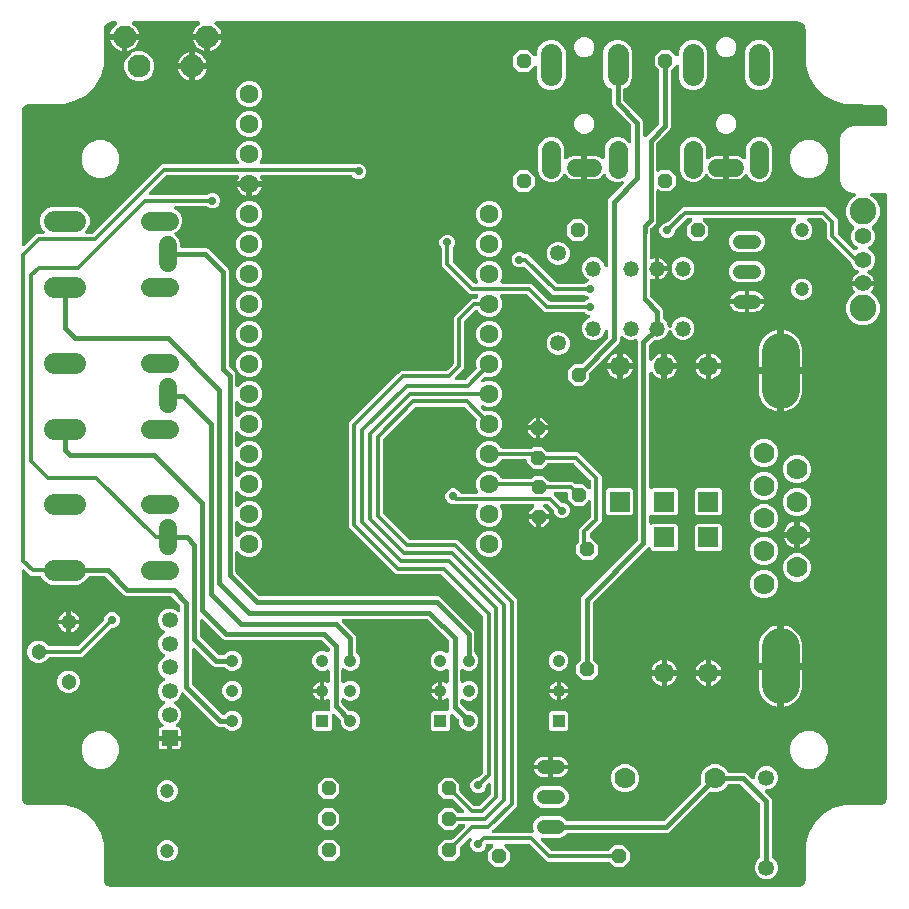
<source format=gtl>
G04 EAGLE Gerber RS-274X export*
G75*
%MOMM*%
%FSLAX34Y34*%
%LPD*%
%INTop Copper*%
%IPPOS*%
%AMOC8*
5,1,8,0,0,1.08239X$1,22.5*%
G01*
%ADD10C,1.778000*%
%ADD11C,1.350000*%
%ADD12C,1.600000*%
%ADD13P,1.319650X8X202.500000*%
%ADD14C,1.219200*%
%ADD15C,1.400000*%
%ADD16C,2.250000*%
%ADD17C,1.303000*%
%ADD18C,1.320000*%
%ADD19P,1.319650X8X112.500000*%
%ADD20R,1.070000X1.070000*%
%ADD21C,1.070000*%
%ADD22C,1.500000*%
%ADD23C,1.600000*%
%ADD24C,1.800000*%
%ADD25P,1.319650X8X22.500000*%
%ADD26P,1.319650X8X292.500000*%
%ADD27R,1.350000X1.350000*%
%ADD28R,1.700000X1.700000*%
%ADD29C,1.700000*%
%ADD30C,1.200000*%
%ADD31C,3.200000*%
%ADD32C,1.930400*%
%ADD33C,0.704800*%
%ADD34C,0.400000*%
%ADD35C,0.300000*%

G36*
X660929Y3640D02*
X660929Y3640D01*
X661043Y3643D01*
X661992Y3736D01*
X662107Y3762D01*
X662224Y3778D01*
X662298Y3803D01*
X662329Y3810D01*
X662356Y3822D01*
X662418Y3843D01*
X664172Y4570D01*
X664188Y4579D01*
X664206Y4584D01*
X664339Y4663D01*
X664474Y4738D01*
X664488Y4751D01*
X664504Y4760D01*
X664658Y4895D01*
X666001Y6237D01*
X666012Y6252D01*
X666027Y6263D01*
X666120Y6387D01*
X666215Y6508D01*
X666223Y6525D01*
X666234Y6540D01*
X666326Y6723D01*
X667052Y8477D01*
X667084Y8591D01*
X667125Y8702D01*
X667138Y8779D01*
X667147Y8810D01*
X667148Y8839D01*
X667159Y8904D01*
X667253Y9853D01*
X667252Y9886D01*
X667260Y10000D01*
X667260Y40192D01*
X669845Y49841D01*
X674840Y58491D01*
X681903Y65555D01*
X690554Y70549D01*
X700203Y73135D01*
X704894Y73135D01*
X729887Y73136D01*
X729909Y73138D01*
X730070Y73147D01*
X731054Y73268D01*
X731169Y73296D01*
X731285Y73315D01*
X731359Y73342D01*
X731390Y73350D01*
X731416Y73363D01*
X731478Y73385D01*
X733304Y74194D01*
X733320Y74204D01*
X733337Y74210D01*
X733468Y74291D01*
X733602Y74370D01*
X733615Y74383D01*
X733631Y74393D01*
X733782Y74531D01*
X735159Y75977D01*
X735170Y75992D01*
X735184Y76004D01*
X735274Y76129D01*
X735367Y76253D01*
X735375Y76270D01*
X735385Y76285D01*
X735472Y76471D01*
X736191Y78334D01*
X736221Y78449D01*
X736259Y78561D01*
X736270Y78639D01*
X736278Y78669D01*
X736278Y78698D01*
X736288Y78764D01*
X736360Y79743D01*
X736359Y79775D01*
X736364Y79854D01*
X736364Y79938D01*
X736363Y79951D01*
X736364Y79974D01*
X736321Y81735D01*
X736350Y81849D01*
X736355Y81922D01*
X736361Y81952D01*
X736359Y81983D01*
X736364Y82054D01*
X736364Y589865D01*
X736361Y589892D01*
X736363Y589913D01*
X736362Y589920D01*
X736363Y589936D01*
X736340Y590072D01*
X736324Y590208D01*
X736312Y590242D01*
X736307Y590277D01*
X736254Y590404D01*
X736207Y590534D01*
X736188Y590563D01*
X736174Y590596D01*
X736093Y590708D01*
X736018Y590823D01*
X735992Y590848D01*
X735972Y590876D01*
X735868Y590967D01*
X735768Y591062D01*
X735737Y591080D01*
X735711Y591103D01*
X735588Y591167D01*
X735470Y591237D01*
X735436Y591247D01*
X735404Y591264D01*
X735271Y591298D01*
X735139Y591339D01*
X735104Y591341D01*
X735070Y591350D01*
X734865Y591364D01*
X723375Y591364D01*
X723323Y591358D01*
X723270Y591361D01*
X723151Y591338D01*
X723031Y591324D01*
X722982Y591307D01*
X722931Y591297D01*
X722820Y591248D01*
X722706Y591207D01*
X722662Y591178D01*
X722614Y591157D01*
X722518Y591084D01*
X722416Y591018D01*
X722380Y590980D01*
X722339Y590949D01*
X722261Y590856D01*
X722178Y590768D01*
X722151Y590723D01*
X722118Y590683D01*
X722064Y590574D01*
X722003Y590470D01*
X721987Y590420D01*
X721964Y590373D01*
X721936Y590255D01*
X721901Y590139D01*
X721897Y590087D01*
X721885Y590036D01*
X721885Y589915D01*
X721877Y589794D01*
X721885Y589743D01*
X721886Y589691D01*
X721913Y589573D01*
X721933Y589453D01*
X721953Y589405D01*
X721965Y589354D01*
X722019Y589246D01*
X722066Y589134D01*
X722096Y589092D01*
X722120Y589045D01*
X722197Y588952D01*
X722268Y588854D01*
X722307Y588819D01*
X722341Y588779D01*
X722438Y588706D01*
X722529Y588627D01*
X722575Y588603D01*
X722617Y588571D01*
X722801Y588480D01*
X723932Y588011D01*
X727941Y584002D01*
X730111Y578765D01*
X730111Y573095D01*
X727941Y567858D01*
X723913Y563830D01*
X723855Y563797D01*
X723717Y563724D01*
X723704Y563713D01*
X723690Y563705D01*
X723574Y563600D01*
X723456Y563497D01*
X723447Y563484D01*
X723434Y563472D01*
X723346Y563343D01*
X723255Y563216D01*
X723248Y563201D01*
X723239Y563187D01*
X723183Y563042D01*
X723123Y562897D01*
X723120Y562880D01*
X723114Y562864D01*
X723093Y562710D01*
X723067Y562555D01*
X723069Y562539D01*
X723066Y562522D01*
X723081Y562367D01*
X723092Y562211D01*
X723097Y562194D01*
X723098Y562178D01*
X723148Y562030D01*
X723195Y561880D01*
X723203Y561866D01*
X723209Y561850D01*
X723291Y561717D01*
X723370Y561583D01*
X723385Y561566D01*
X723391Y561556D01*
X723410Y561537D01*
X723505Y561428D01*
X724338Y560595D01*
X725861Y556919D01*
X725861Y552941D01*
X724338Y549265D01*
X721525Y546452D01*
X721195Y546315D01*
X721104Y546264D01*
X721008Y546222D01*
X720953Y546180D01*
X720893Y546147D01*
X720816Y546077D01*
X720733Y546014D01*
X720689Y545960D01*
X720637Y545914D01*
X720579Y545828D01*
X720512Y545747D01*
X720481Y545686D01*
X720442Y545629D01*
X720405Y545531D01*
X720358Y545438D01*
X720342Y545371D01*
X720317Y545306D01*
X720303Y545203D01*
X720279Y545101D01*
X720279Y545032D01*
X720270Y544964D01*
X720280Y544860D01*
X720280Y544755D01*
X720296Y544688D01*
X720302Y544619D01*
X720335Y544520D01*
X720359Y544419D01*
X720390Y544357D01*
X720412Y544292D01*
X720467Y544203D01*
X720514Y544110D01*
X720558Y544057D01*
X720594Y543998D01*
X720668Y543924D01*
X720735Y543844D01*
X720790Y543803D01*
X720839Y543754D01*
X720928Y543699D01*
X721011Y543636D01*
X721105Y543590D01*
X721133Y543572D01*
X721155Y543565D01*
X721195Y543545D01*
X721525Y543408D01*
X724338Y540595D01*
X725861Y536919D01*
X725861Y532941D01*
X724338Y529265D01*
X721525Y526452D01*
X720524Y526037D01*
X720484Y526015D01*
X720441Y526000D01*
X720333Y525931D01*
X720222Y525869D01*
X720188Y525838D01*
X720149Y525813D01*
X720061Y525722D01*
X719966Y525636D01*
X719940Y525598D01*
X719909Y525565D01*
X719843Y525456D01*
X719771Y525350D01*
X719754Y525308D01*
X719731Y525269D01*
X719692Y525147D01*
X719646Y525028D01*
X719640Y524983D01*
X719626Y524939D01*
X719616Y524812D01*
X719598Y524686D01*
X719603Y524640D01*
X719599Y524595D01*
X719619Y524468D01*
X719631Y524341D01*
X719645Y524298D01*
X719652Y524253D01*
X719700Y524135D01*
X719741Y524014D01*
X719765Y523975D01*
X719782Y523933D01*
X719856Y523828D01*
X719923Y523720D01*
X719955Y523688D01*
X719982Y523650D01*
X720077Y523566D01*
X720168Y523476D01*
X720207Y523452D01*
X720241Y523421D01*
X720417Y523316D01*
X720861Y523090D01*
X722075Y522207D01*
X723137Y521145D01*
X724020Y519930D01*
X724702Y518592D01*
X725166Y517164D01*
X725203Y516929D01*
X716360Y516929D01*
X716325Y516925D01*
X716290Y516928D01*
X716154Y516905D01*
X716017Y516889D01*
X715983Y516877D01*
X715948Y516872D01*
X715866Y516837D01*
X715766Y516863D01*
X715634Y516904D01*
X715599Y516906D01*
X715564Y516915D01*
X715360Y516929D01*
X706517Y516929D01*
X706554Y517164D01*
X707018Y518592D01*
X707700Y519930D01*
X708583Y521145D01*
X709645Y522207D01*
X710859Y523090D01*
X711303Y523316D01*
X711341Y523341D01*
X711383Y523360D01*
X711485Y523437D01*
X711591Y523507D01*
X711622Y523541D01*
X711659Y523568D01*
X711740Y523667D01*
X711828Y523760D01*
X711850Y523799D01*
X711879Y523834D01*
X711936Y523949D01*
X712000Y524059D01*
X712013Y524103D01*
X712033Y524144D01*
X712062Y524268D01*
X712099Y524391D01*
X712102Y524436D01*
X712112Y524481D01*
X712112Y524608D01*
X712120Y524736D01*
X712112Y524781D01*
X712112Y524826D01*
X712082Y524951D01*
X712061Y525077D01*
X712043Y525118D01*
X712032Y525163D01*
X711975Y525277D01*
X711925Y525395D01*
X711898Y525431D01*
X711878Y525472D01*
X711796Y525570D01*
X711720Y525673D01*
X711685Y525703D01*
X711656Y525738D01*
X711554Y525815D01*
X711457Y525897D01*
X711417Y525918D01*
X711380Y525946D01*
X711196Y526037D01*
X710195Y526452D01*
X707382Y529265D01*
X706090Y532384D01*
X706081Y532400D01*
X706076Y532417D01*
X705997Y532550D01*
X705922Y532686D01*
X705909Y532699D01*
X705900Y532715D01*
X705765Y532870D01*
X688575Y550060D01*
X685499Y553136D01*
X685499Y564815D01*
X685483Y564953D01*
X685473Y565092D01*
X685463Y565125D01*
X685459Y565158D01*
X685412Y565289D01*
X685371Y565422D01*
X685353Y565452D01*
X685342Y565483D01*
X685266Y565600D01*
X685195Y565720D01*
X685165Y565754D01*
X685153Y565773D01*
X685129Y565796D01*
X685060Y565875D01*
X680875Y570060D01*
X680766Y570147D01*
X680660Y570238D01*
X680630Y570254D01*
X680604Y570275D01*
X680478Y570334D01*
X680354Y570399D01*
X680321Y570407D01*
X680291Y570422D01*
X680155Y570450D01*
X680019Y570485D01*
X679974Y570488D01*
X679952Y570493D01*
X679919Y570492D01*
X679815Y570499D01*
X670149Y570499D01*
X670046Y570487D01*
X669941Y570485D01*
X669874Y570467D01*
X669806Y570459D01*
X669708Y570424D01*
X669607Y570398D01*
X669546Y570365D01*
X669481Y570342D01*
X669393Y570285D01*
X669301Y570236D01*
X669249Y570191D01*
X669191Y570153D01*
X669119Y570078D01*
X669040Y570009D01*
X669000Y569953D01*
X668952Y569903D01*
X668900Y569813D01*
X668839Y569728D01*
X668812Y569664D01*
X668777Y569605D01*
X668747Y569505D01*
X668707Y569409D01*
X668696Y569340D01*
X668675Y569274D01*
X668668Y569170D01*
X668651Y569067D01*
X668656Y568998D01*
X668652Y568929D01*
X668668Y568827D01*
X668676Y568722D01*
X668696Y568656D01*
X668708Y568588D01*
X668748Y568492D01*
X668779Y568392D01*
X668814Y568333D01*
X668840Y568269D01*
X668901Y568184D01*
X668954Y568095D01*
X669023Y568016D01*
X669042Y567989D01*
X669059Y567974D01*
X669089Y567940D01*
X671600Y565429D01*
X672971Y562120D01*
X672971Y558540D01*
X671600Y555231D01*
X669069Y552700D01*
X665760Y551329D01*
X662180Y551329D01*
X658871Y552700D01*
X656340Y555231D01*
X654969Y558540D01*
X654969Y562120D01*
X656340Y565429D01*
X658851Y567940D01*
X658916Y568022D01*
X658988Y568097D01*
X659023Y568157D01*
X659066Y568211D01*
X659110Y568305D01*
X659163Y568395D01*
X659183Y568461D01*
X659212Y568524D01*
X659234Y568626D01*
X659265Y568726D01*
X659269Y568795D01*
X659284Y568862D01*
X659281Y568966D01*
X659288Y569071D01*
X659277Y569139D01*
X659276Y569208D01*
X659249Y569309D01*
X659232Y569412D01*
X659206Y569476D01*
X659188Y569542D01*
X659140Y569635D01*
X659100Y569731D01*
X659059Y569787D01*
X659027Y569848D01*
X658958Y569927D01*
X658898Y570011D01*
X658845Y570057D01*
X658800Y570109D01*
X658715Y570170D01*
X658636Y570238D01*
X658575Y570270D01*
X658519Y570311D01*
X658423Y570350D01*
X658330Y570399D01*
X658263Y570416D01*
X658199Y570442D01*
X658097Y570459D01*
X657996Y570485D01*
X657892Y570492D01*
X657858Y570498D01*
X657836Y570496D01*
X657791Y570499D01*
X581785Y570499D01*
X581681Y570487D01*
X581577Y570485D01*
X581510Y570467D01*
X581441Y570459D01*
X581343Y570424D01*
X581242Y570398D01*
X581181Y570365D01*
X581116Y570342D01*
X581029Y570285D01*
X580937Y570236D01*
X580885Y570191D01*
X580827Y570153D01*
X580755Y570078D01*
X580676Y570009D01*
X580636Y569953D01*
X580588Y569903D01*
X580535Y569813D01*
X580474Y569728D01*
X580448Y569664D01*
X580413Y569605D01*
X580382Y569505D01*
X580342Y569409D01*
X580331Y569340D01*
X580311Y569274D01*
X580304Y569170D01*
X580287Y569067D01*
X580292Y568998D01*
X580287Y568929D01*
X580304Y568827D01*
X580312Y568722D01*
X580332Y568656D01*
X580343Y568588D01*
X580383Y568492D01*
X580414Y568392D01*
X580450Y568333D01*
X580476Y568269D01*
X580537Y568184D01*
X580590Y568095D01*
X580658Y568016D01*
X580678Y567989D01*
X580695Y567974D01*
X580725Y567940D01*
X584897Y563768D01*
X584897Y556232D01*
X579568Y550903D01*
X572032Y550903D01*
X566703Y556232D01*
X566703Y563768D01*
X570875Y567940D01*
X570940Y568022D01*
X571012Y568097D01*
X571047Y568157D01*
X571090Y568211D01*
X571134Y568305D01*
X571187Y568395D01*
X571207Y568461D01*
X571237Y568524D01*
X571258Y568626D01*
X571289Y568726D01*
X571294Y568795D01*
X571308Y568862D01*
X571306Y568966D01*
X571313Y569071D01*
X571301Y569139D01*
X571300Y569208D01*
X571274Y569309D01*
X571257Y569412D01*
X571230Y569476D01*
X571213Y569542D01*
X571164Y569635D01*
X571124Y569731D01*
X571084Y569787D01*
X571051Y569848D01*
X570983Y569927D01*
X570922Y570011D01*
X570870Y570057D01*
X570824Y570109D01*
X570739Y570170D01*
X570661Y570238D01*
X570599Y570270D01*
X570543Y570311D01*
X570447Y570350D01*
X570355Y570399D01*
X570287Y570416D01*
X570224Y570442D01*
X570121Y570459D01*
X570020Y570485D01*
X569916Y570492D01*
X569882Y570498D01*
X569860Y570496D01*
X569815Y570499D01*
X567485Y570499D01*
X567347Y570483D01*
X567208Y570473D01*
X567175Y570463D01*
X567142Y570459D01*
X567011Y570412D01*
X566878Y570371D01*
X566848Y570353D01*
X566817Y570342D01*
X566700Y570266D01*
X566580Y570195D01*
X566546Y570165D01*
X566527Y570153D01*
X566504Y570129D01*
X566425Y570060D01*
X556964Y560599D01*
X556877Y560490D01*
X556786Y560384D01*
X556770Y560354D01*
X556749Y560328D01*
X556690Y560202D01*
X556625Y560078D01*
X556617Y560045D01*
X556602Y560015D01*
X556574Y559879D01*
X556539Y559743D01*
X556536Y559698D01*
X556531Y559676D01*
X556532Y559643D01*
X556525Y559539D01*
X556525Y558702D01*
X555531Y556304D01*
X553696Y554469D01*
X551298Y553475D01*
X548702Y553475D01*
X546304Y554469D01*
X544469Y556304D01*
X543475Y558702D01*
X543475Y561298D01*
X544469Y563696D01*
X546304Y565531D01*
X548702Y566525D01*
X549539Y566525D01*
X549677Y566541D01*
X549816Y566551D01*
X549849Y566561D01*
X549882Y566565D01*
X550013Y566612D01*
X550146Y566653D01*
X550176Y566671D01*
X550207Y566682D01*
X550324Y566758D01*
X550444Y566829D01*
X550478Y566859D01*
X550497Y566871D01*
X550520Y566895D01*
X550599Y566964D01*
X563136Y579501D01*
X684164Y579501D01*
X694501Y569164D01*
X694501Y557485D01*
X694517Y557347D01*
X694527Y557208D01*
X694537Y557175D01*
X694541Y557142D01*
X694588Y557011D01*
X694629Y556878D01*
X694647Y556848D01*
X694658Y556817D01*
X694734Y556700D01*
X694805Y556580D01*
X694835Y556546D01*
X694847Y556527D01*
X694871Y556504D01*
X694940Y556425D01*
X708016Y543349D01*
X708044Y543327D01*
X708067Y543300D01*
X708179Y543220D01*
X708287Y543135D01*
X708319Y543119D01*
X708348Y543099D01*
X708475Y543046D01*
X708600Y542988D01*
X708635Y542980D01*
X708667Y542967D01*
X708803Y542945D01*
X708938Y542916D01*
X708974Y542917D01*
X709009Y542912D01*
X709146Y542921D01*
X709284Y542925D01*
X709318Y542934D01*
X709354Y542936D01*
X709485Y542977D01*
X709618Y543012D01*
X709650Y543028D01*
X709684Y543039D01*
X709802Y543109D01*
X709924Y543173D01*
X709951Y543196D01*
X709981Y543214D01*
X710136Y543349D01*
X710195Y543408D01*
X710525Y543545D01*
X710616Y543596D01*
X710712Y543638D01*
X710767Y543679D01*
X710827Y543713D01*
X710904Y543784D01*
X710987Y543846D01*
X711031Y543899D01*
X711082Y543946D01*
X711142Y544032D01*
X711208Y544112D01*
X711239Y544174D01*
X711278Y544231D01*
X711315Y544329D01*
X711362Y544422D01*
X711378Y544489D01*
X711403Y544554D01*
X711417Y544657D01*
X711441Y544759D01*
X711441Y544828D01*
X711450Y544896D01*
X711440Y545000D01*
X711440Y545104D01*
X711424Y545172D01*
X711418Y545241D01*
X711385Y545339D01*
X711361Y545441D01*
X711330Y545503D01*
X711308Y545568D01*
X711253Y545657D01*
X711206Y545750D01*
X711162Y545803D01*
X711126Y545862D01*
X711052Y545936D01*
X710985Y546016D01*
X710930Y546057D01*
X710881Y546106D01*
X710792Y546161D01*
X710709Y546224D01*
X710615Y546270D01*
X710587Y546288D01*
X710566Y546295D01*
X710525Y546315D01*
X710195Y546452D01*
X707382Y549265D01*
X705859Y552941D01*
X705859Y556919D01*
X707382Y560595D01*
X708215Y561428D01*
X708312Y561551D01*
X708412Y561671D01*
X708419Y561686D01*
X708430Y561699D01*
X708496Y561841D01*
X708565Y561980D01*
X708569Y561997D01*
X708576Y562012D01*
X708609Y562165D01*
X708644Y562317D01*
X708644Y562334D01*
X708648Y562350D01*
X708644Y562507D01*
X708644Y562663D01*
X708640Y562679D01*
X708640Y562696D01*
X708600Y562848D01*
X708564Y562999D01*
X708557Y563014D01*
X708552Y563031D01*
X708479Y563170D01*
X708410Y563309D01*
X708399Y563321D01*
X708391Y563336D01*
X708288Y563454D01*
X708188Y563574D01*
X708175Y563584D01*
X708164Y563597D01*
X708037Y563688D01*
X707912Y563782D01*
X707893Y563792D01*
X707883Y563799D01*
X707858Y563809D01*
X707797Y563839D01*
X703779Y567858D01*
X701609Y573095D01*
X701609Y578765D01*
X703779Y584002D01*
X707788Y588011D01*
X708919Y588480D01*
X708950Y588497D01*
X708960Y588501D01*
X708970Y588507D01*
X709014Y588523D01*
X709116Y588589D01*
X709221Y588648D01*
X709260Y588683D01*
X709304Y588712D01*
X709387Y588800D01*
X709477Y588881D01*
X709506Y588924D01*
X709542Y588962D01*
X709604Y589067D01*
X709672Y589166D01*
X709691Y589215D01*
X709717Y589260D01*
X709753Y589376D01*
X709797Y589489D01*
X709804Y589541D01*
X709819Y589591D01*
X709828Y589712D01*
X709844Y589831D01*
X709839Y589883D01*
X709843Y589936D01*
X709823Y590055D01*
X709812Y590176D01*
X709795Y590225D01*
X709787Y590277D01*
X709741Y590388D01*
X709702Y590503D01*
X709674Y590548D01*
X709654Y590596D01*
X709584Y590694D01*
X709520Y590797D01*
X709483Y590834D01*
X709452Y590876D01*
X709361Y590956D01*
X709275Y591041D01*
X709231Y591069D01*
X709191Y591103D01*
X709084Y591159D01*
X708981Y591223D01*
X708931Y591239D01*
X708885Y591264D01*
X708768Y591294D01*
X708653Y591332D01*
X708601Y591337D01*
X708550Y591350D01*
X708345Y591364D01*
X707288Y591364D01*
X702276Y593440D01*
X698440Y597276D01*
X696364Y602288D01*
X696364Y637712D01*
X698440Y642724D01*
X702276Y646560D01*
X707288Y648636D01*
X734865Y648636D01*
X734900Y648640D01*
X734936Y648637D01*
X735072Y648660D01*
X735208Y648676D01*
X735242Y648688D01*
X735277Y648693D01*
X735404Y648746D01*
X735534Y648793D01*
X735563Y648812D01*
X735596Y648826D01*
X735708Y648907D01*
X735823Y648982D01*
X735848Y649008D01*
X735876Y649028D01*
X735967Y649132D01*
X736062Y649232D01*
X736080Y649263D01*
X736103Y649289D01*
X736167Y649412D01*
X736237Y649530D01*
X736247Y649564D01*
X736264Y649596D01*
X736298Y649729D01*
X736339Y649861D01*
X736341Y649896D01*
X736350Y649930D01*
X736364Y650135D01*
X736364Y660000D01*
X736360Y660033D01*
X736357Y660147D01*
X736264Y661096D01*
X736238Y661212D01*
X736222Y661328D01*
X736197Y661403D01*
X736190Y661434D01*
X736178Y661460D01*
X736157Y661523D01*
X735430Y663277D01*
X735421Y663293D01*
X735416Y663311D01*
X735337Y663443D01*
X735262Y663579D01*
X735249Y663592D01*
X735240Y663608D01*
X735105Y663763D01*
X733763Y665105D01*
X733748Y665117D01*
X733737Y665131D01*
X733613Y665224D01*
X733492Y665320D01*
X733475Y665328D01*
X733460Y665339D01*
X733277Y665430D01*
X731523Y666157D01*
X731409Y666189D01*
X731298Y666230D01*
X731221Y666243D01*
X731190Y666251D01*
X731161Y666253D01*
X731096Y666264D01*
X730201Y666352D01*
X730172Y666351D01*
X730108Y666358D01*
X729961Y666363D01*
X729943Y666362D01*
X729907Y666364D01*
X728266Y666364D01*
X728163Y666386D01*
X728055Y666418D01*
X727967Y666427D01*
X727935Y666434D01*
X727908Y666433D01*
X727851Y666439D01*
X705159Y667259D01*
X705140Y667257D01*
X705105Y667260D01*
X700203Y667260D01*
X690554Y669845D01*
X681903Y674840D01*
X674840Y681903D01*
X669845Y690554D01*
X667260Y700203D01*
X667260Y730395D01*
X667256Y730428D01*
X667253Y730542D01*
X667159Y731491D01*
X667134Y731606D01*
X667118Y731723D01*
X667092Y731798D01*
X667086Y731829D01*
X667073Y731855D01*
X667052Y731917D01*
X666326Y733671D01*
X666317Y733687D01*
X666311Y733705D01*
X666233Y733838D01*
X666157Y733973D01*
X666145Y733987D01*
X666136Y734003D01*
X666001Y734158D01*
X664658Y735500D01*
X664644Y735511D01*
X664632Y735526D01*
X664509Y735619D01*
X664387Y735715D01*
X664371Y735722D01*
X664356Y735734D01*
X664172Y735825D01*
X662418Y736551D01*
X662305Y736584D01*
X662194Y736624D01*
X662116Y736637D01*
X662086Y736646D01*
X662057Y736647D01*
X661992Y736658D01*
X661042Y736752D01*
X661009Y736751D01*
X660896Y736759D01*
X168121Y736759D01*
X168073Y736753D01*
X168024Y736756D01*
X167901Y736733D01*
X167778Y736719D01*
X167732Y736702D01*
X167684Y736694D01*
X167570Y736644D01*
X167453Y736602D01*
X167412Y736575D01*
X167367Y736555D01*
X167267Y736481D01*
X167163Y736413D01*
X167129Y736377D01*
X167090Y736348D01*
X167010Y736253D01*
X166924Y736163D01*
X166900Y736120D01*
X166868Y736083D01*
X166812Y735972D01*
X166749Y735864D01*
X166735Y735818D01*
X166713Y735774D01*
X166684Y735653D01*
X166647Y735534D01*
X166644Y735485D01*
X166633Y735438D01*
X166632Y735313D01*
X166624Y735189D01*
X166632Y735141D01*
X166631Y735092D01*
X166660Y734971D01*
X166680Y734848D01*
X166698Y734803D01*
X166710Y734755D01*
X166765Y734643D01*
X166812Y734529D01*
X166841Y734489D01*
X166863Y734445D01*
X166942Y734349D01*
X167015Y734248D01*
X167052Y734216D01*
X167083Y734178D01*
X167240Y734047D01*
X168543Y733100D01*
X169900Y731743D01*
X171028Y730190D01*
X171899Y728480D01*
X172493Y726655D01*
X172549Y726299D01*
X161600Y726299D01*
X161565Y726295D01*
X161530Y726298D01*
X161394Y726275D01*
X161257Y726259D01*
X161223Y726247D01*
X161188Y726242D01*
X161061Y726189D01*
X160932Y726142D01*
X160902Y726123D01*
X160869Y726109D01*
X160757Y726028D01*
X160642Y725953D01*
X160618Y725927D01*
X160594Y725910D01*
X160503Y725997D01*
X160472Y726015D01*
X160445Y726038D01*
X160323Y726102D01*
X160205Y726172D01*
X160171Y726182D01*
X160139Y726199D01*
X160006Y726233D01*
X159874Y726274D01*
X159839Y726276D01*
X159804Y726285D01*
X159600Y726299D01*
X148651Y726299D01*
X148707Y726655D01*
X149301Y728480D01*
X150172Y730190D01*
X151300Y731743D01*
X152657Y733100D01*
X153960Y734047D01*
X153996Y734080D01*
X154037Y734107D01*
X154123Y734197D01*
X154214Y734281D01*
X154242Y734321D01*
X154276Y734357D01*
X154339Y734464D01*
X154408Y734567D01*
X154426Y734613D01*
X154451Y734655D01*
X154487Y734774D01*
X154532Y734890D01*
X154538Y734938D01*
X154553Y734985D01*
X154561Y735110D01*
X154578Y735233D01*
X154573Y735281D01*
X154576Y735330D01*
X154556Y735453D01*
X154544Y735577D01*
X154528Y735623D01*
X154520Y735671D01*
X154473Y735786D01*
X154432Y735904D01*
X154406Y735945D01*
X154388Y735991D01*
X154315Y736092D01*
X154249Y736197D01*
X154214Y736231D01*
X154185Y736271D01*
X154091Y736353D01*
X154003Y736440D01*
X153961Y736466D01*
X153924Y736498D01*
X153814Y736556D01*
X153708Y736620D01*
X153662Y736636D01*
X153618Y736658D01*
X153498Y736690D01*
X153380Y736728D01*
X153331Y736733D01*
X153283Y736745D01*
X153079Y736759D01*
X98121Y736759D01*
X98073Y736753D01*
X98024Y736756D01*
X97901Y736733D01*
X97778Y736719D01*
X97732Y736702D01*
X97684Y736694D01*
X97570Y736644D01*
X97453Y736602D01*
X97412Y736575D01*
X97367Y736555D01*
X97267Y736481D01*
X97163Y736413D01*
X97129Y736377D01*
X97090Y736348D01*
X97010Y736253D01*
X96924Y736163D01*
X96900Y736120D01*
X96868Y736083D01*
X96812Y735972D01*
X96749Y735864D01*
X96735Y735818D01*
X96713Y735774D01*
X96684Y735653D01*
X96647Y735534D01*
X96644Y735485D01*
X96633Y735438D01*
X96632Y735313D01*
X96624Y735189D01*
X96632Y735141D01*
X96631Y735092D01*
X96660Y734971D01*
X96680Y734848D01*
X96698Y734803D01*
X96710Y734755D01*
X96765Y734643D01*
X96812Y734529D01*
X96841Y734489D01*
X96863Y734445D01*
X96942Y734349D01*
X97015Y734248D01*
X97052Y734216D01*
X97083Y734178D01*
X97240Y734047D01*
X98543Y733100D01*
X99900Y731743D01*
X101028Y730190D01*
X101899Y728480D01*
X102493Y726655D01*
X102549Y726299D01*
X91600Y726299D01*
X91565Y726295D01*
X91530Y726298D01*
X91394Y726275D01*
X91257Y726259D01*
X91223Y726247D01*
X91188Y726242D01*
X91061Y726189D01*
X90932Y726142D01*
X90902Y726123D01*
X90869Y726109D01*
X90757Y726028D01*
X90642Y725953D01*
X90618Y725927D01*
X90594Y725910D01*
X90503Y725997D01*
X90472Y726015D01*
X90445Y726038D01*
X90323Y726102D01*
X90205Y726172D01*
X90171Y726182D01*
X90139Y726199D01*
X90006Y726233D01*
X89874Y726274D01*
X89839Y726276D01*
X89804Y726285D01*
X89600Y726299D01*
X78651Y726299D01*
X78707Y726655D01*
X79301Y728480D01*
X80172Y730190D01*
X81300Y731743D01*
X82657Y733100D01*
X83960Y734047D01*
X83996Y734080D01*
X84037Y734107D01*
X84123Y734197D01*
X84214Y734281D01*
X84242Y734321D01*
X84276Y734357D01*
X84339Y734464D01*
X84408Y734567D01*
X84426Y734613D01*
X84451Y734655D01*
X84487Y734774D01*
X84532Y734890D01*
X84538Y734938D01*
X84553Y734985D01*
X84561Y735110D01*
X84578Y735233D01*
X84573Y735281D01*
X84576Y735330D01*
X84556Y735453D01*
X84544Y735577D01*
X84528Y735623D01*
X84520Y735671D01*
X84473Y735786D01*
X84432Y735904D01*
X84406Y735946D01*
X84388Y735991D01*
X84315Y736092D01*
X84249Y736197D01*
X84214Y736231D01*
X84185Y736271D01*
X84091Y736353D01*
X84003Y736440D01*
X83961Y736466D01*
X83924Y736498D01*
X83814Y736556D01*
X83708Y736620D01*
X83662Y736636D01*
X83618Y736658D01*
X83497Y736690D01*
X83380Y736728D01*
X83331Y736733D01*
X83283Y736745D01*
X83079Y736759D01*
X79499Y736759D01*
X79466Y736755D01*
X79352Y736752D01*
X78403Y736658D01*
X78288Y736633D01*
X78171Y736617D01*
X78096Y736592D01*
X78065Y736585D01*
X78039Y736572D01*
X77976Y736551D01*
X76222Y735825D01*
X76206Y735816D01*
X76189Y735810D01*
X76055Y735732D01*
X75920Y735657D01*
X75907Y735644D01*
X75891Y735635D01*
X75736Y735500D01*
X74394Y734158D01*
X74382Y734143D01*
X74368Y734131D01*
X74275Y734008D01*
X74179Y733887D01*
X74171Y733870D01*
X74160Y733855D01*
X74069Y733671D01*
X73342Y731918D01*
X73310Y731804D01*
X73270Y731693D01*
X73256Y731615D01*
X73248Y731585D01*
X73246Y731556D01*
X73236Y731491D01*
X73142Y730542D01*
X73143Y730508D01*
X73135Y730395D01*
X73135Y700203D01*
X70549Y690554D01*
X65555Y681903D01*
X58492Y674840D01*
X49841Y669845D01*
X40192Y667260D01*
X10000Y667260D01*
X9967Y667256D01*
X9853Y667253D01*
X8904Y667159D01*
X8788Y667134D01*
X8672Y667118D01*
X8597Y667092D01*
X8566Y667086D01*
X8540Y667073D01*
X8477Y667052D01*
X6723Y666326D01*
X6707Y666317D01*
X6689Y666311D01*
X6556Y666233D01*
X6421Y666157D01*
X6408Y666145D01*
X6392Y666136D01*
X6237Y666001D01*
X4895Y664658D01*
X4883Y664644D01*
X4869Y664632D01*
X4776Y664509D01*
X4680Y664387D01*
X4672Y664371D01*
X4661Y664356D01*
X4570Y664172D01*
X3843Y662418D01*
X3811Y662305D01*
X3770Y662194D01*
X3757Y662116D01*
X3749Y662086D01*
X3747Y662057D01*
X3736Y661992D01*
X3643Y661042D01*
X3644Y661009D01*
X3636Y660896D01*
X3636Y547970D01*
X3648Y547867D01*
X3650Y547762D01*
X3668Y547695D01*
X3676Y547627D01*
X3711Y547529D01*
X3737Y547428D01*
X3770Y547367D01*
X3793Y547302D01*
X3850Y547214D01*
X3899Y547122D01*
X3944Y547070D01*
X3982Y547012D01*
X4057Y546940D01*
X4126Y546861D01*
X4182Y546821D01*
X4232Y546773D01*
X4322Y546721D01*
X4407Y546660D01*
X4471Y546633D01*
X4530Y546598D01*
X4630Y546568D01*
X4726Y546528D01*
X4795Y546517D01*
X4861Y546496D01*
X4965Y546489D01*
X5068Y546472D01*
X5137Y546477D01*
X5206Y546473D01*
X5308Y546490D01*
X5413Y546497D01*
X5479Y546517D01*
X5547Y546529D01*
X5643Y546569D01*
X5743Y546600D01*
X5802Y546635D01*
X5866Y546661D01*
X5951Y546722D01*
X6040Y546775D01*
X6119Y546844D01*
X6146Y546864D01*
X6161Y546880D01*
X6195Y546910D01*
X13160Y553875D01*
X16236Y556951D01*
X21458Y556951D01*
X21562Y556963D01*
X21666Y556965D01*
X21733Y556983D01*
X21802Y556991D01*
X21900Y557026D01*
X22001Y557052D01*
X22062Y557085D01*
X22127Y557108D01*
X22214Y557165D01*
X22306Y557214D01*
X22358Y557259D01*
X22416Y557297D01*
X22488Y557372D01*
X22567Y557441D01*
X22607Y557497D01*
X22655Y557547D01*
X22708Y557637D01*
X22769Y557722D01*
X22795Y557786D01*
X22830Y557845D01*
X22861Y557945D01*
X22901Y558041D01*
X22912Y558110D01*
X22932Y558176D01*
X22939Y558280D01*
X22956Y558383D01*
X22951Y558452D01*
X22956Y558521D01*
X22939Y558623D01*
X22932Y558728D01*
X22911Y558794D01*
X22900Y558862D01*
X22860Y558958D01*
X22829Y559058D01*
X22794Y559117D01*
X22767Y559181D01*
X22706Y559266D01*
X22653Y559355D01*
X22585Y559434D01*
X22565Y559461D01*
X22548Y559476D01*
X22518Y559510D01*
X20826Y561202D01*
X18999Y565613D01*
X18999Y570387D01*
X20826Y574798D01*
X24202Y578174D01*
X28613Y580001D01*
X51387Y580001D01*
X55798Y578174D01*
X59174Y574798D01*
X61001Y570387D01*
X61001Y565613D01*
X59174Y561202D01*
X57482Y559510D01*
X57417Y559428D01*
X57345Y559353D01*
X57310Y559293D01*
X57267Y559239D01*
X57223Y559145D01*
X57170Y559055D01*
X57150Y558989D01*
X57120Y558926D01*
X57099Y558824D01*
X57068Y558724D01*
X57063Y558655D01*
X57049Y558588D01*
X57051Y558484D01*
X57044Y558379D01*
X57055Y558311D01*
X57057Y558242D01*
X57083Y558141D01*
X57100Y558038D01*
X57127Y557974D01*
X57144Y557908D01*
X57193Y557815D01*
X57233Y557719D01*
X57273Y557663D01*
X57306Y557602D01*
X57374Y557523D01*
X57435Y557439D01*
X57487Y557393D01*
X57533Y557341D01*
X57617Y557280D01*
X57696Y557212D01*
X57758Y557180D01*
X57814Y557139D01*
X57910Y557100D01*
X58002Y557051D01*
X58069Y557034D01*
X58133Y557008D01*
X58236Y556991D01*
X58337Y556965D01*
X58441Y556958D01*
X58474Y556952D01*
X58497Y556954D01*
X58542Y556951D01*
X63095Y556951D01*
X63233Y556967D01*
X63372Y556977D01*
X63405Y556987D01*
X63438Y556991D01*
X63569Y557038D01*
X63702Y557079D01*
X63732Y557097D01*
X63763Y557108D01*
X63880Y557184D01*
X64000Y557255D01*
X64034Y557285D01*
X64053Y557297D01*
X64076Y557321D01*
X64155Y557390D01*
X122460Y615695D01*
X186098Y615695D01*
X186202Y615707D01*
X186306Y615709D01*
X186373Y615727D01*
X186442Y615735D01*
X186540Y615770D01*
X186641Y615796D01*
X186702Y615829D01*
X186767Y615852D01*
X186855Y615909D01*
X186947Y615958D01*
X186999Y616003D01*
X187057Y616041D01*
X187129Y616116D01*
X187207Y616185D01*
X187248Y616241D01*
X187295Y616291D01*
X187348Y616381D01*
X187409Y616466D01*
X187435Y616530D01*
X187470Y616589D01*
X187501Y616689D01*
X187541Y616785D01*
X187552Y616854D01*
X187572Y616920D01*
X187579Y617024D01*
X187596Y617127D01*
X187591Y617196D01*
X187596Y617265D01*
X187579Y617368D01*
X187572Y617472D01*
X187551Y617538D01*
X187540Y617606D01*
X187500Y617702D01*
X187469Y617802D01*
X187434Y617861D01*
X187407Y617925D01*
X187346Y618010D01*
X187293Y618100D01*
X187225Y618178D01*
X187205Y618205D01*
X187188Y618220D01*
X187158Y618254D01*
X187044Y618369D01*
X185369Y622412D01*
X185369Y626788D01*
X187044Y630831D01*
X190139Y633926D01*
X194182Y635601D01*
X198558Y635601D01*
X202601Y633926D01*
X205696Y630831D01*
X207371Y626788D01*
X207371Y622412D01*
X205696Y618369D01*
X205582Y618254D01*
X205517Y618172D01*
X205445Y618097D01*
X205410Y618037D01*
X205367Y617983D01*
X205323Y617889D01*
X205270Y617799D01*
X205249Y617733D01*
X205220Y617670D01*
X205198Y617568D01*
X205168Y617468D01*
X205163Y617399D01*
X205149Y617332D01*
X205151Y617228D01*
X205144Y617123D01*
X205155Y617055D01*
X205157Y616986D01*
X205183Y616885D01*
X205200Y616782D01*
X205227Y616718D01*
X205244Y616652D01*
X205293Y616559D01*
X205333Y616463D01*
X205373Y616407D01*
X205405Y616346D01*
X205474Y616267D01*
X205535Y616183D01*
X205587Y616137D01*
X205633Y616085D01*
X205717Y616024D01*
X205796Y615956D01*
X205857Y615924D01*
X205913Y615884D01*
X206010Y615844D01*
X206102Y615795D01*
X206169Y615778D01*
X206233Y615752D01*
X206336Y615735D01*
X206437Y615709D01*
X206541Y615702D01*
X206574Y615696D01*
X206596Y615698D01*
X206642Y615695D01*
X285683Y615695D01*
X285701Y615697D01*
X285720Y615695D01*
X285873Y615717D01*
X286026Y615735D01*
X286044Y615741D01*
X286062Y615743D01*
X286257Y615809D01*
X287502Y616325D01*
X290098Y616325D01*
X292496Y615331D01*
X294331Y613496D01*
X295325Y611098D01*
X295325Y608502D01*
X294331Y606104D01*
X292496Y604269D01*
X290098Y603275D01*
X287502Y603275D01*
X285104Y604269D01*
X283118Y606254D01*
X283009Y606341D01*
X282904Y606432D01*
X282874Y606448D01*
X282847Y606469D01*
X282721Y606528D01*
X282598Y606593D01*
X282565Y606601D01*
X282534Y606616D01*
X282398Y606644D01*
X282263Y606679D01*
X282218Y606682D01*
X282196Y606687D01*
X282162Y606686D01*
X282058Y606693D01*
X206829Y606693D01*
X206787Y606688D01*
X206745Y606691D01*
X206615Y606668D01*
X206485Y606653D01*
X206446Y606639D01*
X206404Y606632D01*
X206283Y606580D01*
X206160Y606536D01*
X206125Y606513D01*
X206086Y606496D01*
X205980Y606419D01*
X205870Y606347D01*
X205841Y606317D01*
X205807Y606292D01*
X205722Y606192D01*
X205632Y606097D01*
X205610Y606061D01*
X205583Y606028D01*
X205523Y605912D01*
X205457Y605799D01*
X205444Y605758D01*
X205425Y605721D01*
X205393Y605594D01*
X205355Y605468D01*
X205352Y605426D01*
X205342Y605385D01*
X205340Y605254D01*
X205331Y605123D01*
X205338Y605082D01*
X205337Y605040D01*
X205366Y604912D01*
X205387Y604782D01*
X205403Y604743D01*
X205412Y604702D01*
X205493Y604513D01*
X206138Y603246D01*
X206641Y601699D01*
X197370Y601699D01*
X197335Y601695D01*
X197300Y601698D01*
X197164Y601675D01*
X197027Y601659D01*
X196993Y601647D01*
X196958Y601642D01*
X196831Y601589D01*
X196702Y601542D01*
X196672Y601523D01*
X196639Y601509D01*
X196527Y601428D01*
X196412Y601353D01*
X196388Y601327D01*
X196364Y601310D01*
X196273Y601397D01*
X196242Y601415D01*
X196215Y601438D01*
X196093Y601502D01*
X195975Y601572D01*
X195941Y601582D01*
X195909Y601599D01*
X195776Y601633D01*
X195644Y601674D01*
X195609Y601676D01*
X195574Y601685D01*
X195370Y601699D01*
X186099Y601699D01*
X186602Y603246D01*
X187247Y604513D01*
X187262Y604553D01*
X187283Y604589D01*
X187322Y604715D01*
X187368Y604837D01*
X187373Y604879D01*
X187385Y604920D01*
X187394Y605051D01*
X187411Y605181D01*
X187406Y605222D01*
X187409Y605265D01*
X187388Y605394D01*
X187374Y605524D01*
X187360Y605564D01*
X187353Y605606D01*
X187303Y605727D01*
X187259Y605851D01*
X187236Y605886D01*
X187220Y605925D01*
X187144Y606031D01*
X187073Y606142D01*
X187043Y606171D01*
X187018Y606205D01*
X186919Y606291D01*
X186825Y606383D01*
X186789Y606404D01*
X186757Y606432D01*
X186641Y606493D01*
X186528Y606560D01*
X186488Y606573D01*
X186451Y606593D01*
X186324Y606626D01*
X186199Y606665D01*
X186157Y606669D01*
X186116Y606679D01*
X185911Y606693D01*
X126809Y606693D01*
X126671Y606677D01*
X126532Y606667D01*
X126499Y606657D01*
X126466Y606653D01*
X126335Y606606D01*
X126202Y606565D01*
X126172Y606547D01*
X126141Y606536D01*
X126024Y606460D01*
X125904Y606389D01*
X125870Y606359D01*
X125851Y606347D01*
X125828Y606323D01*
X125749Y606254D01*
X111585Y592090D01*
X111520Y592008D01*
X111448Y591933D01*
X111413Y591873D01*
X111370Y591819D01*
X111326Y591725D01*
X111273Y591635D01*
X111253Y591569D01*
X111224Y591506D01*
X111202Y591404D01*
X111171Y591304D01*
X111167Y591235D01*
X111152Y591168D01*
X111155Y591064D01*
X111148Y590959D01*
X111159Y590891D01*
X111160Y590822D01*
X111187Y590721D01*
X111204Y590618D01*
X111230Y590554D01*
X111248Y590488D01*
X111296Y590395D01*
X111336Y590299D01*
X111377Y590243D01*
X111409Y590182D01*
X111477Y590103D01*
X111539Y590019D01*
X111591Y589973D01*
X111636Y589921D01*
X111721Y589860D01*
X111800Y589792D01*
X111861Y589760D01*
X111917Y589719D01*
X112013Y589680D01*
X112106Y589631D01*
X112173Y589614D01*
X112237Y589587D01*
X112340Y589571D01*
X112441Y589545D01*
X112544Y589538D01*
X112578Y589532D01*
X112600Y589534D01*
X112645Y589531D01*
X159682Y589531D01*
X159821Y589547D01*
X159960Y589557D01*
X159992Y589567D01*
X160026Y589571D01*
X160157Y589618D01*
X160290Y589659D01*
X160319Y589677D01*
X160351Y589688D01*
X160468Y589764D01*
X160588Y589835D01*
X160622Y589865D01*
X160641Y589877D01*
X160664Y589901D01*
X160742Y589970D01*
X161304Y590531D01*
X163702Y591525D01*
X166298Y591525D01*
X168696Y590531D01*
X170531Y588696D01*
X171525Y586298D01*
X171525Y583702D01*
X170531Y581304D01*
X168696Y579469D01*
X166298Y578475D01*
X163702Y578475D01*
X161304Y579469D01*
X160682Y580090D01*
X160573Y580177D01*
X160468Y580268D01*
X160438Y580284D01*
X160411Y580305D01*
X160285Y580364D01*
X160162Y580429D01*
X160129Y580437D01*
X160098Y580452D01*
X159962Y580480D01*
X159827Y580515D01*
X159782Y580518D01*
X159760Y580523D01*
X159726Y580522D01*
X159622Y580529D01*
X134035Y580529D01*
X133983Y580523D01*
X133931Y580526D01*
X133812Y580503D01*
X133692Y580489D01*
X133643Y580472D01*
X133591Y580462D01*
X133480Y580413D01*
X133367Y580372D01*
X133323Y580343D01*
X133275Y580322D01*
X133178Y580249D01*
X133077Y580183D01*
X133041Y580145D01*
X132999Y580114D01*
X132922Y580021D01*
X132838Y579933D01*
X132812Y579888D01*
X132778Y579848D01*
X132725Y579739D01*
X132663Y579635D01*
X132648Y579585D01*
X132625Y579538D01*
X132597Y579420D01*
X132561Y579304D01*
X132558Y579252D01*
X132546Y579201D01*
X132546Y579080D01*
X132538Y578959D01*
X132546Y578908D01*
X132546Y578856D01*
X132574Y578738D01*
X132594Y578618D01*
X132614Y578570D01*
X132626Y578519D01*
X132680Y578411D01*
X132726Y578299D01*
X132757Y578257D01*
X132780Y578210D01*
X132858Y578117D01*
X132929Y578019D01*
X132968Y577984D01*
X133002Y577944D01*
X133098Y577871D01*
X133190Y577792D01*
X133236Y577768D01*
X133278Y577736D01*
X133461Y577645D01*
X134231Y577326D01*
X137326Y574231D01*
X139001Y570188D01*
X139001Y565812D01*
X137326Y561769D01*
X134231Y558674D01*
X133791Y558491D01*
X133653Y558415D01*
X133516Y558343D01*
X133503Y558331D01*
X133489Y558323D01*
X133372Y558217D01*
X133255Y558115D01*
X133246Y558102D01*
X133233Y558090D01*
X133145Y557961D01*
X133054Y557835D01*
X133047Y557819D01*
X133038Y557805D01*
X132982Y557660D01*
X132922Y557515D01*
X132919Y557498D01*
X132913Y557482D01*
X132892Y557329D01*
X132867Y557174D01*
X132868Y557157D01*
X132865Y557140D01*
X132880Y556985D01*
X132891Y556829D01*
X132896Y556813D01*
X132898Y556796D01*
X132947Y556648D01*
X132994Y556499D01*
X133002Y556484D01*
X133008Y556468D01*
X133090Y556336D01*
X133169Y556201D01*
X133184Y556184D01*
X133190Y556174D01*
X133210Y556155D01*
X133304Y556046D01*
X135902Y553448D01*
X137501Y549589D01*
X137501Y546500D01*
X137505Y546465D01*
X137502Y546429D01*
X137525Y546293D01*
X137541Y546157D01*
X137553Y546123D01*
X137558Y546088D01*
X137611Y545961D01*
X137658Y545831D01*
X137677Y545802D01*
X137691Y545769D01*
X137772Y545657D01*
X137847Y545542D01*
X137873Y545517D01*
X137893Y545489D01*
X137997Y545398D01*
X138097Y545303D01*
X138128Y545285D01*
X138154Y545262D01*
X138277Y545198D01*
X138395Y545128D01*
X138429Y545118D01*
X138461Y545101D01*
X138594Y545067D01*
X138726Y545026D01*
X138761Y545024D01*
X138795Y545015D01*
X139000Y545001D01*
X159595Y545001D01*
X161433Y544239D01*
X178039Y527633D01*
X178801Y525795D01*
X178801Y445192D01*
X178817Y445054D01*
X178827Y444915D01*
X178837Y444882D01*
X178841Y444849D01*
X178888Y444718D01*
X178929Y444585D01*
X178947Y444556D01*
X178958Y444524D01*
X179034Y444407D01*
X179105Y444287D01*
X179135Y444253D01*
X179147Y444234D01*
X179171Y444211D01*
X179240Y444132D01*
X183739Y439633D01*
X184501Y437795D01*
X184501Y428708D01*
X184513Y428604D01*
X184515Y428500D01*
X184533Y428433D01*
X184541Y428364D01*
X184576Y428266D01*
X184602Y428165D01*
X184635Y428104D01*
X184658Y428039D01*
X184715Y427952D01*
X184764Y427859D01*
X184809Y427807D01*
X184847Y427749D01*
X184922Y427677D01*
X184991Y427599D01*
X185047Y427558D01*
X185097Y427511D01*
X185187Y427458D01*
X185272Y427397D01*
X185336Y427371D01*
X185395Y427336D01*
X185495Y427305D01*
X185591Y427265D01*
X185660Y427254D01*
X185726Y427234D01*
X185830Y427227D01*
X185933Y427210D01*
X186002Y427215D01*
X186071Y427210D01*
X186173Y427227D01*
X186278Y427234D01*
X186344Y427255D01*
X186412Y427266D01*
X186508Y427306D01*
X186608Y427337D01*
X186667Y427372D01*
X186731Y427399D01*
X186816Y427460D01*
X186905Y427513D01*
X186984Y427581D01*
X187011Y427601D01*
X187026Y427618D01*
X187060Y427647D01*
X190139Y430726D01*
X194182Y432401D01*
X198558Y432401D01*
X202601Y430726D01*
X205696Y427631D01*
X207371Y423588D01*
X207371Y419212D01*
X205696Y415169D01*
X202601Y412074D01*
X198558Y410399D01*
X194182Y410399D01*
X190139Y412074D01*
X187060Y415153D01*
X186978Y415217D01*
X186903Y415289D01*
X186843Y415324D01*
X186789Y415367D01*
X186695Y415412D01*
X186605Y415464D01*
X186539Y415485D01*
X186476Y415514D01*
X186374Y415536D01*
X186274Y415566D01*
X186205Y415571D01*
X186138Y415585D01*
X186034Y415583D01*
X185929Y415590D01*
X185861Y415579D01*
X185792Y415577D01*
X185691Y415551D01*
X185588Y415534D01*
X185524Y415507D01*
X185458Y415490D01*
X185365Y415441D01*
X185269Y415401D01*
X185213Y415361D01*
X185152Y415329D01*
X185073Y415260D01*
X184989Y415199D01*
X184943Y415147D01*
X184891Y415101D01*
X184830Y415017D01*
X184762Y414938D01*
X184730Y414877D01*
X184689Y414821D01*
X184650Y414724D01*
X184601Y414632D01*
X184584Y414565D01*
X184558Y414501D01*
X184541Y414398D01*
X184515Y414297D01*
X184508Y414193D01*
X184502Y414160D01*
X184504Y414137D01*
X184501Y414092D01*
X184501Y403308D01*
X184513Y403204D01*
X184515Y403100D01*
X184533Y403033D01*
X184541Y402964D01*
X184576Y402866D01*
X184602Y402765D01*
X184635Y402704D01*
X184658Y402639D01*
X184715Y402552D01*
X184764Y402459D01*
X184809Y402407D01*
X184847Y402349D01*
X184922Y402277D01*
X184991Y402199D01*
X185047Y402158D01*
X185097Y402111D01*
X185187Y402058D01*
X185272Y401997D01*
X185336Y401971D01*
X185395Y401936D01*
X185495Y401905D01*
X185591Y401865D01*
X185660Y401854D01*
X185726Y401834D01*
X185830Y401827D01*
X185933Y401810D01*
X186002Y401815D01*
X186071Y401810D01*
X186173Y401827D01*
X186278Y401834D01*
X186344Y401855D01*
X186412Y401866D01*
X186508Y401906D01*
X186608Y401937D01*
X186667Y401972D01*
X186731Y401999D01*
X186816Y402060D01*
X186905Y402113D01*
X186984Y402181D01*
X187011Y402201D01*
X187026Y402218D01*
X187060Y402247D01*
X190139Y405326D01*
X194182Y407001D01*
X198558Y407001D01*
X202601Y405326D01*
X205696Y402231D01*
X207371Y398188D01*
X207371Y393812D01*
X205696Y389769D01*
X202601Y386674D01*
X198558Y384999D01*
X194182Y384999D01*
X190139Y386674D01*
X187060Y389753D01*
X186978Y389817D01*
X186903Y389889D01*
X186843Y389924D01*
X186789Y389967D01*
X186695Y390012D01*
X186605Y390064D01*
X186539Y390085D01*
X186476Y390114D01*
X186374Y390136D01*
X186274Y390166D01*
X186205Y390171D01*
X186138Y390185D01*
X186034Y390183D01*
X185929Y390190D01*
X185861Y390179D01*
X185792Y390177D01*
X185691Y390151D01*
X185588Y390134D01*
X185524Y390107D01*
X185458Y390090D01*
X185365Y390041D01*
X185269Y390001D01*
X185213Y389961D01*
X185152Y389929D01*
X185073Y389860D01*
X184989Y389799D01*
X184943Y389747D01*
X184891Y389701D01*
X184830Y389617D01*
X184762Y389538D01*
X184730Y389477D01*
X184689Y389421D01*
X184650Y389324D01*
X184601Y389232D01*
X184584Y389165D01*
X184558Y389101D01*
X184541Y388998D01*
X184515Y388897D01*
X184508Y388793D01*
X184502Y388760D01*
X184504Y388737D01*
X184501Y388692D01*
X184501Y377908D01*
X184513Y377804D01*
X184515Y377700D01*
X184533Y377633D01*
X184541Y377564D01*
X184576Y377466D01*
X184602Y377365D01*
X184635Y377304D01*
X184658Y377239D01*
X184715Y377152D01*
X184764Y377059D01*
X184809Y377007D01*
X184847Y376949D01*
X184922Y376877D01*
X184991Y376799D01*
X185047Y376758D01*
X185097Y376711D01*
X185187Y376658D01*
X185272Y376597D01*
X185336Y376571D01*
X185395Y376536D01*
X185495Y376505D01*
X185591Y376465D01*
X185660Y376454D01*
X185726Y376434D01*
X185830Y376427D01*
X185933Y376410D01*
X186002Y376415D01*
X186071Y376410D01*
X186173Y376427D01*
X186278Y376434D01*
X186344Y376455D01*
X186412Y376466D01*
X186508Y376506D01*
X186608Y376537D01*
X186667Y376572D01*
X186731Y376599D01*
X186816Y376660D01*
X186905Y376713D01*
X186984Y376781D01*
X187011Y376801D01*
X187026Y376818D01*
X187060Y376847D01*
X190139Y379926D01*
X194182Y381601D01*
X198558Y381601D01*
X202601Y379926D01*
X205696Y376831D01*
X207371Y372788D01*
X207371Y368412D01*
X205696Y364369D01*
X202601Y361274D01*
X198558Y359599D01*
X194182Y359599D01*
X190139Y361274D01*
X187060Y364353D01*
X186978Y364417D01*
X186903Y364489D01*
X186843Y364524D01*
X186789Y364567D01*
X186695Y364612D01*
X186605Y364664D01*
X186539Y364685D01*
X186476Y364714D01*
X186374Y364736D01*
X186274Y364766D01*
X186205Y364771D01*
X186138Y364785D01*
X186034Y364783D01*
X185929Y364790D01*
X185861Y364779D01*
X185792Y364777D01*
X185691Y364751D01*
X185588Y364734D01*
X185524Y364707D01*
X185458Y364690D01*
X185365Y364641D01*
X185269Y364601D01*
X185213Y364561D01*
X185152Y364529D01*
X185073Y364460D01*
X184989Y364399D01*
X184943Y364347D01*
X184891Y364301D01*
X184830Y364217D01*
X184762Y364138D01*
X184730Y364077D01*
X184689Y364021D01*
X184650Y363924D01*
X184601Y363832D01*
X184584Y363765D01*
X184558Y363701D01*
X184541Y363598D01*
X184515Y363497D01*
X184508Y363393D01*
X184502Y363360D01*
X184504Y363337D01*
X184501Y363292D01*
X184501Y352508D01*
X184513Y352404D01*
X184515Y352300D01*
X184533Y352233D01*
X184541Y352164D01*
X184576Y352066D01*
X184602Y351965D01*
X184635Y351904D01*
X184658Y351839D01*
X184715Y351752D01*
X184764Y351659D01*
X184809Y351607D01*
X184847Y351549D01*
X184922Y351477D01*
X184991Y351399D01*
X185047Y351358D01*
X185097Y351311D01*
X185187Y351258D01*
X185272Y351197D01*
X185336Y351171D01*
X185395Y351136D01*
X185495Y351105D01*
X185591Y351065D01*
X185660Y351054D01*
X185726Y351034D01*
X185830Y351027D01*
X185933Y351010D01*
X186002Y351015D01*
X186071Y351010D01*
X186173Y351027D01*
X186278Y351034D01*
X186344Y351055D01*
X186412Y351066D01*
X186508Y351106D01*
X186608Y351137D01*
X186667Y351172D01*
X186731Y351199D01*
X186816Y351260D01*
X186905Y351313D01*
X186984Y351381D01*
X187011Y351401D01*
X187026Y351418D01*
X187060Y351447D01*
X190139Y354526D01*
X194182Y356201D01*
X198558Y356201D01*
X202601Y354526D01*
X205696Y351431D01*
X207371Y347388D01*
X207371Y343012D01*
X205696Y338969D01*
X202601Y335874D01*
X198558Y334199D01*
X194182Y334199D01*
X190139Y335874D01*
X187060Y338953D01*
X186978Y339017D01*
X186903Y339089D01*
X186843Y339124D01*
X186789Y339167D01*
X186695Y339212D01*
X186605Y339264D01*
X186539Y339285D01*
X186476Y339314D01*
X186374Y339336D01*
X186274Y339366D01*
X186205Y339371D01*
X186138Y339385D01*
X186034Y339383D01*
X185929Y339390D01*
X185861Y339379D01*
X185792Y339377D01*
X185691Y339351D01*
X185588Y339334D01*
X185524Y339307D01*
X185458Y339290D01*
X185365Y339241D01*
X185269Y339201D01*
X185213Y339161D01*
X185152Y339129D01*
X185073Y339060D01*
X184989Y338999D01*
X184943Y338947D01*
X184891Y338901D01*
X184830Y338817D01*
X184762Y338738D01*
X184730Y338677D01*
X184689Y338621D01*
X184650Y338524D01*
X184601Y338432D01*
X184584Y338365D01*
X184558Y338301D01*
X184541Y338198D01*
X184515Y338097D01*
X184508Y337993D01*
X184502Y337960D01*
X184504Y337937D01*
X184501Y337892D01*
X184501Y327108D01*
X184513Y327004D01*
X184515Y326900D01*
X184533Y326833D01*
X184541Y326764D01*
X184576Y326666D01*
X184602Y326565D01*
X184635Y326504D01*
X184658Y326439D01*
X184715Y326352D01*
X184764Y326259D01*
X184809Y326207D01*
X184847Y326149D01*
X184922Y326077D01*
X184991Y325999D01*
X185047Y325958D01*
X185097Y325911D01*
X185187Y325858D01*
X185272Y325797D01*
X185336Y325771D01*
X185395Y325736D01*
X185495Y325705D01*
X185591Y325665D01*
X185660Y325654D01*
X185726Y325634D01*
X185830Y325627D01*
X185933Y325610D01*
X186002Y325615D01*
X186071Y325610D01*
X186173Y325627D01*
X186278Y325634D01*
X186344Y325655D01*
X186412Y325666D01*
X186508Y325706D01*
X186608Y325737D01*
X186667Y325772D01*
X186731Y325799D01*
X186816Y325860D01*
X186905Y325913D01*
X186984Y325981D01*
X187011Y326001D01*
X187026Y326018D01*
X187060Y326047D01*
X190139Y329126D01*
X194182Y330801D01*
X198558Y330801D01*
X202601Y329126D01*
X205696Y326031D01*
X207371Y321988D01*
X207371Y317612D01*
X205696Y313569D01*
X202601Y310474D01*
X198558Y308799D01*
X194182Y308799D01*
X190139Y310474D01*
X187060Y313553D01*
X186978Y313617D01*
X186903Y313689D01*
X186867Y313710D01*
X186857Y313719D01*
X186835Y313730D01*
X186789Y313767D01*
X186695Y313812D01*
X186605Y313864D01*
X186539Y313885D01*
X186476Y313914D01*
X186374Y313936D01*
X186274Y313966D01*
X186205Y313971D01*
X186138Y313985D01*
X186034Y313983D01*
X185929Y313990D01*
X185861Y313979D01*
X185792Y313977D01*
X185691Y313951D01*
X185588Y313934D01*
X185524Y313907D01*
X185458Y313890D01*
X185365Y313841D01*
X185269Y313801D01*
X185213Y313761D01*
X185152Y313729D01*
X185073Y313660D01*
X184989Y313599D01*
X184943Y313547D01*
X184891Y313501D01*
X184830Y313417D01*
X184762Y313338D01*
X184730Y313277D01*
X184689Y313221D01*
X184650Y313124D01*
X184642Y313109D01*
X184628Y313086D01*
X184626Y313079D01*
X184601Y313032D01*
X184584Y312965D01*
X184558Y312901D01*
X184543Y312809D01*
X184526Y312756D01*
X184525Y312735D01*
X184515Y312697D01*
X184508Y312593D01*
X184502Y312560D01*
X184504Y312537D01*
X184501Y312492D01*
X184501Y301708D01*
X184513Y301604D01*
X184515Y301500D01*
X184533Y301433D01*
X184541Y301364D01*
X184576Y301266D01*
X184602Y301165D01*
X184635Y301104D01*
X184658Y301039D01*
X184715Y300952D01*
X184764Y300859D01*
X184809Y300807D01*
X184847Y300749D01*
X184922Y300677D01*
X184991Y300599D01*
X185047Y300558D01*
X185097Y300511D01*
X185187Y300458D01*
X185272Y300397D01*
X185336Y300371D01*
X185395Y300336D01*
X185495Y300305D01*
X185591Y300265D01*
X185660Y300254D01*
X185726Y300234D01*
X185830Y300227D01*
X185933Y300210D01*
X186002Y300215D01*
X186071Y300210D01*
X186173Y300227D01*
X186278Y300234D01*
X186344Y300255D01*
X186412Y300266D01*
X186508Y300306D01*
X186608Y300337D01*
X186667Y300372D01*
X186731Y300399D01*
X186816Y300460D01*
X186905Y300513D01*
X186984Y300581D01*
X187011Y300601D01*
X187026Y300618D01*
X187060Y300647D01*
X190139Y303726D01*
X194182Y305401D01*
X198558Y305401D01*
X202601Y303726D01*
X205696Y300631D01*
X207371Y296588D01*
X207371Y292212D01*
X205696Y288169D01*
X202601Y285074D01*
X198558Y283399D01*
X194182Y283399D01*
X190139Y285074D01*
X187060Y288153D01*
X186978Y288217D01*
X186903Y288289D01*
X186843Y288324D01*
X186789Y288367D01*
X186695Y288412D01*
X186605Y288464D01*
X186539Y288485D01*
X186476Y288514D01*
X186374Y288536D01*
X186274Y288566D01*
X186205Y288571D01*
X186138Y288585D01*
X186034Y288583D01*
X185929Y288590D01*
X185861Y288579D01*
X185792Y288577D01*
X185691Y288551D01*
X185588Y288534D01*
X185524Y288507D01*
X185458Y288490D01*
X185365Y288441D01*
X185269Y288401D01*
X185213Y288361D01*
X185152Y288329D01*
X185073Y288260D01*
X184989Y288199D01*
X184943Y288147D01*
X184891Y288101D01*
X184830Y288017D01*
X184762Y287938D01*
X184730Y287877D01*
X184689Y287821D01*
X184650Y287724D01*
X184601Y287632D01*
X184584Y287565D01*
X184558Y287501D01*
X184541Y287398D01*
X184515Y287297D01*
X184508Y287193D01*
X184502Y287160D01*
X184504Y287137D01*
X184501Y287092D01*
X184501Y270692D01*
X184517Y270554D01*
X184527Y270415D01*
X184537Y270382D01*
X184541Y270349D01*
X184588Y270218D01*
X184629Y270085D01*
X184647Y270056D01*
X184658Y270024D01*
X184734Y269907D01*
X184805Y269787D01*
X184835Y269753D01*
X184847Y269734D01*
X184871Y269711D01*
X184940Y269632D01*
X204222Y250350D01*
X204331Y250263D01*
X204437Y250172D01*
X204467Y250156D01*
X204493Y250135D01*
X204619Y250076D01*
X204743Y250011D01*
X204776Y250003D01*
X204806Y249988D01*
X204943Y249960D01*
X205078Y249925D01*
X205123Y249922D01*
X205145Y249917D01*
X205178Y249918D01*
X205282Y249911D01*
X355895Y249911D01*
X357733Y249149D01*
X386139Y220743D01*
X386901Y218905D01*
X386901Y202830D01*
X386917Y202692D01*
X386927Y202552D01*
X386937Y202520D01*
X386941Y202487D01*
X386988Y202355D01*
X387029Y202222D01*
X387047Y202193D01*
X387058Y202161D01*
X387134Y202044D01*
X387205Y201925D01*
X387235Y201890D01*
X387247Y201872D01*
X387271Y201848D01*
X387340Y201770D01*
X388979Y200130D01*
X390251Y197061D01*
X390251Y193739D01*
X388979Y190670D01*
X386630Y188321D01*
X383561Y187049D01*
X380239Y187049D01*
X377074Y188360D01*
X376924Y188403D01*
X376774Y188449D01*
X376757Y188450D01*
X376741Y188455D01*
X376586Y188462D01*
X376429Y188473D01*
X376413Y188470D01*
X376396Y188471D01*
X376242Y188442D01*
X376088Y188417D01*
X376073Y188410D01*
X376056Y188407D01*
X375913Y188344D01*
X375769Y188284D01*
X375755Y188274D01*
X375740Y188267D01*
X375615Y188173D01*
X375489Y188082D01*
X375477Y188069D01*
X375464Y188059D01*
X375364Y187939D01*
X375262Y187821D01*
X375254Y187806D01*
X375243Y187793D01*
X375174Y187653D01*
X375101Y187515D01*
X375097Y187498D01*
X375089Y187483D01*
X375054Y187332D01*
X375015Y187180D01*
X375013Y187158D01*
X375011Y187147D01*
X375011Y187119D01*
X375001Y186975D01*
X375001Y178425D01*
X375019Y178270D01*
X375033Y178114D01*
X375039Y178098D01*
X375041Y178081D01*
X375094Y177935D01*
X375143Y177786D01*
X375152Y177772D01*
X375158Y177756D01*
X375243Y177625D01*
X375326Y177493D01*
X375338Y177481D01*
X375347Y177467D01*
X375460Y177359D01*
X375570Y177248D01*
X375585Y177240D01*
X375597Y177228D01*
X375731Y177149D01*
X375865Y177067D01*
X375881Y177061D01*
X375895Y177053D01*
X376044Y177007D01*
X376193Y176957D01*
X376209Y176956D01*
X376226Y176951D01*
X376382Y176940D01*
X376537Y176926D01*
X376554Y176928D01*
X376571Y176927D01*
X376725Y176953D01*
X376879Y176974D01*
X376900Y176981D01*
X376912Y176983D01*
X376937Y176994D01*
X377074Y177040D01*
X380239Y178351D01*
X383561Y178351D01*
X386630Y177079D01*
X388979Y174730D01*
X390251Y171661D01*
X390251Y168339D01*
X388979Y165270D01*
X386630Y162921D01*
X383561Y161649D01*
X380239Y161649D01*
X377074Y162960D01*
X376924Y163003D01*
X376774Y163049D01*
X376757Y163050D01*
X376741Y163055D01*
X376586Y163062D01*
X376429Y163073D01*
X376413Y163070D01*
X376396Y163071D01*
X376242Y163042D01*
X376088Y163017D01*
X376073Y163010D01*
X376056Y163007D01*
X375913Y162944D01*
X375769Y162884D01*
X375755Y162874D01*
X375740Y162867D01*
X375615Y162773D01*
X375489Y162682D01*
X375477Y162669D01*
X375464Y162659D01*
X375364Y162539D01*
X375262Y162421D01*
X375254Y162406D01*
X375243Y162393D01*
X375174Y162253D01*
X375101Y162115D01*
X375097Y162098D01*
X375089Y162083D01*
X375054Y161932D01*
X375015Y161780D01*
X375013Y161758D01*
X375011Y161747D01*
X375011Y161719D01*
X375001Y161575D01*
X375001Y159192D01*
X375017Y159054D01*
X375027Y158915D01*
X375037Y158882D01*
X375041Y158849D01*
X375088Y158718D01*
X375129Y158585D01*
X375147Y158556D01*
X375158Y158524D01*
X375234Y158407D01*
X375305Y158287D01*
X375335Y158253D01*
X375347Y158234D01*
X375371Y158211D01*
X375440Y158132D01*
X380182Y153390D01*
X380291Y153303D01*
X380397Y153212D01*
X380427Y153196D01*
X380453Y153175D01*
X380579Y153116D01*
X380703Y153051D01*
X380736Y153043D01*
X380766Y153028D01*
X380903Y153000D01*
X381038Y152965D01*
X381083Y152962D01*
X381105Y152957D01*
X381138Y152958D01*
X381242Y152951D01*
X383561Y152951D01*
X386630Y151679D01*
X388979Y149330D01*
X390251Y146261D01*
X390251Y142939D01*
X388979Y139870D01*
X386630Y137521D01*
X383561Y136249D01*
X380239Y136249D01*
X377170Y137521D01*
X374821Y139870D01*
X373549Y142939D01*
X373549Y145258D01*
X373533Y145396D01*
X373523Y145535D01*
X373513Y145568D01*
X373509Y145601D01*
X373462Y145732D01*
X373421Y145865D01*
X373403Y145894D01*
X373392Y145926D01*
X373316Y146043D01*
X373245Y146163D01*
X373215Y146197D01*
X373203Y146216D01*
X373179Y146239D01*
X373110Y146318D01*
X369010Y150418D01*
X368928Y150483D01*
X368853Y150555D01*
X368793Y150590D01*
X368739Y150632D01*
X368645Y150677D01*
X368555Y150730D01*
X368489Y150750D01*
X368426Y150779D01*
X368324Y150801D01*
X368224Y150832D01*
X368155Y150836D01*
X368088Y150851D01*
X367984Y150848D01*
X367879Y150855D01*
X367811Y150844D01*
X367742Y150842D01*
X367641Y150816D01*
X367538Y150799D01*
X367474Y150773D01*
X367408Y150755D01*
X367315Y150707D01*
X367219Y150667D01*
X367163Y150626D01*
X367102Y150594D01*
X367023Y150525D01*
X366939Y150464D01*
X366893Y150412D01*
X366841Y150367D01*
X366780Y150282D01*
X366712Y150203D01*
X366680Y150142D01*
X366639Y150086D01*
X366600Y149989D01*
X366551Y149897D01*
X366534Y149830D01*
X366507Y149766D01*
X366491Y149663D01*
X366465Y149562D01*
X366458Y149458D01*
X366452Y149425D01*
X366454Y149403D01*
X366451Y149358D01*
X366451Y138007D01*
X364693Y136249D01*
X351507Y136249D01*
X349749Y138007D01*
X349749Y151193D01*
X351507Y152951D01*
X363814Y152951D01*
X363969Y152969D01*
X364124Y152983D01*
X364140Y152989D01*
X364157Y152991D01*
X364304Y153044D01*
X364452Y153093D01*
X364466Y153102D01*
X364482Y153108D01*
X364613Y153193D01*
X364746Y153276D01*
X364758Y153288D01*
X364772Y153297D01*
X364880Y153410D01*
X364990Y153520D01*
X364999Y153535D01*
X365010Y153547D01*
X365090Y153682D01*
X365172Y153815D01*
X365177Y153831D01*
X365185Y153845D01*
X365232Y153994D01*
X365281Y154143D01*
X365283Y154159D01*
X365288Y154176D01*
X365298Y154332D01*
X365312Y154487D01*
X365310Y154504D01*
X365311Y154521D01*
X365286Y154675D01*
X365264Y154829D01*
X365257Y154850D01*
X365255Y154862D01*
X365245Y154887D01*
X365199Y155024D01*
X364999Y155505D01*
X364999Y162315D01*
X364984Y162445D01*
X364977Y162574D01*
X364964Y162616D01*
X364959Y162658D01*
X364915Y162781D01*
X364878Y162906D01*
X364857Y162943D01*
X364842Y162984D01*
X364771Y163093D01*
X364706Y163206D01*
X364677Y163237D01*
X364653Y163273D01*
X364559Y163363D01*
X364470Y163458D01*
X364434Y163482D01*
X364403Y163512D01*
X364291Y163578D01*
X364182Y163650D01*
X364142Y163665D01*
X364105Y163687D01*
X363980Y163725D01*
X363858Y163771D01*
X363816Y163776D01*
X363774Y163789D01*
X363644Y163798D01*
X363515Y163814D01*
X363472Y163810D01*
X363429Y163813D01*
X363301Y163791D01*
X363171Y163778D01*
X363131Y163764D01*
X363088Y163757D01*
X362968Y163707D01*
X362845Y163664D01*
X362794Y163634D01*
X362769Y163624D01*
X362742Y163605D01*
X362667Y163562D01*
X361838Y163007D01*
X360402Y162412D01*
X359774Y162288D01*
X359774Y169825D01*
X359770Y169860D01*
X359773Y169895D01*
X359760Y169971D01*
X359774Y170175D01*
X359774Y177712D01*
X360402Y177588D01*
X361838Y176993D01*
X362667Y176438D01*
X362783Y176379D01*
X362895Y176313D01*
X362936Y176300D01*
X362975Y176281D01*
X363101Y176250D01*
X363226Y176211D01*
X363269Y176208D01*
X363310Y176198D01*
X363441Y176196D01*
X363571Y176187D01*
X363613Y176194D01*
X363656Y176194D01*
X363783Y176222D01*
X363912Y176243D01*
X363952Y176260D01*
X363994Y176269D01*
X364111Y176326D01*
X364231Y176376D01*
X364266Y176401D01*
X364305Y176420D01*
X364406Y176502D01*
X364511Y176578D01*
X364540Y176611D01*
X364573Y176638D01*
X364653Y176741D01*
X364738Y176839D01*
X364758Y176878D01*
X364784Y176912D01*
X364838Y177030D01*
X364899Y177146D01*
X364910Y177187D01*
X364927Y177226D01*
X364953Y177354D01*
X364985Y177480D01*
X364989Y177539D01*
X364995Y177566D01*
X364993Y177599D01*
X364999Y177685D01*
X364999Y186975D01*
X364981Y187130D01*
X364967Y187286D01*
X364961Y187302D01*
X364959Y187319D01*
X364906Y187465D01*
X364857Y187614D01*
X364848Y187628D01*
X364842Y187644D01*
X364757Y187775D01*
X364674Y187907D01*
X364662Y187919D01*
X364653Y187933D01*
X364540Y188041D01*
X364430Y188152D01*
X364415Y188160D01*
X364403Y188172D01*
X364269Y188251D01*
X364135Y188333D01*
X364119Y188339D01*
X364105Y188347D01*
X363956Y188393D01*
X363807Y188443D01*
X363791Y188444D01*
X363774Y188449D01*
X363618Y188460D01*
X363463Y188474D01*
X363446Y188472D01*
X363429Y188473D01*
X363275Y188447D01*
X363121Y188426D01*
X363100Y188419D01*
X363088Y188417D01*
X363063Y188406D01*
X362926Y188360D01*
X359761Y187049D01*
X356439Y187049D01*
X353370Y188321D01*
X351021Y190670D01*
X349749Y193739D01*
X349749Y197061D01*
X351021Y200130D01*
X353370Y202479D01*
X356439Y203751D01*
X359761Y203751D01*
X362926Y202440D01*
X363076Y202397D01*
X363226Y202351D01*
X363243Y202350D01*
X363259Y202345D01*
X363414Y202338D01*
X363571Y202327D01*
X363587Y202330D01*
X363604Y202329D01*
X363758Y202358D01*
X363912Y202383D01*
X363927Y202390D01*
X363944Y202393D01*
X364087Y202456D01*
X364231Y202516D01*
X364245Y202526D01*
X364260Y202533D01*
X364385Y202627D01*
X364511Y202718D01*
X364523Y202731D01*
X364536Y202741D01*
X364636Y202861D01*
X364738Y202979D01*
X364746Y202994D01*
X364757Y203007D01*
X364826Y203147D01*
X364899Y203285D01*
X364903Y203302D01*
X364911Y203317D01*
X364946Y203468D01*
X364985Y203620D01*
X364987Y203642D01*
X364989Y203653D01*
X364989Y203681D01*
X364999Y203825D01*
X364999Y212308D01*
X364983Y212446D01*
X364973Y212585D01*
X364963Y212618D01*
X364959Y212651D01*
X364912Y212782D01*
X364871Y212915D01*
X364853Y212944D01*
X364842Y212976D01*
X364766Y213093D01*
X364695Y213213D01*
X364665Y213247D01*
X364653Y213266D01*
X364629Y213289D01*
X364560Y213368D01*
X347148Y230780D01*
X347039Y230867D01*
X346933Y230958D01*
X346903Y230974D01*
X346877Y230995D01*
X346751Y231054D01*
X346627Y231119D01*
X346594Y231127D01*
X346564Y231142D01*
X346427Y231170D01*
X346292Y231205D01*
X346247Y231208D01*
X346225Y231213D01*
X346192Y231212D01*
X346088Y231219D01*
X276042Y231219D01*
X275939Y231207D01*
X275834Y231205D01*
X275767Y231187D01*
X275699Y231179D01*
X275601Y231144D01*
X275500Y231118D01*
X275439Y231085D01*
X275374Y231062D01*
X275286Y231005D01*
X275194Y230956D01*
X275142Y230911D01*
X275084Y230873D01*
X275012Y230798D01*
X274933Y230729D01*
X274893Y230673D01*
X274845Y230623D01*
X274793Y230533D01*
X274732Y230448D01*
X274705Y230384D01*
X274670Y230325D01*
X274640Y230225D01*
X274600Y230129D01*
X274589Y230060D01*
X274568Y229994D01*
X274561Y229890D01*
X274545Y229787D01*
X274549Y229718D01*
X274545Y229649D01*
X274562Y229547D01*
X274569Y229442D01*
X274590Y229376D01*
X274601Y229308D01*
X274641Y229212D01*
X274672Y229112D01*
X274707Y229053D01*
X274733Y228989D01*
X274794Y228904D01*
X274847Y228815D01*
X274916Y228736D01*
X274936Y228709D01*
X274953Y228694D01*
X274982Y228660D01*
X286139Y217503D01*
X286901Y215665D01*
X286901Y202830D01*
X286917Y202692D01*
X286927Y202552D01*
X286937Y202520D01*
X286941Y202487D01*
X286988Y202356D01*
X287029Y202222D01*
X287047Y202193D01*
X287058Y202161D01*
X287134Y202045D01*
X287205Y201925D01*
X287235Y201890D01*
X287247Y201872D01*
X287271Y201849D01*
X287340Y201770D01*
X288979Y200130D01*
X290251Y197061D01*
X290251Y193739D01*
X288979Y190670D01*
X286630Y188321D01*
X283561Y187049D01*
X280239Y187049D01*
X277170Y188321D01*
X276800Y188690D01*
X276718Y188755D01*
X276643Y188827D01*
X276583Y188862D01*
X276529Y188905D01*
X276435Y188949D01*
X276345Y189002D01*
X276279Y189022D01*
X276216Y189052D01*
X276114Y189073D01*
X276014Y189104D01*
X275945Y189109D01*
X275878Y189123D01*
X275774Y189121D01*
X275669Y189128D01*
X275601Y189116D01*
X275532Y189115D01*
X275431Y189089D01*
X275328Y189072D01*
X275265Y189045D01*
X275198Y189028D01*
X275105Y188979D01*
X275009Y188939D01*
X274953Y188899D01*
X274892Y188866D01*
X274813Y188798D01*
X274729Y188737D01*
X274683Y188685D01*
X274631Y188639D01*
X274570Y188554D01*
X274502Y188476D01*
X274470Y188414D01*
X274429Y188358D01*
X274390Y188262D01*
X274341Y188170D01*
X274324Y188103D01*
X274298Y188039D01*
X274281Y187936D01*
X274255Y187835D01*
X274248Y187731D01*
X274242Y187697D01*
X274244Y187675D01*
X274241Y187630D01*
X274241Y177770D01*
X274253Y177666D01*
X274255Y177562D01*
X274273Y177495D01*
X274281Y177427D01*
X274316Y177328D01*
X274342Y177227D01*
X274375Y177166D01*
X274398Y177101D01*
X274455Y177014D01*
X274504Y176922D01*
X274549Y176870D01*
X274587Y176812D01*
X274662Y176740D01*
X274731Y176661D01*
X274787Y176621D01*
X274837Y176573D01*
X274927Y176520D01*
X275012Y176459D01*
X275076Y176433D01*
X275135Y176398D01*
X275235Y176367D01*
X275331Y176327D01*
X275400Y176316D01*
X275466Y176296D01*
X275570Y176289D01*
X275673Y176272D01*
X275742Y176277D01*
X275811Y176272D01*
X275913Y176289D01*
X276018Y176297D01*
X276084Y176317D01*
X276152Y176328D01*
X276248Y176368D01*
X276348Y176399D01*
X276407Y176435D01*
X276471Y176461D01*
X276556Y176522D01*
X276645Y176575D01*
X276724Y176643D01*
X276751Y176663D01*
X276766Y176680D01*
X276800Y176710D01*
X277170Y177079D01*
X280239Y178351D01*
X283561Y178351D01*
X286630Y177079D01*
X288979Y174730D01*
X290251Y171661D01*
X290251Y168339D01*
X288979Y165270D01*
X286630Y162921D01*
X283561Y161649D01*
X280239Y161649D01*
X277170Y162921D01*
X276800Y163290D01*
X276718Y163355D01*
X276643Y163427D01*
X276583Y163462D01*
X276529Y163505D01*
X276435Y163549D01*
X276345Y163602D01*
X276279Y163622D01*
X276216Y163652D01*
X276114Y163673D01*
X276014Y163704D01*
X275945Y163709D01*
X275878Y163723D01*
X275774Y163721D01*
X275669Y163728D01*
X275601Y163716D01*
X275532Y163715D01*
X275431Y163689D01*
X275328Y163672D01*
X275265Y163645D01*
X275198Y163628D01*
X275105Y163579D01*
X275009Y163539D01*
X274953Y163499D01*
X274892Y163466D01*
X274813Y163398D01*
X274729Y163337D01*
X274683Y163285D01*
X274631Y163239D01*
X274570Y163154D01*
X274502Y163076D01*
X274470Y163014D01*
X274429Y162958D01*
X274390Y162862D01*
X274341Y162770D01*
X274324Y162703D01*
X274298Y162639D01*
X274281Y162536D01*
X274255Y162435D01*
X274248Y162331D01*
X274242Y162297D01*
X274244Y162275D01*
X274241Y162230D01*
X274241Y159952D01*
X274257Y159814D01*
X274267Y159675D01*
X274277Y159642D01*
X274281Y159609D01*
X274328Y159478D01*
X274369Y159345D01*
X274387Y159316D01*
X274398Y159284D01*
X274474Y159167D01*
X274545Y159047D01*
X274575Y159013D01*
X274587Y158994D01*
X274611Y158971D01*
X274680Y158892D01*
X280182Y153390D01*
X280291Y153303D01*
X280397Y153212D01*
X280427Y153196D01*
X280453Y153175D01*
X280579Y153116D01*
X280703Y153051D01*
X280736Y153043D01*
X280766Y153028D01*
X280903Y153000D01*
X281038Y152965D01*
X281083Y152962D01*
X281105Y152957D01*
X281138Y152958D01*
X281242Y152951D01*
X283561Y152951D01*
X286630Y151679D01*
X288979Y149330D01*
X290251Y146261D01*
X290251Y142939D01*
X288979Y139870D01*
X286630Y137521D01*
X283561Y136249D01*
X280239Y136249D01*
X277170Y137521D01*
X274821Y139870D01*
X273549Y142939D01*
X273549Y145258D01*
X273533Y145396D01*
X273523Y145535D01*
X273513Y145568D01*
X273509Y145601D01*
X273462Y145732D01*
X273421Y145865D01*
X273403Y145894D01*
X273392Y145926D01*
X273316Y146043D01*
X273245Y146163D01*
X273215Y146197D01*
X273203Y146216D01*
X273179Y146239D01*
X273110Y146318D01*
X269010Y150418D01*
X268928Y150483D01*
X268853Y150555D01*
X268793Y150590D01*
X268739Y150632D01*
X268645Y150677D01*
X268555Y150730D01*
X268489Y150750D01*
X268426Y150779D01*
X268324Y150801D01*
X268224Y150832D01*
X268155Y150836D01*
X268088Y150851D01*
X267984Y150848D01*
X267879Y150855D01*
X267811Y150844D01*
X267742Y150842D01*
X267641Y150816D01*
X267538Y150799D01*
X267474Y150773D01*
X267408Y150755D01*
X267315Y150707D01*
X267219Y150667D01*
X267163Y150626D01*
X267102Y150594D01*
X267023Y150525D01*
X266939Y150464D01*
X266893Y150412D01*
X266841Y150367D01*
X266780Y150282D01*
X266712Y150203D01*
X266680Y150142D01*
X266639Y150086D01*
X266600Y149989D01*
X266551Y149897D01*
X266534Y149830D01*
X266507Y149766D01*
X266491Y149663D01*
X266465Y149562D01*
X266458Y149458D01*
X266452Y149425D01*
X266454Y149403D01*
X266451Y149358D01*
X266451Y138007D01*
X264693Y136249D01*
X251507Y136249D01*
X249749Y138007D01*
X249749Y151193D01*
X251507Y152951D01*
X263368Y152951D01*
X263523Y152969D01*
X263679Y152983D01*
X263695Y152989D01*
X263712Y152991D01*
X263859Y153044D01*
X264007Y153093D01*
X264021Y153102D01*
X264037Y153108D01*
X264168Y153194D01*
X264301Y153276D01*
X264312Y153288D01*
X264327Y153297D01*
X264435Y153410D01*
X264545Y153520D01*
X264554Y153535D01*
X264565Y153547D01*
X264644Y153682D01*
X264726Y153815D01*
X264732Y153831D01*
X264740Y153845D01*
X264786Y153994D01*
X264836Y154143D01*
X264837Y154159D01*
X264842Y154176D01*
X264853Y154332D01*
X264867Y154487D01*
X264865Y154504D01*
X264866Y154521D01*
X264841Y154675D01*
X264819Y154829D01*
X264812Y154850D01*
X264810Y154862D01*
X264799Y154887D01*
X264754Y155024D01*
X264239Y156265D01*
X264239Y161807D01*
X264224Y161936D01*
X264217Y162067D01*
X264204Y162108D01*
X264199Y162151D01*
X264155Y162273D01*
X264118Y162398D01*
X264097Y162435D01*
X264082Y162476D01*
X264011Y162585D01*
X263946Y162698D01*
X263917Y162729D01*
X263893Y162765D01*
X263799Y162855D01*
X263710Y162950D01*
X263674Y162974D01*
X263643Y163004D01*
X263531Y163070D01*
X263422Y163142D01*
X263382Y163157D01*
X263345Y163179D01*
X263220Y163217D01*
X263098Y163263D01*
X263056Y163268D01*
X263014Y163281D01*
X262884Y163290D01*
X262755Y163306D01*
X262712Y163302D01*
X262669Y163305D01*
X262541Y163284D01*
X262411Y163270D01*
X262371Y163256D01*
X262328Y163249D01*
X262208Y163199D01*
X262085Y163156D01*
X262034Y163126D01*
X262009Y163116D01*
X261982Y163097D01*
X261907Y163054D01*
X261838Y163007D01*
X260402Y162412D01*
X259774Y162288D01*
X259774Y169825D01*
X259770Y169860D01*
X259773Y169895D01*
X259760Y169971D01*
X259774Y170175D01*
X259774Y177712D01*
X260402Y177588D01*
X261838Y176993D01*
X261907Y176946D01*
X262023Y176887D01*
X262135Y176821D01*
X262176Y176808D01*
X262215Y176789D01*
X262341Y176757D01*
X262466Y176719D01*
X262509Y176716D01*
X262550Y176706D01*
X262680Y176704D01*
X262811Y176695D01*
X262853Y176702D01*
X262896Y176702D01*
X263023Y176730D01*
X263152Y176751D01*
X263191Y176768D01*
X263233Y176777D01*
X263351Y176834D01*
X263471Y176884D01*
X263506Y176909D01*
X263545Y176928D01*
X263646Y177010D01*
X263751Y177086D01*
X263780Y177119D01*
X263813Y177146D01*
X263893Y177249D01*
X263978Y177347D01*
X263998Y177385D01*
X264024Y177419D01*
X264078Y177538D01*
X264139Y177653D01*
X264150Y177695D01*
X264167Y177734D01*
X264193Y177862D01*
X264225Y177988D01*
X264229Y178047D01*
X264234Y178073D01*
X264233Y178106D01*
X264239Y178193D01*
X264239Y186660D01*
X264221Y186816D01*
X264207Y186971D01*
X264201Y186987D01*
X264199Y187004D01*
X264146Y187151D01*
X264097Y187299D01*
X264088Y187313D01*
X264082Y187329D01*
X263997Y187460D01*
X263914Y187593D01*
X263902Y187604D01*
X263893Y187619D01*
X263780Y187726D01*
X263670Y187837D01*
X263655Y187846D01*
X263643Y187857D01*
X263509Y187936D01*
X263375Y188018D01*
X263359Y188024D01*
X263345Y188032D01*
X263196Y188078D01*
X263047Y188128D01*
X263031Y188129D01*
X263014Y188134D01*
X262858Y188145D01*
X262703Y188159D01*
X262686Y188157D01*
X262669Y188158D01*
X262515Y188133D01*
X262361Y188111D01*
X262340Y188104D01*
X262328Y188102D01*
X262303Y188091D01*
X262166Y188046D01*
X259761Y187049D01*
X256439Y187049D01*
X253370Y188321D01*
X251021Y190670D01*
X249749Y193739D01*
X249749Y197061D01*
X251021Y200130D01*
X253370Y202479D01*
X256439Y203751D01*
X259761Y203751D01*
X262166Y202754D01*
X262316Y202712D01*
X262466Y202666D01*
X262483Y202664D01*
X262499Y202660D01*
X262654Y202653D01*
X262811Y202642D01*
X262827Y202645D01*
X262844Y202644D01*
X262998Y202673D01*
X263152Y202698D01*
X263167Y202704D01*
X263184Y202708D01*
X263327Y202771D01*
X263471Y202831D01*
X263485Y202841D01*
X263500Y202847D01*
X263625Y202941D01*
X263751Y203033D01*
X263763Y203046D01*
X263776Y203056D01*
X263876Y203176D01*
X263978Y203294D01*
X263986Y203309D01*
X263997Y203322D01*
X264066Y203462D01*
X264139Y203600D01*
X264143Y203617D01*
X264151Y203632D01*
X264186Y203783D01*
X264225Y203935D01*
X264227Y203957D01*
X264229Y203968D01*
X264229Y203996D01*
X264239Y204140D01*
X264239Y205588D01*
X264223Y205726D01*
X264213Y205865D01*
X264203Y205898D01*
X264199Y205931D01*
X264152Y206062D01*
X264111Y206195D01*
X264093Y206224D01*
X264082Y206256D01*
X264006Y206373D01*
X263935Y206493D01*
X263905Y206527D01*
X263893Y206546D01*
X263869Y206569D01*
X263800Y206648D01*
X257448Y213000D01*
X257339Y213087D01*
X257233Y213178D01*
X257203Y213194D01*
X257177Y213215D01*
X257051Y213274D01*
X256927Y213339D01*
X256894Y213347D01*
X256864Y213362D01*
X256727Y213390D01*
X256592Y213425D01*
X256547Y213428D01*
X256525Y213433D01*
X256492Y213432D01*
X256388Y213439D01*
X175535Y213439D01*
X173697Y214201D01*
X172080Y215818D01*
X157340Y230558D01*
X157258Y230623D01*
X157183Y230695D01*
X157123Y230730D01*
X157069Y230772D01*
X156975Y230817D01*
X156885Y230870D01*
X156819Y230890D01*
X156756Y230919D01*
X156654Y230941D01*
X156554Y230972D01*
X156485Y230976D01*
X156418Y230991D01*
X156314Y230988D01*
X156209Y230995D01*
X156141Y230984D01*
X156072Y230982D01*
X155971Y230956D01*
X155868Y230939D01*
X155804Y230913D01*
X155738Y230895D01*
X155645Y230847D01*
X155549Y230807D01*
X155493Y230766D01*
X155432Y230734D01*
X155353Y230665D01*
X155269Y230604D01*
X155223Y230552D01*
X155171Y230507D01*
X155110Y230422D01*
X155042Y230343D01*
X155010Y230282D01*
X154969Y230226D01*
X154930Y230129D01*
X154881Y230037D01*
X154864Y229970D01*
X154837Y229906D01*
X154821Y229803D01*
X154795Y229702D01*
X154788Y229598D01*
X154782Y229565D01*
X154784Y229543D01*
X154781Y229498D01*
X154781Y216242D01*
X154797Y216104D01*
X154807Y215965D01*
X154817Y215932D01*
X154821Y215899D01*
X154868Y215768D01*
X154909Y215635D01*
X154927Y215606D01*
X154938Y215574D01*
X155014Y215457D01*
X155085Y215337D01*
X155115Y215303D01*
X155127Y215284D01*
X155151Y215261D01*
X155220Y215182D01*
X169562Y200840D01*
X169671Y200753D01*
X169777Y200662D01*
X169807Y200646D01*
X169833Y200625D01*
X169959Y200566D01*
X170083Y200501D01*
X170116Y200493D01*
X170146Y200478D01*
X170283Y200450D01*
X170418Y200415D01*
X170463Y200412D01*
X170485Y200407D01*
X170518Y200408D01*
X170622Y200401D01*
X174470Y200401D01*
X174608Y200417D01*
X174748Y200427D01*
X174780Y200437D01*
X174813Y200441D01*
X174944Y200488D01*
X175078Y200529D01*
X175107Y200547D01*
X175139Y200558D01*
X175255Y200634D01*
X175375Y200705D01*
X175410Y200735D01*
X175428Y200747D01*
X175451Y200771D01*
X175530Y200840D01*
X177170Y202479D01*
X180239Y203751D01*
X183561Y203751D01*
X186630Y202479D01*
X188979Y200130D01*
X190251Y197061D01*
X190251Y193739D01*
X188979Y190670D01*
X186630Y188321D01*
X183561Y187049D01*
X180239Y187049D01*
X177170Y188321D01*
X175530Y189960D01*
X175421Y190047D01*
X175316Y190138D01*
X175286Y190154D01*
X175259Y190175D01*
X175133Y190234D01*
X175009Y190299D01*
X174977Y190307D01*
X174946Y190322D01*
X174810Y190350D01*
X174675Y190385D01*
X174630Y190388D01*
X174608Y190393D01*
X174574Y190392D01*
X174470Y190399D01*
X166935Y190399D01*
X165097Y191161D01*
X150450Y205808D01*
X150368Y205873D01*
X150293Y205945D01*
X150233Y205980D01*
X150179Y206022D01*
X150085Y206067D01*
X149995Y206120D01*
X149929Y206140D01*
X149866Y206169D01*
X149764Y206191D01*
X149664Y206222D01*
X149595Y206226D01*
X149528Y206241D01*
X149424Y206238D01*
X149319Y206245D01*
X149251Y206234D01*
X149182Y206232D01*
X149081Y206206D01*
X148978Y206189D01*
X148914Y206163D01*
X148848Y206145D01*
X148755Y206097D01*
X148659Y206057D01*
X148603Y206016D01*
X148542Y205984D01*
X148463Y205915D01*
X148379Y205854D01*
X148333Y205802D01*
X148281Y205757D01*
X148220Y205672D01*
X148152Y205593D01*
X148120Y205532D01*
X148079Y205476D01*
X148040Y205379D01*
X147991Y205287D01*
X147974Y205220D01*
X147947Y205156D01*
X147931Y205053D01*
X147905Y204952D01*
X147898Y204848D01*
X147892Y204815D01*
X147894Y204793D01*
X147891Y204748D01*
X147891Y176032D01*
X147894Y176004D01*
X147892Y175979D01*
X147907Y175889D01*
X147917Y175755D01*
X147927Y175722D01*
X147931Y175689D01*
X147948Y175641D01*
X147948Y175638D01*
X147954Y175624D01*
X147978Y175558D01*
X148019Y175425D01*
X148037Y175396D01*
X148048Y175364D01*
X148124Y175247D01*
X148195Y175127D01*
X148225Y175093D01*
X148237Y175074D01*
X148261Y175051D01*
X148330Y174972D01*
X173262Y150040D01*
X173371Y149953D01*
X173477Y149862D01*
X173507Y149846D01*
X173533Y149825D01*
X173659Y149766D01*
X173783Y149701D01*
X173816Y149693D01*
X173846Y149678D01*
X173983Y149650D01*
X174118Y149615D01*
X174163Y149612D01*
X174185Y149607D01*
X174218Y149608D01*
X174322Y149601D01*
X174470Y149601D01*
X174608Y149617D01*
X174748Y149627D01*
X174780Y149637D01*
X174813Y149641D01*
X174944Y149688D01*
X175078Y149729D01*
X175107Y149747D01*
X175139Y149758D01*
X175255Y149834D01*
X175375Y149905D01*
X175410Y149935D01*
X175428Y149947D01*
X175451Y149971D01*
X175530Y150040D01*
X177170Y151679D01*
X180239Y152951D01*
X183561Y152951D01*
X186630Y151679D01*
X188979Y149330D01*
X190251Y146261D01*
X190251Y142939D01*
X188979Y139870D01*
X186630Y137521D01*
X183561Y136249D01*
X180239Y136249D01*
X177170Y137521D01*
X175530Y139160D01*
X175421Y139247D01*
X175316Y139338D01*
X175286Y139354D01*
X175259Y139375D01*
X175133Y139434D01*
X175009Y139499D01*
X174977Y139507D01*
X174946Y139522D01*
X174810Y139550D01*
X174675Y139585D01*
X174630Y139588D01*
X174608Y139593D01*
X174574Y139592D01*
X174470Y139599D01*
X170635Y139599D01*
X168797Y140361D01*
X140954Y168204D01*
X140832Y168301D01*
X140711Y168401D01*
X140696Y168408D01*
X140683Y168419D01*
X140541Y168485D01*
X140402Y168555D01*
X140385Y168558D01*
X140370Y168566D01*
X140217Y168598D01*
X140065Y168633D01*
X140048Y168633D01*
X140031Y168637D01*
X139875Y168633D01*
X139719Y168633D01*
X139703Y168629D01*
X139686Y168629D01*
X139535Y168589D01*
X139383Y168554D01*
X139367Y168546D01*
X139351Y168542D01*
X139214Y168469D01*
X139073Y168399D01*
X139060Y168388D01*
X139045Y168380D01*
X138928Y168278D01*
X138808Y168178D01*
X138797Y168164D01*
X138785Y168153D01*
X138694Y168026D01*
X138600Y167902D01*
X138590Y167882D01*
X138583Y167872D01*
X138572Y167847D01*
X138508Y167718D01*
X137116Y164357D01*
X134373Y161614D01*
X133532Y161265D01*
X133440Y161214D01*
X133345Y161172D01*
X133290Y161131D01*
X133230Y161097D01*
X133152Y161026D01*
X133069Y160964D01*
X133025Y160911D01*
X132974Y160864D01*
X132915Y160778D01*
X132849Y160697D01*
X132818Y160636D01*
X132779Y160579D01*
X132741Y160481D01*
X132695Y160388D01*
X132679Y160321D01*
X132654Y160256D01*
X132640Y160153D01*
X132616Y160051D01*
X132616Y159982D01*
X132607Y159914D01*
X132616Y159810D01*
X132616Y159705D01*
X132632Y159638D01*
X132639Y159569D01*
X132672Y159471D01*
X132696Y159369D01*
X132727Y159307D01*
X132749Y159242D01*
X132804Y159153D01*
X132850Y159060D01*
X132895Y159007D01*
X132931Y158948D01*
X133005Y158874D01*
X133072Y158794D01*
X133127Y158753D01*
X133176Y158704D01*
X133265Y158649D01*
X133348Y158586D01*
X133441Y158540D01*
X133470Y158522D01*
X133491Y158515D01*
X133532Y158495D01*
X134373Y158146D01*
X137116Y155403D01*
X138601Y151820D01*
X138601Y147940D01*
X137116Y144357D01*
X134490Y141730D01*
X134425Y141648D01*
X134353Y141573D01*
X134318Y141513D01*
X134275Y141459D01*
X134231Y141364D01*
X134178Y141275D01*
X134158Y141209D01*
X134128Y141146D01*
X134107Y141044D01*
X134076Y140944D01*
X134071Y140875D01*
X134057Y140808D01*
X134059Y140703D01*
X134052Y140599D01*
X134063Y140531D01*
X134065Y140462D01*
X134091Y140361D01*
X134108Y140258D01*
X134135Y140194D01*
X134152Y140127D01*
X134201Y140035D01*
X134241Y139939D01*
X134281Y139883D01*
X134314Y139822D01*
X134382Y139743D01*
X134443Y139658D01*
X134495Y139613D01*
X134541Y139561D01*
X134626Y139500D01*
X134704Y139432D01*
X134765Y139400D01*
X134822Y139359D01*
X134918Y139320D01*
X135010Y139271D01*
X135077Y139254D01*
X135141Y139227D01*
X135244Y139211D01*
X135345Y139185D01*
X135449Y139178D01*
X135482Y139172D01*
X135505Y139174D01*
X135550Y139171D01*
X135935Y139171D01*
X136581Y138998D01*
X137160Y138663D01*
X137633Y138190D01*
X137968Y137611D01*
X138141Y136965D01*
X138141Y132129D01*
X129600Y132129D01*
X129565Y132125D01*
X129530Y132128D01*
X129394Y132105D01*
X129257Y132089D01*
X129223Y132077D01*
X129188Y132072D01*
X129061Y132019D01*
X128932Y131972D01*
X128902Y131953D01*
X128869Y131939D01*
X128844Y131921D01*
X128823Y131932D01*
X128705Y132002D01*
X128671Y132012D01*
X128639Y132029D01*
X128506Y132063D01*
X128374Y132104D01*
X128339Y132106D01*
X128304Y132115D01*
X128100Y132129D01*
X119559Y132129D01*
X119559Y136965D01*
X119732Y137611D01*
X120067Y138190D01*
X120540Y138663D01*
X121119Y138998D01*
X121765Y139171D01*
X122150Y139171D01*
X122254Y139183D01*
X122358Y139185D01*
X122425Y139203D01*
X122494Y139211D01*
X122592Y139246D01*
X122693Y139272D01*
X122754Y139305D01*
X122819Y139328D01*
X122906Y139385D01*
X122998Y139434D01*
X123050Y139479D01*
X123108Y139517D01*
X123180Y139592D01*
X123259Y139661D01*
X123299Y139717D01*
X123347Y139767D01*
X123400Y139857D01*
X123461Y139942D01*
X123487Y140006D01*
X123522Y140065D01*
X123553Y140165D01*
X123593Y140261D01*
X123604Y140330D01*
X123624Y140396D01*
X123631Y140500D01*
X123648Y140603D01*
X123643Y140672D01*
X123648Y140741D01*
X123631Y140843D01*
X123624Y140948D01*
X123603Y141014D01*
X123592Y141082D01*
X123552Y141178D01*
X123521Y141278D01*
X123486Y141337D01*
X123459Y141401D01*
X123398Y141486D01*
X123345Y141575D01*
X123277Y141654D01*
X123257Y141681D01*
X123240Y141696D01*
X123210Y141730D01*
X120584Y144357D01*
X119099Y147940D01*
X119099Y151820D01*
X120584Y155403D01*
X123327Y158146D01*
X124168Y158495D01*
X124259Y158546D01*
X124355Y158588D01*
X124410Y158629D01*
X124470Y158663D01*
X124547Y158733D01*
X124631Y158796D01*
X124675Y158850D01*
X124726Y158896D01*
X124785Y158982D01*
X124851Y159062D01*
X124882Y159124D01*
X124921Y159181D01*
X124959Y159279D01*
X125005Y159372D01*
X125021Y159439D01*
X125046Y159504D01*
X125060Y159607D01*
X125084Y159709D01*
X125084Y159778D01*
X125093Y159846D01*
X125084Y159950D01*
X125084Y160054D01*
X125068Y160122D01*
X125061Y160191D01*
X125028Y160289D01*
X125004Y160391D01*
X124973Y160453D01*
X124951Y160518D01*
X124896Y160607D01*
X124850Y160700D01*
X124805Y160753D01*
X124769Y160812D01*
X124695Y160886D01*
X124628Y160966D01*
X124573Y161007D01*
X124524Y161056D01*
X124435Y161111D01*
X124352Y161174D01*
X124259Y161220D01*
X124230Y161238D01*
X124209Y161245D01*
X124168Y161265D01*
X123327Y161614D01*
X120584Y164357D01*
X119099Y167940D01*
X119099Y171820D01*
X120584Y175403D01*
X123327Y178146D01*
X124168Y178495D01*
X124259Y178546D01*
X124355Y178588D01*
X124410Y178629D01*
X124470Y178663D01*
X124547Y178733D01*
X124631Y178796D01*
X124675Y178850D01*
X124726Y178896D01*
X124785Y178982D01*
X124851Y179062D01*
X124882Y179124D01*
X124921Y179181D01*
X124959Y179279D01*
X125005Y179372D01*
X125021Y179439D01*
X125046Y179504D01*
X125060Y179607D01*
X125084Y179709D01*
X125084Y179778D01*
X125093Y179846D01*
X125084Y179950D01*
X125084Y180054D01*
X125068Y180122D01*
X125061Y180191D01*
X125028Y180289D01*
X125004Y180391D01*
X124973Y180453D01*
X124951Y180518D01*
X124896Y180607D01*
X124850Y180700D01*
X124805Y180753D01*
X124769Y180812D01*
X124695Y180886D01*
X124628Y180966D01*
X124573Y181007D01*
X124524Y181056D01*
X124435Y181111D01*
X124352Y181174D01*
X124259Y181220D01*
X124230Y181238D01*
X124209Y181245D01*
X124168Y181265D01*
X123327Y181614D01*
X120584Y184357D01*
X119099Y187940D01*
X119099Y191820D01*
X120584Y195403D01*
X123327Y198146D01*
X124168Y198495D01*
X124259Y198546D01*
X124355Y198588D01*
X124410Y198629D01*
X124470Y198663D01*
X124547Y198733D01*
X124631Y198796D01*
X124675Y198850D01*
X124726Y198896D01*
X124785Y198982D01*
X124851Y199062D01*
X124882Y199124D01*
X124921Y199181D01*
X124959Y199279D01*
X125005Y199372D01*
X125021Y199439D01*
X125046Y199504D01*
X125060Y199607D01*
X125084Y199709D01*
X125084Y199778D01*
X125093Y199846D01*
X125084Y199950D01*
X125084Y200054D01*
X125068Y200122D01*
X125061Y200191D01*
X125028Y200289D01*
X125004Y200391D01*
X124973Y200453D01*
X124951Y200518D01*
X124896Y200607D01*
X124850Y200700D01*
X124805Y200753D01*
X124769Y200812D01*
X124695Y200886D01*
X124628Y200966D01*
X124573Y201007D01*
X124524Y201056D01*
X124435Y201111D01*
X124352Y201174D01*
X124259Y201220D01*
X124230Y201238D01*
X124209Y201245D01*
X124168Y201265D01*
X123327Y201614D01*
X120584Y204357D01*
X119099Y207940D01*
X119099Y211820D01*
X120584Y215403D01*
X123327Y218146D01*
X124168Y218495D01*
X124259Y218546D01*
X124355Y218588D01*
X124410Y218629D01*
X124470Y218663D01*
X124547Y218733D01*
X124631Y218796D01*
X124675Y218850D01*
X124726Y218896D01*
X124785Y218982D01*
X124851Y219062D01*
X124882Y219124D01*
X124921Y219181D01*
X124959Y219279D01*
X125005Y219372D01*
X125021Y219439D01*
X125046Y219504D01*
X125060Y219607D01*
X125084Y219709D01*
X125084Y219778D01*
X125093Y219846D01*
X125084Y219950D01*
X125084Y220054D01*
X125068Y220122D01*
X125061Y220191D01*
X125028Y220289D01*
X125004Y220391D01*
X124973Y220453D01*
X124951Y220518D01*
X124896Y220607D01*
X124850Y220700D01*
X124805Y220753D01*
X124769Y220812D01*
X124695Y220886D01*
X124628Y220966D01*
X124573Y221007D01*
X124524Y221056D01*
X124435Y221111D01*
X124352Y221174D01*
X124259Y221220D01*
X124230Y221238D01*
X124209Y221245D01*
X124168Y221265D01*
X123327Y221614D01*
X120584Y224357D01*
X119099Y227940D01*
X119099Y231820D01*
X120584Y235403D01*
X123327Y238146D01*
X126910Y239631D01*
X130790Y239631D01*
X134373Y238146D01*
X135330Y237190D01*
X135412Y237125D01*
X135487Y237053D01*
X135547Y237018D01*
X135601Y236975D01*
X135695Y236931D01*
X135785Y236878D01*
X135851Y236858D01*
X135914Y236828D01*
X136016Y236807D01*
X136116Y236776D01*
X136185Y236771D01*
X136252Y236757D01*
X136356Y236759D01*
X136461Y236752D01*
X136529Y236763D01*
X136598Y236765D01*
X136699Y236791D01*
X136802Y236808D01*
X136865Y236835D01*
X136932Y236852D01*
X137025Y236901D01*
X137121Y236941D01*
X137177Y236981D01*
X137238Y237014D01*
X137317Y237082D01*
X137401Y237143D01*
X137447Y237195D01*
X137499Y237241D01*
X137560Y237325D01*
X137628Y237404D01*
X137660Y237466D01*
X137701Y237522D01*
X137740Y237618D01*
X137789Y237710D01*
X137806Y237777D01*
X137832Y237841D01*
X137849Y237944D01*
X137875Y238045D01*
X137882Y238149D01*
X137888Y238182D01*
X137886Y238205D01*
X137889Y238250D01*
X137889Y241768D01*
X137873Y241906D01*
X137863Y242045D01*
X137853Y242078D01*
X137849Y242111D01*
X137802Y242242D01*
X137761Y242375D01*
X137743Y242404D01*
X137732Y242436D01*
X137656Y242553D01*
X137585Y242673D01*
X137555Y242707D01*
X137543Y242726D01*
X137519Y242749D01*
X137450Y242828D01*
X130448Y249830D01*
X130339Y249917D01*
X130233Y250008D01*
X130203Y250024D01*
X130177Y250045D01*
X130051Y250104D01*
X129927Y250169D01*
X129894Y250177D01*
X129864Y250192D01*
X129727Y250220D01*
X129592Y250255D01*
X129547Y250258D01*
X129525Y250263D01*
X129492Y250262D01*
X129388Y250269D01*
X92035Y250269D01*
X90197Y251031D01*
X74668Y266560D01*
X74559Y266647D01*
X74453Y266738D01*
X74423Y266754D01*
X74397Y266775D01*
X74271Y266834D01*
X74147Y266899D01*
X74114Y266907D01*
X74084Y266922D01*
X73947Y266950D01*
X73812Y266985D01*
X73767Y266988D01*
X73745Y266993D01*
X73712Y266992D01*
X73608Y266999D01*
X60920Y266999D01*
X60833Y266989D01*
X60745Y266989D01*
X60662Y266969D01*
X60576Y266959D01*
X60494Y266930D01*
X60409Y266910D01*
X60332Y266871D01*
X60251Y266842D01*
X60178Y266794D01*
X60100Y266755D01*
X60034Y266700D01*
X59962Y266653D01*
X59901Y266590D01*
X59834Y266534D01*
X59782Y266465D01*
X59723Y266403D01*
X59679Y266327D01*
X59626Y266257D01*
X59562Y266129D01*
X59548Y266105D01*
X59544Y266093D01*
X59535Y266074D01*
X59174Y265202D01*
X55798Y261826D01*
X51387Y259999D01*
X28613Y259999D01*
X24202Y261826D01*
X20826Y265202D01*
X20258Y266574D01*
X20216Y266650D01*
X20182Y266731D01*
X20132Y266801D01*
X20090Y266876D01*
X20031Y266940D01*
X19980Y267011D01*
X19915Y267068D01*
X19857Y267131D01*
X19785Y267181D01*
X19719Y267238D01*
X19642Y267278D01*
X19572Y267327D01*
X19490Y267358D01*
X19412Y267399D01*
X19329Y267420D01*
X19249Y267451D01*
X19163Y267463D01*
X19078Y267485D01*
X18934Y267495D01*
X18907Y267499D01*
X18895Y267498D01*
X18873Y267499D01*
X11136Y267499D01*
X6195Y272440D01*
X6113Y272505D01*
X6038Y272577D01*
X5978Y272612D01*
X5924Y272655D01*
X5830Y272699D01*
X5740Y272752D01*
X5674Y272772D01*
X5611Y272801D01*
X5509Y272823D01*
X5409Y272854D01*
X5340Y272858D01*
X5273Y272873D01*
X5169Y272870D01*
X5064Y272877D01*
X4996Y272866D01*
X4927Y272865D01*
X4826Y272838D01*
X4723Y272821D01*
X4659Y272795D01*
X4593Y272777D01*
X4500Y272729D01*
X4404Y272689D01*
X4348Y272648D01*
X4287Y272616D01*
X4208Y272548D01*
X4124Y272486D01*
X4078Y272434D01*
X4026Y272389D01*
X3965Y272304D01*
X3897Y272225D01*
X3865Y272164D01*
X3824Y272108D01*
X3785Y272012D01*
X3736Y271919D01*
X3719Y271852D01*
X3693Y271788D01*
X3676Y271686D01*
X3650Y271584D01*
X3643Y271480D01*
X3637Y271447D01*
X3639Y271425D01*
X3636Y271380D01*
X3636Y79499D01*
X3640Y79466D01*
X3643Y79352D01*
X3736Y78403D01*
X3762Y78288D01*
X3778Y78171D01*
X3803Y78096D01*
X3810Y78065D01*
X3822Y78039D01*
X3843Y77976D01*
X4570Y76223D01*
X4579Y76206D01*
X4584Y76189D01*
X4663Y76056D01*
X4738Y75920D01*
X4751Y75907D01*
X4760Y75891D01*
X4895Y75736D01*
X6237Y74394D01*
X6252Y74382D01*
X6263Y74368D01*
X6387Y74275D01*
X6508Y74179D01*
X6525Y74171D01*
X6540Y74160D01*
X6723Y74069D01*
X8477Y73342D01*
X8591Y73310D01*
X8702Y73270D01*
X8779Y73257D01*
X8810Y73248D01*
X8839Y73247D01*
X8904Y73236D01*
X9853Y73142D01*
X9886Y73143D01*
X10000Y73135D01*
X40192Y73135D01*
X49841Y70549D01*
X58492Y65555D01*
X65555Y58492D01*
X70549Y49841D01*
X73135Y40192D01*
X73135Y10000D01*
X73139Y9967D01*
X73142Y9853D01*
X73236Y8904D01*
X73261Y8788D01*
X73277Y8672D01*
X73302Y8597D01*
X73309Y8566D01*
X73321Y8540D01*
X73342Y8477D01*
X74069Y6723D01*
X74078Y6707D01*
X74083Y6689D01*
X74162Y6556D01*
X74237Y6421D01*
X74250Y6408D01*
X74259Y6392D01*
X74394Y6237D01*
X75736Y4895D01*
X75751Y4883D01*
X75763Y4869D01*
X75886Y4776D01*
X76007Y4680D01*
X76024Y4672D01*
X76039Y4661D01*
X76222Y4570D01*
X77976Y3843D01*
X78090Y3811D01*
X78201Y3770D01*
X78278Y3757D01*
X78309Y3749D01*
X78338Y3747D01*
X78403Y3736D01*
X79352Y3643D01*
X79385Y3644D01*
X79499Y3636D01*
X660896Y3636D01*
X660929Y3640D01*
G37*
%LPC*%
G36*
X632010Y10439D02*
X632010Y10439D01*
X628427Y11924D01*
X625684Y14667D01*
X624199Y18250D01*
X624199Y22130D01*
X625684Y25713D01*
X628210Y28240D01*
X628297Y28349D01*
X628388Y28454D01*
X628404Y28484D01*
X628425Y28511D01*
X628484Y28637D01*
X628549Y28760D01*
X628557Y28793D01*
X628572Y28824D01*
X628600Y28960D01*
X628635Y29095D01*
X628638Y29140D01*
X628643Y29162D01*
X628642Y29196D01*
X628649Y29300D01*
X628649Y73658D01*
X628633Y73796D01*
X628623Y73935D01*
X628613Y73968D01*
X628609Y74001D01*
X628562Y74132D01*
X628521Y74265D01*
X628503Y74294D01*
X628492Y74326D01*
X628416Y74443D01*
X628345Y74563D01*
X628315Y74597D01*
X628303Y74616D01*
X628279Y74639D01*
X628210Y74718D01*
X612538Y90390D01*
X612429Y90477D01*
X612323Y90568D01*
X612293Y90584D01*
X612267Y90605D01*
X612141Y90664D01*
X612017Y90729D01*
X611984Y90737D01*
X611954Y90752D01*
X611817Y90780D01*
X611682Y90815D01*
X611637Y90818D01*
X611615Y90823D01*
X611582Y90822D01*
X611478Y90829D01*
X602211Y90829D01*
X602124Y90819D01*
X602036Y90819D01*
X601953Y90799D01*
X601867Y90789D01*
X601785Y90760D01*
X601700Y90740D01*
X601623Y90701D01*
X601542Y90672D01*
X601469Y90624D01*
X601391Y90585D01*
X601325Y90530D01*
X601253Y90483D01*
X601192Y90420D01*
X601125Y90364D01*
X601073Y90295D01*
X601014Y90233D01*
X600970Y90157D01*
X600917Y90087D01*
X600853Y89959D01*
X600839Y89935D01*
X600835Y89923D01*
X600826Y89904D01*
X600490Y89094D01*
X597146Y85750D01*
X592775Y83939D01*
X588045Y83939D01*
X587236Y84275D01*
X587151Y84298D01*
X587070Y84332D01*
X586986Y84346D01*
X586903Y84369D01*
X586816Y84373D01*
X586729Y84387D01*
X586643Y84381D01*
X586558Y84385D01*
X586472Y84369D01*
X586384Y84363D01*
X586302Y84337D01*
X586218Y84321D01*
X586138Y84286D01*
X586054Y84260D01*
X585980Y84216D01*
X585902Y84182D01*
X585832Y84129D01*
X585756Y84084D01*
X585648Y83990D01*
X585626Y83973D01*
X585618Y83964D01*
X585602Y83950D01*
X552173Y50521D01*
X550335Y49759D01*
X466101Y49759D01*
X465963Y49743D01*
X465823Y49733D01*
X465791Y49723D01*
X465758Y49719D01*
X465627Y49672D01*
X465493Y49631D01*
X465464Y49613D01*
X465432Y49602D01*
X465316Y49526D01*
X465196Y49455D01*
X465161Y49425D01*
X465143Y49413D01*
X465120Y49389D01*
X465041Y49320D01*
X462769Y47048D01*
X459425Y45663D01*
X444321Y45663D01*
X444218Y45651D01*
X444113Y45649D01*
X444046Y45631D01*
X443978Y45623D01*
X443880Y45588D01*
X443779Y45562D01*
X443718Y45529D01*
X443653Y45506D01*
X443565Y45449D01*
X443473Y45400D01*
X443421Y45355D01*
X443363Y45317D01*
X443291Y45242D01*
X443212Y45173D01*
X443172Y45117D01*
X443124Y45067D01*
X443072Y44977D01*
X443011Y44892D01*
X442984Y44828D01*
X442949Y44769D01*
X442919Y44669D01*
X442879Y44573D01*
X442868Y44504D01*
X442847Y44438D01*
X442840Y44334D01*
X442823Y44231D01*
X442828Y44162D01*
X442824Y44093D01*
X442841Y43991D01*
X442848Y43886D01*
X442868Y43820D01*
X442880Y43752D01*
X442920Y43656D01*
X442951Y43556D01*
X442986Y43497D01*
X443012Y43433D01*
X443073Y43348D01*
X443126Y43259D01*
X443195Y43180D01*
X443215Y43153D01*
X443231Y43138D01*
X443261Y43104D01*
X451425Y34940D01*
X451534Y34853D01*
X451640Y34762D01*
X451670Y34746D01*
X451696Y34725D01*
X451822Y34666D01*
X451946Y34601D01*
X451979Y34593D01*
X452009Y34578D01*
X452145Y34550D01*
X452281Y34515D01*
X452326Y34512D01*
X452348Y34507D01*
X452381Y34508D01*
X452485Y34501D01*
X500035Y34501D01*
X500173Y34517D01*
X500313Y34527D01*
X500345Y34537D01*
X500378Y34541D01*
X500509Y34588D01*
X500643Y34629D01*
X500672Y34647D01*
X500704Y34658D01*
X500820Y34734D01*
X500940Y34805D01*
X500975Y34835D01*
X500993Y34847D01*
X501017Y34871D01*
X501095Y34940D01*
X505392Y39237D01*
X512928Y39237D01*
X518257Y33908D01*
X518257Y26372D01*
X512928Y21043D01*
X505392Y21043D01*
X501375Y25060D01*
X501266Y25147D01*
X501161Y25238D01*
X501131Y25254D01*
X501104Y25275D01*
X500978Y25334D01*
X500854Y25399D01*
X500822Y25407D01*
X500791Y25422D01*
X500655Y25450D01*
X500520Y25485D01*
X500475Y25488D01*
X500453Y25493D01*
X500419Y25492D01*
X500315Y25499D01*
X448136Y25499D01*
X433575Y40060D01*
X433466Y40147D01*
X433360Y40238D01*
X433330Y40254D01*
X433304Y40275D01*
X433178Y40334D01*
X433054Y40399D01*
X433021Y40407D01*
X432991Y40422D01*
X432855Y40450D01*
X432719Y40485D01*
X432674Y40488D01*
X432652Y40493D01*
X432619Y40492D01*
X432515Y40499D01*
X413685Y40499D01*
X413581Y40487D01*
X413477Y40485D01*
X413410Y40467D01*
X413341Y40459D01*
X413243Y40424D01*
X413142Y40398D01*
X413081Y40365D01*
X413016Y40342D01*
X412929Y40285D01*
X412837Y40236D01*
X412785Y40191D01*
X412727Y40153D01*
X412655Y40078D01*
X412576Y40009D01*
X412536Y39953D01*
X412488Y39903D01*
X412435Y39813D01*
X412374Y39728D01*
X412348Y39664D01*
X412313Y39605D01*
X412282Y39505D01*
X412242Y39409D01*
X412231Y39340D01*
X412211Y39274D01*
X412204Y39170D01*
X412187Y39067D01*
X412192Y38998D01*
X412187Y38929D01*
X412204Y38827D01*
X412212Y38722D01*
X412232Y38656D01*
X412243Y38588D01*
X412283Y38492D01*
X412314Y38392D01*
X412350Y38333D01*
X412376Y38269D01*
X412437Y38184D01*
X412490Y38095D01*
X412558Y38016D01*
X412578Y37989D01*
X412595Y37974D01*
X412625Y37940D01*
X416657Y33908D01*
X416657Y26372D01*
X411328Y21043D01*
X403792Y21043D01*
X398463Y26372D01*
X398463Y33908D01*
X402495Y37940D01*
X402560Y38022D01*
X402632Y38097D01*
X402667Y38157D01*
X402710Y38211D01*
X402754Y38305D01*
X402807Y38395D01*
X402827Y38461D01*
X402857Y38524D01*
X402878Y38626D01*
X402909Y38726D01*
X402914Y38795D01*
X402928Y38862D01*
X402926Y38966D01*
X402933Y39071D01*
X402921Y39139D01*
X402920Y39208D01*
X402894Y39309D01*
X402877Y39412D01*
X402850Y39476D01*
X402833Y39542D01*
X402784Y39635D01*
X402744Y39731D01*
X402704Y39787D01*
X402671Y39848D01*
X402603Y39927D01*
X402542Y40011D01*
X402490Y40057D01*
X402444Y40109D01*
X402359Y40170D01*
X402281Y40238D01*
X402219Y40270D01*
X402163Y40311D01*
X402067Y40350D01*
X401975Y40399D01*
X401907Y40416D01*
X401844Y40442D01*
X401741Y40459D01*
X401640Y40485D01*
X401536Y40492D01*
X401502Y40498D01*
X401480Y40496D01*
X401435Y40499D01*
X398024Y40499D01*
X397989Y40495D01*
X397953Y40498D01*
X397817Y40475D01*
X397681Y40459D01*
X397647Y40447D01*
X397612Y40442D01*
X397485Y40389D01*
X397355Y40342D01*
X397326Y40323D01*
X397293Y40309D01*
X397181Y40228D01*
X397066Y40153D01*
X397041Y40127D01*
X397013Y40107D01*
X396922Y40003D01*
X396827Y39903D01*
X396809Y39872D01*
X396786Y39846D01*
X396722Y39723D01*
X396652Y39605D01*
X396642Y39571D01*
X396625Y39539D01*
X396591Y39406D01*
X396550Y39274D01*
X396548Y39239D01*
X396539Y39205D01*
X396525Y39000D01*
X396525Y38702D01*
X395531Y36304D01*
X393696Y34469D01*
X391298Y33475D01*
X388702Y33475D01*
X386304Y34469D01*
X384469Y36304D01*
X383475Y38702D01*
X383475Y41298D01*
X384390Y43506D01*
X384404Y43556D01*
X384426Y43603D01*
X384451Y43722D01*
X384484Y43838D01*
X384487Y43890D01*
X384498Y43942D01*
X384495Y44063D01*
X384500Y44184D01*
X384491Y44235D01*
X384489Y44287D01*
X384459Y44405D01*
X384437Y44523D01*
X384415Y44571D01*
X384402Y44622D01*
X384346Y44729D01*
X384297Y44840D01*
X384265Y44881D01*
X384241Y44928D01*
X384161Y45019D01*
X384088Y45115D01*
X384048Y45149D01*
X384014Y45188D01*
X383915Y45259D01*
X383822Y45336D01*
X383775Y45359D01*
X383733Y45390D01*
X383621Y45436D01*
X383513Y45490D01*
X383462Y45502D01*
X383413Y45522D01*
X383294Y45541D01*
X383176Y45569D01*
X383124Y45569D01*
X383072Y45577D01*
X382951Y45569D01*
X382830Y45568D01*
X382779Y45556D01*
X382727Y45553D01*
X382611Y45517D01*
X382494Y45489D01*
X382447Y45465D01*
X382397Y45450D01*
X382293Y45388D01*
X382184Y45334D01*
X382144Y45301D01*
X382099Y45274D01*
X381944Y45139D01*
X374986Y38181D01*
X374899Y38072D01*
X374808Y37966D01*
X374792Y37936D01*
X374771Y37910D01*
X374712Y37784D01*
X374647Y37660D01*
X374639Y37627D01*
X374624Y37597D01*
X374596Y37461D01*
X374561Y37325D01*
X374558Y37280D01*
X374553Y37258D01*
X374554Y37225D01*
X374547Y37121D01*
X374547Y31242D01*
X369218Y25913D01*
X361682Y25913D01*
X356353Y31242D01*
X356353Y38778D01*
X361682Y44107D01*
X367561Y44107D01*
X367699Y44123D01*
X367838Y44133D01*
X367871Y44143D01*
X367904Y44147D01*
X368035Y44194D01*
X368168Y44235D01*
X368198Y44253D01*
X368229Y44264D01*
X368346Y44340D01*
X368466Y44411D01*
X368500Y44441D01*
X368519Y44453D01*
X368527Y44461D01*
X368528Y44462D01*
X368545Y44480D01*
X368621Y44546D01*
X378675Y54600D01*
X378740Y54682D01*
X378812Y54757D01*
X378847Y54817D01*
X378890Y54871D01*
X378934Y54965D01*
X378987Y55055D01*
X379007Y55121D01*
X379036Y55184D01*
X379058Y55286D01*
X379089Y55386D01*
X379093Y55455D01*
X379108Y55522D01*
X379105Y55626D01*
X379112Y55731D01*
X379101Y55799D01*
X379100Y55868D01*
X379073Y55969D01*
X379056Y56072D01*
X379030Y56136D01*
X379012Y56202D01*
X378964Y56295D01*
X378924Y56391D01*
X378883Y56447D01*
X378851Y56508D01*
X378783Y56587D01*
X378721Y56671D01*
X378669Y56717D01*
X378624Y56769D01*
X378539Y56830D01*
X378460Y56898D01*
X378399Y56930D01*
X378343Y56971D01*
X378247Y57010D01*
X378154Y57059D01*
X378087Y57076D01*
X378023Y57103D01*
X377920Y57119D01*
X377819Y57145D01*
X377716Y57152D01*
X377682Y57158D01*
X377660Y57156D01*
X377615Y57159D01*
X374065Y57159D01*
X373927Y57143D01*
X373787Y57133D01*
X373755Y57123D01*
X373722Y57119D01*
X373591Y57072D01*
X373457Y57031D01*
X373428Y57013D01*
X373396Y57002D01*
X373280Y56926D01*
X373160Y56855D01*
X373125Y56825D01*
X373107Y56813D01*
X373083Y56789D01*
X373005Y56720D01*
X368848Y52563D01*
X361312Y52563D01*
X355983Y57892D01*
X355983Y65428D01*
X361312Y70757D01*
X368848Y70757D01*
X373005Y66600D01*
X373114Y66513D01*
X373219Y66422D01*
X373249Y66406D01*
X373276Y66385D01*
X373402Y66326D01*
X373526Y66261D01*
X373558Y66253D01*
X373589Y66238D01*
X373725Y66210D01*
X373860Y66175D01*
X373905Y66172D01*
X373927Y66167D01*
X373961Y66168D01*
X374065Y66161D01*
X376727Y66161D01*
X376831Y66173D01*
X376935Y66175D01*
X377002Y66193D01*
X377071Y66201D01*
X377169Y66236D01*
X377270Y66262D01*
X377331Y66295D01*
X377396Y66318D01*
X377483Y66375D01*
X377576Y66424D01*
X377628Y66469D01*
X377686Y66507D01*
X377758Y66582D01*
X377836Y66651D01*
X377876Y66707D01*
X377924Y66757D01*
X377977Y66847D01*
X378038Y66932D01*
X378064Y66996D01*
X378099Y67055D01*
X378130Y67155D01*
X378170Y67251D01*
X378181Y67320D01*
X378201Y67386D01*
X378208Y67490D01*
X378225Y67593D01*
X378220Y67662D01*
X378225Y67731D01*
X378208Y67833D01*
X378201Y67938D01*
X378180Y68004D01*
X378169Y68072D01*
X378129Y68168D01*
X378098Y68268D01*
X378063Y68327D01*
X378036Y68391D01*
X377975Y68476D01*
X377922Y68565D01*
X377854Y68644D01*
X377834Y68671D01*
X377817Y68686D01*
X377787Y68720D01*
X368613Y77894D01*
X368504Y77981D01*
X368399Y78072D01*
X368369Y78088D01*
X368342Y78109D01*
X368216Y78168D01*
X368093Y78233D01*
X368060Y78241D01*
X368029Y78256D01*
X367893Y78284D01*
X367758Y78319D01*
X367713Y78322D01*
X367691Y78327D01*
X367657Y78326D01*
X367553Y78333D01*
X361272Y78333D01*
X355943Y83662D01*
X355943Y91198D01*
X361272Y96527D01*
X368808Y96527D01*
X374137Y91198D01*
X374137Y85722D01*
X374153Y85584D01*
X374163Y85444D01*
X374173Y85412D01*
X374177Y85378D01*
X374224Y85247D01*
X374265Y85114D01*
X374283Y85085D01*
X374294Y85053D01*
X374370Y84936D01*
X374441Y84816D01*
X374471Y84782D01*
X374483Y84764D01*
X374507Y84740D01*
X374576Y84662D01*
X386425Y72812D01*
X386534Y72726D01*
X386640Y72634D01*
X386670Y72619D01*
X386696Y72598D01*
X386822Y72539D01*
X386946Y72474D01*
X386979Y72465D01*
X387009Y72451D01*
X387145Y72422D01*
X387281Y72387D01*
X387326Y72384D01*
X387348Y72380D01*
X387381Y72380D01*
X387485Y72373D01*
X390387Y72373D01*
X390525Y72389D01*
X390665Y72399D01*
X390697Y72409D01*
X390731Y72413D01*
X390862Y72460D01*
X390995Y72502D01*
X391024Y72519D01*
X391056Y72531D01*
X391173Y72607D01*
X391293Y72678D01*
X391327Y72707D01*
X391345Y72719D01*
X391369Y72744D01*
X391447Y72812D01*
X400060Y81425D01*
X400147Y81534D01*
X400238Y81640D01*
X400254Y81670D01*
X400275Y81696D01*
X400334Y81822D01*
X400399Y81946D01*
X400407Y81979D01*
X400422Y82009D01*
X400450Y82145D01*
X400485Y82281D01*
X400488Y82326D01*
X400493Y82348D01*
X400492Y82381D01*
X400499Y82485D01*
X400499Y90515D01*
X400487Y90618D01*
X400485Y90723D01*
X400467Y90789D01*
X400459Y90858D01*
X400424Y90956D01*
X400398Y91057D01*
X400365Y91118D01*
X400342Y91183D01*
X400285Y91271D01*
X400236Y91363D01*
X400191Y91415D01*
X400153Y91473D01*
X400078Y91545D01*
X400009Y91624D01*
X399953Y91664D01*
X399903Y91712D01*
X399813Y91764D01*
X399728Y91825D01*
X399664Y91852D01*
X399605Y91887D01*
X399505Y91917D01*
X399409Y91957D01*
X399340Y91968D01*
X399274Y91989D01*
X399170Y91996D01*
X399067Y92013D01*
X398998Y92008D01*
X398929Y92012D01*
X398827Y91995D01*
X398722Y91988D01*
X398656Y91968D01*
X398588Y91956D01*
X398492Y91916D01*
X398392Y91885D01*
X398333Y91850D01*
X398269Y91824D01*
X398184Y91763D01*
X398095Y91710D01*
X398016Y91641D01*
X397989Y91621D01*
X397974Y91605D01*
X397940Y91575D01*
X396964Y90599D01*
X396877Y90489D01*
X396786Y90384D01*
X396770Y90354D01*
X396749Y90328D01*
X396690Y90202D01*
X396625Y90078D01*
X396617Y90045D01*
X396602Y90015D01*
X396574Y89879D01*
X396539Y89743D01*
X396536Y89698D01*
X396531Y89676D01*
X396532Y89643D01*
X396525Y89539D01*
X396525Y88702D01*
X395531Y86304D01*
X393696Y84469D01*
X391298Y83475D01*
X388702Y83475D01*
X386304Y84469D01*
X384469Y86304D01*
X383475Y88702D01*
X383475Y91298D01*
X384469Y93696D01*
X386304Y95531D01*
X388702Y96525D01*
X389539Y96525D01*
X389677Y96541D01*
X389816Y96551D01*
X389849Y96561D01*
X389882Y96565D01*
X390013Y96612D01*
X390146Y96653D01*
X390176Y96671D01*
X390207Y96682D01*
X390324Y96758D01*
X390444Y96829D01*
X390478Y96859D01*
X390497Y96871D01*
X390520Y96895D01*
X390599Y96964D01*
X393840Y100205D01*
X393927Y100314D01*
X394018Y100420D01*
X394034Y100450D01*
X394055Y100476D01*
X394114Y100602D01*
X394179Y100726D01*
X394187Y100759D01*
X394202Y100789D01*
X394230Y100925D01*
X394265Y101061D01*
X394268Y101106D01*
X394273Y101128D01*
X394272Y101161D01*
X394279Y101265D01*
X394279Y232465D01*
X394263Y232603D01*
X394253Y232742D01*
X394243Y232775D01*
X394239Y232808D01*
X394192Y232939D01*
X394151Y233072D01*
X394133Y233102D01*
X394122Y233133D01*
X394046Y233250D01*
X393975Y233370D01*
X393945Y233404D01*
X393933Y233423D01*
X393909Y233446D01*
X393840Y233525D01*
X359255Y268110D01*
X359146Y268197D01*
X359040Y268288D01*
X359010Y268304D01*
X358984Y268325D01*
X358858Y268384D01*
X358734Y268449D01*
X358701Y268457D01*
X358671Y268472D01*
X358535Y268500D01*
X358399Y268535D01*
X358354Y268538D01*
X358332Y268543D01*
X358299Y268542D01*
X358195Y268549D01*
X320086Y268549D01*
X280499Y308136D01*
X280499Y396864D01*
X283575Y399940D01*
X321740Y438105D01*
X324816Y441181D01*
X363195Y441181D01*
X363333Y441197D01*
X363472Y441207D01*
X363505Y441217D01*
X363538Y441221D01*
X363669Y441268D01*
X363802Y441309D01*
X363832Y441327D01*
X363863Y441338D01*
X363980Y441414D01*
X364100Y441485D01*
X364134Y441515D01*
X364153Y441527D01*
X364176Y441551D01*
X364255Y441620D01*
X368860Y446225D01*
X368947Y446334D01*
X369038Y446440D01*
X369054Y446470D01*
X369075Y446496D01*
X369134Y446622D01*
X369199Y446746D01*
X369207Y446779D01*
X369222Y446809D01*
X369250Y446945D01*
X369285Y447081D01*
X369288Y447126D01*
X369293Y447148D01*
X369292Y447181D01*
X369299Y447285D01*
X369299Y486664D01*
X384736Y502101D01*
X388525Y502101D01*
X388612Y502111D01*
X388700Y502111D01*
X388784Y502131D01*
X388869Y502141D01*
X388951Y502170D01*
X389036Y502190D01*
X389113Y502229D01*
X389194Y502258D01*
X389267Y502306D01*
X389346Y502345D01*
X389412Y502400D01*
X389484Y502447D01*
X389544Y502510D01*
X389611Y502566D01*
X389663Y502635D01*
X389722Y502697D01*
X389767Y502772D01*
X389819Y502843D01*
X389883Y502972D01*
X389897Y502995D01*
X389901Y503007D01*
X389911Y503026D01*
X390217Y503766D01*
X390260Y503916D01*
X390306Y504066D01*
X390307Y504083D01*
X390312Y504099D01*
X390319Y504254D01*
X390330Y504411D01*
X390327Y504427D01*
X390328Y504444D01*
X390299Y504598D01*
X390274Y504752D01*
X390267Y504767D01*
X390264Y504784D01*
X390201Y504927D01*
X390141Y505071D01*
X390131Y505085D01*
X390124Y505100D01*
X390030Y505225D01*
X389939Y505351D01*
X389926Y505363D01*
X389916Y505376D01*
X389795Y505476D01*
X389677Y505578D01*
X389662Y505586D01*
X389649Y505597D01*
X389510Y505666D01*
X389371Y505739D01*
X389355Y505743D01*
X389340Y505751D01*
X389188Y505786D01*
X389037Y505825D01*
X389015Y505827D01*
X389003Y505829D01*
X388976Y505829D01*
X388832Y505839D01*
X383176Y505839D01*
X359299Y529716D01*
X359299Y544452D01*
X359283Y544590D01*
X359273Y544730D01*
X359263Y544762D01*
X359259Y544796D01*
X359212Y544927D01*
X359171Y545060D01*
X359153Y545089D01*
X359142Y545121D01*
X359066Y545238D01*
X358995Y545358D01*
X358965Y545392D01*
X358953Y545411D01*
X358929Y545434D01*
X358860Y545512D01*
X358269Y546104D01*
X357275Y548502D01*
X357275Y551098D01*
X358269Y553496D01*
X360104Y555331D01*
X362502Y556325D01*
X365098Y556325D01*
X367496Y555331D01*
X369331Y553496D01*
X370325Y551098D01*
X370325Y548502D01*
X369331Y546104D01*
X368740Y545512D01*
X368653Y545403D01*
X368562Y545298D01*
X368546Y545268D01*
X368525Y545241D01*
X368466Y545115D01*
X368401Y544992D01*
X368393Y544959D01*
X368378Y544928D01*
X368350Y544792D01*
X368315Y544657D01*
X368312Y544612D01*
X368307Y544590D01*
X368308Y544556D01*
X368301Y544452D01*
X368301Y534065D01*
X368317Y533927D01*
X368327Y533788D01*
X368337Y533755D01*
X368341Y533722D01*
X368388Y533591D01*
X368429Y533458D01*
X368447Y533428D01*
X368458Y533397D01*
X368534Y533280D01*
X368605Y533160D01*
X368635Y533126D01*
X368647Y533107D01*
X368671Y533084D01*
X368740Y533005D01*
X386465Y515280D01*
X386574Y515193D01*
X386680Y515102D01*
X386710Y515086D01*
X386736Y515065D01*
X386862Y515006D01*
X386986Y514941D01*
X387019Y514933D01*
X387049Y514918D01*
X387185Y514890D01*
X387321Y514855D01*
X387366Y514852D01*
X387388Y514847D01*
X387421Y514848D01*
X387525Y514841D01*
X388799Y514841D01*
X388954Y514859D01*
X389109Y514873D01*
X389125Y514879D01*
X389142Y514881D01*
X389289Y514934D01*
X389437Y514983D01*
X389452Y514992D01*
X389467Y514998D01*
X389598Y515083D01*
X389731Y515166D01*
X389743Y515178D01*
X389757Y515187D01*
X389865Y515300D01*
X389975Y515410D01*
X389984Y515425D01*
X389996Y515437D01*
X390075Y515571D01*
X390157Y515705D01*
X390162Y515721D01*
X390171Y515735D01*
X390217Y515884D01*
X390266Y516033D01*
X390268Y516049D01*
X390273Y516066D01*
X390283Y516222D01*
X390298Y516377D01*
X390295Y516394D01*
X390296Y516411D01*
X390271Y516565D01*
X390249Y516719D01*
X390242Y516740D01*
X390240Y516752D01*
X390230Y516777D01*
X390184Y516914D01*
X388569Y520812D01*
X388569Y525188D01*
X390244Y529231D01*
X393339Y532326D01*
X397382Y534001D01*
X401758Y534001D01*
X405801Y532326D01*
X408896Y529231D01*
X410571Y525188D01*
X410571Y520812D01*
X408956Y516914D01*
X408913Y516764D01*
X408867Y516614D01*
X408866Y516597D01*
X408861Y516581D01*
X408854Y516426D01*
X408844Y516269D01*
X408846Y516253D01*
X408846Y516236D01*
X408874Y516082D01*
X408900Y515928D01*
X408906Y515913D01*
X408909Y515896D01*
X408973Y515753D01*
X409032Y515609D01*
X409042Y515595D01*
X409049Y515580D01*
X409143Y515455D01*
X409235Y515329D01*
X409247Y515317D01*
X409258Y515304D01*
X409378Y515204D01*
X409496Y515102D01*
X409511Y515094D01*
X409524Y515083D01*
X409663Y515014D01*
X409802Y514941D01*
X409818Y514937D01*
X409833Y514929D01*
X409985Y514894D01*
X410137Y514855D01*
X410158Y514853D01*
X410170Y514851D01*
X410198Y514851D01*
X410341Y514841D01*
X435134Y514841D01*
X450035Y499940D01*
X450144Y499853D01*
X450250Y499762D01*
X450280Y499746D01*
X450306Y499725D01*
X450432Y499666D01*
X450556Y499601D01*
X450589Y499593D01*
X450619Y499578D01*
X450755Y499550D01*
X450891Y499515D01*
X450936Y499512D01*
X450958Y499507D01*
X450991Y499508D01*
X451095Y499501D01*
X479652Y499501D01*
X479791Y499517D01*
X479930Y499527D01*
X479962Y499537D01*
X479996Y499541D01*
X480127Y499588D01*
X480260Y499629D01*
X480289Y499647D01*
X480321Y499658D01*
X480438Y499734D01*
X480558Y499805D01*
X480592Y499835D01*
X480611Y499847D01*
X480634Y499871D01*
X480712Y499940D01*
X481304Y500531D01*
X482713Y501115D01*
X482804Y501166D01*
X482899Y501208D01*
X482954Y501250D01*
X483015Y501283D01*
X483092Y501354D01*
X483175Y501416D01*
X483219Y501469D01*
X483270Y501516D01*
X483329Y501602D01*
X483396Y501683D01*
X483426Y501744D01*
X483465Y501801D01*
X483503Y501899D01*
X483550Y501992D01*
X483565Y502059D01*
X483590Y502124D01*
X483605Y502227D01*
X483628Y502329D01*
X483628Y502398D01*
X483638Y502466D01*
X483628Y502570D01*
X483628Y502675D01*
X483612Y502742D01*
X483606Y502811D01*
X483572Y502909D01*
X483548Y503011D01*
X483518Y503073D01*
X483496Y503138D01*
X483440Y503227D01*
X483394Y503320D01*
X483350Y503373D01*
X483313Y503432D01*
X483239Y503506D01*
X483173Y503586D01*
X483117Y503627D01*
X483068Y503676D01*
X482980Y503731D01*
X482896Y503794D01*
X482803Y503840D01*
X482774Y503858D01*
X482753Y503865D01*
X482713Y503885D01*
X481304Y504469D01*
X480712Y505060D01*
X480603Y505147D01*
X480498Y505238D01*
X480468Y505254D01*
X480441Y505275D01*
X480315Y505334D01*
X480192Y505399D01*
X480159Y505407D01*
X480128Y505422D01*
X479992Y505450D01*
X479857Y505485D01*
X479812Y505488D01*
X479790Y505493D01*
X479756Y505492D01*
X479652Y505499D01*
X453136Y505499D01*
X429737Y528898D01*
X429669Y528952D01*
X429606Y529014D01*
X429533Y529059D01*
X429466Y529113D01*
X429387Y529150D01*
X429312Y529196D01*
X429231Y529223D01*
X429153Y529260D01*
X429067Y529278D01*
X428984Y529305D01*
X428899Y529313D01*
X428815Y529331D01*
X428727Y529329D01*
X428640Y529337D01*
X428555Y529325D01*
X428469Y529323D01*
X428384Y529301D01*
X428298Y529288D01*
X428161Y529243D01*
X428134Y529236D01*
X428124Y529230D01*
X428103Y529223D01*
X426298Y528475D01*
X423702Y528475D01*
X421304Y529469D01*
X419469Y531304D01*
X418475Y533702D01*
X418475Y536298D01*
X419469Y538696D01*
X421304Y540531D01*
X423702Y541525D01*
X426298Y541525D01*
X428696Y540531D01*
X429288Y539940D01*
X429397Y539853D01*
X429502Y539762D01*
X429532Y539746D01*
X429559Y539725D01*
X429685Y539666D01*
X429808Y539601D01*
X429841Y539593D01*
X429872Y539578D01*
X430008Y539550D01*
X430143Y539515D01*
X430188Y539512D01*
X430210Y539507D01*
X430244Y539508D01*
X430348Y539501D01*
X431864Y539501D01*
X434940Y536425D01*
X456425Y514940D01*
X456534Y514853D01*
X456640Y514762D01*
X456670Y514746D01*
X456696Y514725D01*
X456822Y514666D01*
X456946Y514601D01*
X456979Y514593D01*
X457009Y514578D01*
X457145Y514550D01*
X457281Y514515D01*
X457326Y514512D01*
X457348Y514507D01*
X457381Y514508D01*
X457485Y514501D01*
X479652Y514501D01*
X479791Y514517D01*
X479930Y514527D01*
X479962Y514537D01*
X479996Y514541D01*
X480127Y514588D01*
X480260Y514629D01*
X480289Y514647D01*
X480321Y514658D01*
X480438Y514734D01*
X480558Y514805D01*
X480592Y514835D01*
X480611Y514847D01*
X480634Y514871D01*
X480712Y514940D01*
X481304Y515531D01*
X482812Y516156D01*
X482903Y516207D01*
X482998Y516249D01*
X483053Y516291D01*
X483114Y516324D01*
X483191Y516394D01*
X483274Y516457D01*
X483318Y516511D01*
X483369Y516557D01*
X483428Y516643D01*
X483495Y516723D01*
X483525Y516785D01*
X483564Y516842D01*
X483602Y516940D01*
X483648Y517033D01*
X483664Y517100D01*
X483689Y517165D01*
X483704Y517268D01*
X483727Y517370D01*
X483727Y517439D01*
X483737Y517507D01*
X483727Y517611D01*
X483727Y517715D01*
X483711Y517783D01*
X483705Y517852D01*
X483671Y517950D01*
X483647Y518052D01*
X483616Y518114D01*
X483594Y518179D01*
X483540Y518268D01*
X483493Y518361D01*
X483449Y518414D01*
X483412Y518473D01*
X483338Y518547D01*
X483272Y518627D01*
X483216Y518669D01*
X483167Y518717D01*
X483079Y518772D01*
X482995Y518835D01*
X482902Y518881D01*
X482873Y518899D01*
X482852Y518906D01*
X482812Y518926D01*
X482052Y519241D01*
X479351Y521942D01*
X477889Y525470D01*
X477889Y529290D01*
X479351Y532818D01*
X482052Y535519D01*
X485580Y536981D01*
X489400Y536981D01*
X492928Y535519D01*
X495629Y532818D01*
X497115Y529231D01*
X497140Y529186D01*
X497158Y529136D01*
X497224Y529035D01*
X497283Y528929D01*
X497318Y528891D01*
X497347Y528847D01*
X497434Y528763D01*
X497516Y528674D01*
X497559Y528644D01*
X497597Y528608D01*
X497701Y528547D01*
X497801Y528479D01*
X497850Y528460D01*
X497895Y528433D01*
X498011Y528397D01*
X498124Y528354D01*
X498176Y528347D01*
X498226Y528331D01*
X498346Y528323D01*
X498466Y528306D01*
X498518Y528311D01*
X498571Y528307D01*
X498690Y528327D01*
X498811Y528338D01*
X498860Y528355D01*
X498912Y528363D01*
X499024Y528410D01*
X499138Y528448D01*
X499183Y528476D01*
X499231Y528496D01*
X499329Y528567D01*
X499432Y528631D01*
X499469Y528668D01*
X499511Y528698D01*
X499591Y528790D01*
X499676Y528875D01*
X499704Y528920D01*
X499738Y528959D01*
X499794Y529067D01*
X499858Y529170D01*
X499875Y529219D01*
X499899Y529266D01*
X499929Y529383D01*
X499967Y529498D01*
X499972Y529550D01*
X499985Y529600D01*
X499999Y529805D01*
X499999Y585095D01*
X500761Y586933D01*
X512778Y598950D01*
X512810Y598991D01*
X512849Y599026D01*
X512917Y599126D01*
X512992Y599221D01*
X513015Y599268D01*
X513044Y599311D01*
X513088Y599424D01*
X513139Y599534D01*
X513150Y599585D01*
X513169Y599634D01*
X513186Y599754D01*
X513211Y599872D01*
X513209Y599925D01*
X513217Y599976D01*
X513205Y600097D01*
X513202Y600218D01*
X513189Y600269D01*
X513184Y600321D01*
X513146Y600435D01*
X513115Y600553D01*
X513091Y600599D01*
X513074Y600648D01*
X513010Y600751D01*
X512954Y600858D01*
X512920Y600898D01*
X512892Y600942D01*
X512806Y601028D01*
X512727Y601119D01*
X512684Y601149D01*
X512647Y601186D01*
X512544Y601250D01*
X512446Y601321D01*
X512397Y601341D01*
X512353Y601368D01*
X512238Y601406D01*
X512126Y601453D01*
X512075Y601461D01*
X512025Y601477D01*
X511905Y601488D01*
X511785Y601508D01*
X511733Y601504D01*
X511681Y601509D01*
X511561Y601492D01*
X511440Y601483D01*
X511390Y601468D01*
X511338Y601461D01*
X511144Y601395D01*
X510188Y600999D01*
X505812Y600999D01*
X501769Y602674D01*
X498674Y605769D01*
X498240Y606817D01*
X498191Y606905D01*
X498150Y606997D01*
X498107Y607055D01*
X498072Y607119D01*
X498004Y607193D01*
X497943Y607274D01*
X497888Y607320D01*
X497839Y607374D01*
X497755Y607431D01*
X497678Y607496D01*
X497613Y607528D01*
X497553Y607569D01*
X497459Y607606D01*
X497369Y607651D01*
X497298Y607668D01*
X497231Y607694D01*
X497131Y607708D01*
X497033Y607731D01*
X496960Y607732D01*
X496889Y607742D01*
X496788Y607732D01*
X496687Y607733D01*
X496616Y607716D01*
X496544Y607710D01*
X496449Y607677D01*
X496350Y607655D01*
X496285Y607622D01*
X496217Y607599D01*
X496131Y607546D01*
X496040Y607501D01*
X495984Y607455D01*
X495923Y607417D01*
X495851Y607346D01*
X495774Y607281D01*
X495702Y607196D01*
X495679Y607172D01*
X495668Y607155D01*
X495642Y607124D01*
X495159Y606459D01*
X494041Y605341D01*
X492762Y604412D01*
X491354Y603695D01*
X489851Y603206D01*
X488290Y602959D01*
X482499Y602959D01*
X482499Y612000D01*
X482495Y612035D01*
X482498Y612070D01*
X482475Y612206D01*
X482459Y612343D01*
X482447Y612377D01*
X482442Y612412D01*
X482389Y612539D01*
X482342Y612668D01*
X482323Y612698D01*
X482309Y612731D01*
X482228Y612843D01*
X482153Y612958D01*
X482127Y612982D01*
X482110Y613006D01*
X482197Y613097D01*
X482215Y613128D01*
X482238Y613155D01*
X482302Y613277D01*
X482372Y613395D01*
X482382Y613429D01*
X482399Y613461D01*
X482433Y613594D01*
X482474Y613726D01*
X482476Y613761D01*
X482485Y613796D01*
X482499Y614000D01*
X482499Y623041D01*
X488290Y623041D01*
X489851Y622794D01*
X491354Y622305D01*
X492762Y621588D01*
X494041Y620659D01*
X494440Y620260D01*
X494522Y620195D01*
X494597Y620123D01*
X494631Y620103D01*
X494648Y620089D01*
X494672Y620076D01*
X494711Y620045D01*
X494805Y620001D01*
X494895Y619948D01*
X494944Y619933D01*
X494954Y619928D01*
X494970Y619924D01*
X495024Y619898D01*
X495126Y619877D01*
X495226Y619846D01*
X495288Y619842D01*
X495289Y619842D01*
X495296Y619841D01*
X495362Y619827D01*
X495465Y619829D01*
X495493Y619827D01*
X495496Y619827D01*
X495571Y619822D01*
X495639Y619834D01*
X495708Y619835D01*
X495809Y619861D01*
X495912Y619878D01*
X495975Y619905D01*
X496042Y619922D01*
X496135Y619971D01*
X496164Y619983D01*
X496169Y619985D01*
X496170Y619986D01*
X496231Y620011D01*
X496287Y620051D01*
X496348Y620084D01*
X496427Y620152D01*
X496441Y620162D01*
X496458Y620174D01*
X496462Y620178D01*
X496511Y620213D01*
X496557Y620266D01*
X496609Y620311D01*
X496669Y620394D01*
X496697Y620424D01*
X496703Y620433D01*
X496738Y620474D01*
X496770Y620536D01*
X496811Y620592D01*
X496846Y620679D01*
X496872Y620722D01*
X496877Y620739D01*
X496899Y620780D01*
X496916Y620847D01*
X496942Y620911D01*
X496956Y620994D01*
X496974Y621052D01*
X496976Y621078D01*
X496985Y621115D01*
X496992Y621219D01*
X496998Y621253D01*
X496996Y621275D01*
X496999Y621320D01*
X496999Y630188D01*
X498674Y634231D01*
X501769Y637326D01*
X505812Y639001D01*
X510188Y639001D01*
X514231Y637326D01*
X517140Y634417D01*
X517222Y634353D01*
X517297Y634281D01*
X517357Y634246D01*
X517411Y634203D01*
X517505Y634158D01*
X517595Y634106D01*
X517661Y634085D01*
X517724Y634056D01*
X517826Y634034D01*
X517926Y634004D01*
X517995Y633999D01*
X518062Y633985D01*
X518166Y633987D01*
X518271Y633980D01*
X518339Y633991D01*
X518408Y633993D01*
X518509Y634019D01*
X518612Y634036D01*
X518676Y634063D01*
X518742Y634080D01*
X518835Y634129D01*
X518931Y634169D01*
X518987Y634209D01*
X519048Y634241D01*
X519127Y634310D01*
X519211Y634371D01*
X519257Y634423D01*
X519309Y634469D01*
X519370Y634553D01*
X519438Y634632D01*
X519470Y634693D01*
X519511Y634749D01*
X519550Y634846D01*
X519599Y634938D01*
X519616Y635005D01*
X519642Y635069D01*
X519659Y635172D01*
X519685Y635273D01*
X519692Y635377D01*
X519698Y635410D01*
X519696Y635433D01*
X519699Y635478D01*
X519699Y648208D01*
X519683Y648346D01*
X519673Y648485D01*
X519663Y648518D01*
X519659Y648551D01*
X519612Y648682D01*
X519571Y648815D01*
X519553Y648844D01*
X519542Y648876D01*
X519466Y648993D01*
X519395Y649113D01*
X519365Y649147D01*
X519353Y649166D01*
X519329Y649189D01*
X519260Y649268D01*
X503761Y664767D01*
X502999Y666605D01*
X502999Y679080D01*
X502989Y679167D01*
X502989Y679255D01*
X502969Y679338D01*
X502959Y679424D01*
X502930Y679506D01*
X502910Y679591D01*
X502871Y679668D01*
X502842Y679749D01*
X502794Y679822D01*
X502755Y679900D01*
X502700Y679966D01*
X502653Y680038D01*
X502590Y680099D01*
X502534Y680166D01*
X502465Y680218D01*
X502403Y680277D01*
X502327Y680321D01*
X502257Y680374D01*
X502129Y680438D01*
X502105Y680452D01*
X502093Y680456D01*
X502074Y680465D01*
X501202Y680826D01*
X497826Y684202D01*
X495999Y688613D01*
X495999Y711387D01*
X497826Y715798D01*
X501202Y719174D01*
X505613Y721001D01*
X510387Y721001D01*
X514798Y719174D01*
X518174Y715798D01*
X520001Y711387D01*
X520001Y688613D01*
X518174Y684202D01*
X514798Y680826D01*
X513926Y680465D01*
X513850Y680423D01*
X513769Y680389D01*
X513699Y680339D01*
X513624Y680297D01*
X513559Y680238D01*
X513489Y680187D01*
X513432Y680122D01*
X513369Y680064D01*
X513319Y679992D01*
X513262Y679926D01*
X513222Y679850D01*
X513173Y679779D01*
X513142Y679697D01*
X513101Y679620D01*
X513080Y679536D01*
X513049Y679456D01*
X513037Y679370D01*
X513015Y679285D01*
X513005Y679141D01*
X513001Y679114D01*
X513002Y679102D01*
X513001Y679080D01*
X513001Y670292D01*
X513017Y670154D01*
X513027Y670015D01*
X513037Y669982D01*
X513041Y669949D01*
X513088Y669818D01*
X513129Y669685D01*
X513147Y669656D01*
X513158Y669624D01*
X513234Y669507D01*
X513305Y669387D01*
X513335Y669353D01*
X513347Y669334D01*
X513371Y669311D01*
X513440Y669232D01*
X528939Y653733D01*
X529701Y651895D01*
X529701Y640392D01*
X529713Y640289D01*
X529715Y640184D01*
X529733Y640117D01*
X529741Y640049D01*
X529776Y639951D01*
X529802Y639850D01*
X529835Y639789D01*
X529858Y639724D01*
X529915Y639636D01*
X529964Y639544D01*
X530009Y639492D01*
X530047Y639434D01*
X530122Y639362D01*
X530191Y639283D01*
X530247Y639243D01*
X530297Y639195D01*
X530387Y639143D01*
X530472Y639082D01*
X530536Y639055D01*
X530595Y639020D01*
X530695Y638990D01*
X530791Y638950D01*
X530860Y638939D01*
X530926Y638918D01*
X531030Y638911D01*
X531133Y638895D01*
X531202Y638899D01*
X531271Y638895D01*
X531373Y638912D01*
X531478Y638919D01*
X531544Y638940D01*
X531612Y638951D01*
X531708Y638991D01*
X531808Y639022D01*
X531867Y639057D01*
X531931Y639083D01*
X532016Y639144D01*
X532105Y639197D01*
X532184Y639266D01*
X532211Y639286D01*
X532226Y639303D01*
X532260Y639332D01*
X543050Y650122D01*
X543137Y650231D01*
X543228Y650337D01*
X543244Y650367D01*
X543265Y650393D01*
X543324Y650519D01*
X543389Y650643D01*
X543397Y650676D01*
X543412Y650706D01*
X543440Y650843D01*
X543475Y650978D01*
X543478Y651023D01*
X543483Y651045D01*
X543482Y651078D01*
X543489Y651182D01*
X543489Y695185D01*
X543473Y695323D01*
X543463Y695463D01*
X543453Y695495D01*
X543449Y695528D01*
X543402Y695659D01*
X543361Y695793D01*
X543343Y695822D01*
X543332Y695854D01*
X543256Y695970D01*
X543185Y696090D01*
X543155Y696125D01*
X543143Y696143D01*
X543119Y696167D01*
X543050Y696245D01*
X539393Y699902D01*
X539393Y707438D01*
X544722Y712767D01*
X552258Y712767D01*
X557440Y707585D01*
X557522Y707520D01*
X557597Y707448D01*
X557657Y707413D01*
X557711Y707370D01*
X557805Y707326D01*
X557895Y707273D01*
X557961Y707253D01*
X558024Y707223D01*
X558126Y707202D01*
X558226Y707171D01*
X558295Y707166D01*
X558362Y707152D01*
X558466Y707154D01*
X558571Y707147D01*
X558639Y707159D01*
X558708Y707160D01*
X558809Y707186D01*
X558912Y707203D01*
X558976Y707230D01*
X559042Y707247D01*
X559135Y707296D01*
X559231Y707336D01*
X559287Y707376D01*
X559348Y707409D01*
X559427Y707477D01*
X559511Y707538D01*
X559557Y707590D01*
X559609Y707636D01*
X559670Y707721D01*
X559738Y707799D01*
X559770Y707861D01*
X559811Y707917D01*
X559850Y708013D01*
X559899Y708105D01*
X559916Y708173D01*
X559942Y708236D01*
X559959Y708339D01*
X559985Y708440D01*
X559992Y708544D01*
X559998Y708578D01*
X559996Y708600D01*
X559999Y708645D01*
X559999Y711387D01*
X561826Y715798D01*
X565202Y719174D01*
X569613Y721001D01*
X574387Y721001D01*
X578798Y719174D01*
X582174Y715798D01*
X584001Y711387D01*
X584001Y688613D01*
X582174Y684202D01*
X578798Y680826D01*
X574387Y678999D01*
X569613Y678999D01*
X565202Y680826D01*
X561826Y684202D01*
X559999Y688613D01*
X559999Y698695D01*
X559987Y698799D01*
X559985Y698903D01*
X559967Y698970D01*
X559959Y699039D01*
X559924Y699137D01*
X559898Y699238D01*
X559865Y699299D01*
X559842Y699364D01*
X559785Y699451D01*
X559736Y699543D01*
X559691Y699595D01*
X559653Y699653D01*
X559578Y699725D01*
X559509Y699804D01*
X559453Y699844D01*
X559403Y699892D01*
X559313Y699945D01*
X559228Y700006D01*
X559164Y700032D01*
X559105Y700067D01*
X559005Y700098D01*
X558909Y700138D01*
X558840Y700149D01*
X558774Y700169D01*
X558670Y700176D01*
X558567Y700193D01*
X558498Y700188D01*
X558429Y700193D01*
X558327Y700176D01*
X558222Y700168D01*
X558156Y700148D01*
X558088Y700137D01*
X557992Y700097D01*
X557892Y700066D01*
X557833Y700031D01*
X557769Y700004D01*
X557684Y699943D01*
X557595Y699890D01*
X557516Y699822D01*
X557489Y699802D01*
X557474Y699785D01*
X557440Y699755D01*
X553930Y696245D01*
X553843Y696136D01*
X553752Y696031D01*
X553736Y696001D01*
X553715Y695974D01*
X553656Y695848D01*
X553591Y695724D01*
X553583Y695692D01*
X553568Y695661D01*
X553540Y695525D01*
X553505Y695390D01*
X553502Y695345D01*
X553497Y695323D01*
X553498Y695289D01*
X553491Y695185D01*
X553491Y647495D01*
X552729Y645657D01*
X541380Y634308D01*
X541293Y634199D01*
X541202Y634093D01*
X541186Y634063D01*
X541165Y634037D01*
X541106Y633911D01*
X541041Y633787D01*
X541033Y633754D01*
X541018Y633724D01*
X540990Y633587D01*
X540955Y633452D01*
X540952Y633407D01*
X540947Y633385D01*
X540948Y633352D01*
X540941Y633248D01*
X540941Y611005D01*
X540953Y610901D01*
X540955Y610797D01*
X540973Y610730D01*
X540981Y610661D01*
X541016Y610563D01*
X541042Y610462D01*
X541075Y610401D01*
X541098Y610336D01*
X541155Y610249D01*
X541204Y610157D01*
X541249Y610105D01*
X541287Y610047D01*
X541362Y609975D01*
X541431Y609896D01*
X541487Y609856D01*
X541537Y609808D01*
X541627Y609755D01*
X541712Y609694D01*
X541776Y609668D01*
X541835Y609633D01*
X541935Y609602D01*
X542031Y609562D01*
X542100Y609551D01*
X542166Y609531D01*
X542270Y609524D01*
X542373Y609507D01*
X542442Y609512D01*
X542511Y609507D01*
X542613Y609524D01*
X542718Y609532D01*
X542784Y609552D01*
X542852Y609563D01*
X542948Y609603D01*
X543048Y609634D01*
X543107Y609669D01*
X543171Y609696D01*
X543255Y609757D01*
X543345Y609810D01*
X543424Y609879D01*
X543451Y609898D01*
X543466Y609915D01*
X543500Y609945D01*
X544722Y611167D01*
X552258Y611167D01*
X557587Y605838D01*
X557587Y598302D01*
X552258Y592973D01*
X544722Y592973D01*
X543500Y594195D01*
X543418Y594260D01*
X543343Y594332D01*
X543283Y594367D01*
X543229Y594410D01*
X543135Y594454D01*
X543045Y594507D01*
X542979Y594527D01*
X542916Y594557D01*
X542814Y594578D01*
X542714Y594609D01*
X542645Y594614D01*
X542578Y594628D01*
X542474Y594626D01*
X542369Y594633D01*
X542301Y594621D01*
X542232Y594620D01*
X542131Y594594D01*
X542028Y594577D01*
X541964Y594550D01*
X541898Y594533D01*
X541805Y594484D01*
X541709Y594444D01*
X541653Y594404D01*
X541592Y594371D01*
X541513Y594303D01*
X541429Y594242D01*
X541383Y594190D01*
X541331Y594144D01*
X541270Y594060D01*
X541202Y593981D01*
X541170Y593919D01*
X541129Y593863D01*
X541090Y593767D01*
X541041Y593675D01*
X541024Y593607D01*
X540998Y593544D01*
X540981Y593441D01*
X540955Y593340D01*
X540948Y593236D01*
X540942Y593202D01*
X540944Y593180D01*
X540941Y593135D01*
X540941Y567965D01*
X540179Y566127D01*
X536300Y562248D01*
X536213Y562139D01*
X536122Y562033D01*
X536106Y562003D01*
X536085Y561977D01*
X536026Y561851D01*
X535961Y561727D01*
X535953Y561694D01*
X535938Y561664D01*
X535910Y561527D01*
X535875Y561392D01*
X535872Y561347D01*
X535867Y561325D01*
X535868Y561292D01*
X535861Y561188D01*
X535861Y557805D01*
X535475Y556874D01*
X535470Y556856D01*
X535461Y556839D01*
X535422Y556689D01*
X535380Y556541D01*
X535379Y556523D01*
X535375Y556505D01*
X535361Y556300D01*
X535361Y536962D01*
X535366Y536920D01*
X535363Y536878D01*
X535386Y536749D01*
X535401Y536619D01*
X535415Y536579D01*
X535422Y536538D01*
X535474Y536417D01*
X535518Y536294D01*
X535541Y536258D01*
X535558Y536220D01*
X535635Y536114D01*
X535707Y536004D01*
X535737Y535975D01*
X535762Y535941D01*
X535862Y535856D01*
X535957Y535766D01*
X535994Y535744D01*
X536026Y535717D01*
X536142Y535657D01*
X536255Y535591D01*
X536296Y535578D01*
X536333Y535559D01*
X536460Y535527D01*
X536586Y535488D01*
X536628Y535486D01*
X536669Y535475D01*
X536800Y535474D01*
X536931Y535465D01*
X536972Y535472D01*
X537014Y535471D01*
X537142Y535500D01*
X537272Y535521D01*
X537311Y535537D01*
X537352Y535546D01*
X537541Y535627D01*
X537981Y535851D01*
X539350Y536296D01*
X539566Y536330D01*
X539566Y527805D01*
X539570Y527770D01*
X539567Y527735D01*
X539590Y527599D01*
X539606Y527462D01*
X539618Y527428D01*
X539623Y527393D01*
X539634Y527369D01*
X539632Y527361D01*
X539591Y527229D01*
X539589Y527194D01*
X539580Y527159D01*
X539566Y526955D01*
X539566Y518430D01*
X539350Y518464D01*
X537981Y518909D01*
X537541Y519133D01*
X537501Y519148D01*
X537465Y519169D01*
X537340Y519208D01*
X537217Y519254D01*
X537175Y519259D01*
X537134Y519272D01*
X537003Y519281D01*
X536874Y519297D01*
X536832Y519292D01*
X536789Y519295D01*
X536660Y519274D01*
X536530Y519260D01*
X536490Y519246D01*
X536448Y519239D01*
X536328Y519189D01*
X536204Y519146D01*
X536168Y519123D01*
X536129Y519107D01*
X536023Y519030D01*
X535912Y518959D01*
X535883Y518929D01*
X535849Y518904D01*
X535763Y518805D01*
X535671Y518711D01*
X535650Y518675D01*
X535622Y518643D01*
X535561Y518527D01*
X535494Y518415D01*
X535481Y518374D01*
X535461Y518337D01*
X535428Y518210D01*
X535389Y518085D01*
X535385Y518043D01*
X535375Y518002D01*
X535361Y517798D01*
X535361Y504842D01*
X535377Y504704D01*
X535387Y504565D01*
X535397Y504532D01*
X535401Y504499D01*
X535448Y504368D01*
X535489Y504235D01*
X535507Y504206D01*
X535518Y504174D01*
X535594Y504057D01*
X535665Y503937D01*
X535695Y503903D01*
X535707Y503884D01*
X535731Y503861D01*
X535800Y503782D01*
X545729Y493853D01*
X546491Y492015D01*
X546491Y485778D01*
X546507Y485640D01*
X546517Y485500D01*
X546527Y485468D01*
X546531Y485434D01*
X546578Y485303D01*
X546619Y485170D01*
X546637Y485141D01*
X546648Y485109D01*
X546724Y484992D01*
X546795Y484872D01*
X546825Y484838D01*
X546837Y484820D01*
X546861Y484796D01*
X546930Y484718D01*
X549629Y482018D01*
X551105Y478456D01*
X551156Y478364D01*
X551198Y478269D01*
X551239Y478214D01*
X551273Y478154D01*
X551343Y478076D01*
X551406Y477993D01*
X551459Y477949D01*
X551506Y477898D01*
X551592Y477839D01*
X551672Y477773D01*
X551734Y477742D01*
X551791Y477703D01*
X551889Y477665D01*
X551982Y477619D01*
X552049Y477603D01*
X552114Y477578D01*
X552217Y477564D01*
X552319Y477540D01*
X552388Y477540D01*
X552456Y477530D01*
X552560Y477540D01*
X552664Y477540D01*
X552732Y477556D01*
X552801Y477563D01*
X552899Y477596D01*
X553001Y477620D01*
X553063Y477651D01*
X553128Y477673D01*
X553217Y477728D01*
X553310Y477774D01*
X553363Y477819D01*
X553422Y477855D01*
X553496Y477929D01*
X553576Y477996D01*
X553617Y478051D01*
X553666Y478100D01*
X553721Y478189D01*
X553784Y478272D01*
X553830Y478365D01*
X553848Y478394D01*
X553855Y478415D01*
X553875Y478456D01*
X555351Y482018D01*
X558052Y484719D01*
X561580Y486181D01*
X565400Y486181D01*
X568928Y484719D01*
X571629Y482018D01*
X573091Y478490D01*
X573091Y474670D01*
X571629Y471142D01*
X568928Y468441D01*
X565400Y466979D01*
X561580Y466979D01*
X558052Y468441D01*
X555351Y471142D01*
X553875Y474704D01*
X553824Y474796D01*
X553782Y474891D01*
X553741Y474946D01*
X553707Y475006D01*
X553636Y475084D01*
X553574Y475167D01*
X553520Y475211D01*
X553474Y475262D01*
X553388Y475321D01*
X553308Y475387D01*
X553246Y475418D01*
X553189Y475457D01*
X553091Y475495D01*
X552998Y475541D01*
X552931Y475557D01*
X552866Y475582D01*
X552763Y475596D01*
X552661Y475620D01*
X552592Y475620D01*
X552524Y475630D01*
X552420Y475620D01*
X552315Y475620D01*
X552248Y475604D01*
X552179Y475597D01*
X552081Y475564D01*
X551979Y475540D01*
X551917Y475509D01*
X551852Y475487D01*
X551763Y475432D01*
X551670Y475386D01*
X551617Y475341D01*
X551558Y475305D01*
X551484Y475231D01*
X551404Y475164D01*
X551363Y475109D01*
X551314Y475060D01*
X551259Y474972D01*
X551196Y474888D01*
X551150Y474795D01*
X551132Y474766D01*
X551125Y474745D01*
X551105Y474704D01*
X549629Y471142D01*
X546928Y468441D01*
X543400Y466979D01*
X539582Y466979D01*
X539444Y466963D01*
X539305Y466953D01*
X539272Y466943D01*
X539239Y466939D01*
X539108Y466892D01*
X538975Y466851D01*
X538946Y466833D01*
X538914Y466822D01*
X538797Y466746D01*
X538677Y466675D01*
X538643Y466645D01*
X538624Y466633D01*
X538601Y466609D01*
X538522Y466540D01*
X535440Y463458D01*
X535373Y463374D01*
X535312Y463309D01*
X535296Y463283D01*
X535262Y463243D01*
X535246Y463213D01*
X535225Y463187D01*
X535167Y463062D01*
X535137Y463011D01*
X535132Y462996D01*
X535101Y462937D01*
X535093Y462904D01*
X535078Y462874D01*
X535050Y462737D01*
X535037Y462687D01*
X535035Y462681D01*
X535035Y462679D01*
X535015Y462602D01*
X535012Y462557D01*
X535007Y462535D01*
X535008Y462502D01*
X535001Y462398D01*
X535001Y450754D01*
X535020Y450590D01*
X535038Y450424D01*
X535040Y450418D01*
X535041Y450411D01*
X535097Y450255D01*
X535152Y450098D01*
X535156Y450092D01*
X535158Y450086D01*
X535249Y449947D01*
X535338Y449807D01*
X535343Y449802D01*
X535347Y449796D01*
X535467Y449681D01*
X535586Y449566D01*
X535592Y449562D01*
X535597Y449558D01*
X535741Y449473D01*
X535883Y449388D01*
X535889Y449386D01*
X535895Y449383D01*
X536055Y449333D01*
X536212Y449283D01*
X536219Y449283D01*
X536226Y449280D01*
X536393Y449269D01*
X536557Y449256D01*
X536564Y449257D01*
X536571Y449257D01*
X536735Y449284D01*
X536899Y449309D01*
X536905Y449312D01*
X536912Y449313D01*
X537065Y449376D01*
X537219Y449439D01*
X537225Y449443D01*
X537231Y449445D01*
X537366Y449543D01*
X537501Y449639D01*
X537506Y449644D01*
X537511Y449648D01*
X537621Y449774D01*
X537730Y449898D01*
X537735Y449905D01*
X537738Y449909D01*
X537745Y449923D01*
X537836Y450074D01*
X538097Y450587D01*
X539119Y451993D01*
X540347Y453221D01*
X541753Y454243D01*
X543302Y455032D01*
X544955Y455569D01*
X545166Y455602D01*
X545166Y445675D01*
X545170Y445640D01*
X545167Y445605D01*
X545190Y445469D01*
X545206Y445332D01*
X545218Y445298D01*
X545223Y445263D01*
X545276Y445136D01*
X545323Y445007D01*
X545342Y444977D01*
X545356Y444944D01*
X545437Y444832D01*
X545455Y444805D01*
X545450Y444797D01*
X545427Y444770D01*
X545363Y444648D01*
X545293Y444530D01*
X545283Y444496D01*
X545266Y444464D01*
X545232Y444331D01*
X545191Y444199D01*
X545189Y444164D01*
X545180Y444129D01*
X545166Y443925D01*
X545166Y433998D01*
X544955Y434031D01*
X543302Y434568D01*
X541753Y435357D01*
X540347Y436379D01*
X539119Y437607D01*
X538097Y439013D01*
X537836Y439526D01*
X537744Y439664D01*
X537653Y439804D01*
X537648Y439808D01*
X537644Y439814D01*
X537524Y439927D01*
X537403Y440042D01*
X537397Y440046D01*
X537392Y440050D01*
X537248Y440134D01*
X537105Y440217D01*
X537098Y440219D01*
X537092Y440223D01*
X536932Y440271D01*
X536774Y440320D01*
X536768Y440320D01*
X536761Y440322D01*
X536595Y440332D01*
X536429Y440343D01*
X536423Y440342D01*
X536416Y440342D01*
X536252Y440314D01*
X536088Y440287D01*
X536082Y440285D01*
X536075Y440283D01*
X535922Y440218D01*
X535769Y440155D01*
X535763Y440151D01*
X535757Y440148D01*
X535624Y440050D01*
X535489Y439952D01*
X535484Y439947D01*
X535479Y439943D01*
X535371Y439817D01*
X535262Y439691D01*
X535259Y439685D01*
X535254Y439680D01*
X535179Y439533D01*
X535101Y439385D01*
X535099Y439378D01*
X535096Y439372D01*
X535057Y439212D01*
X535015Y439050D01*
X535014Y439042D01*
X535013Y439037D01*
X535013Y439021D01*
X535001Y438846D01*
X535001Y342324D01*
X535013Y342220D01*
X535015Y342116D01*
X535033Y342049D01*
X535041Y341980D01*
X535076Y341882D01*
X535102Y341781D01*
X535135Y341720D01*
X535158Y341655D01*
X535215Y341568D01*
X535264Y341476D01*
X535309Y341424D01*
X535347Y341366D01*
X535422Y341294D01*
X535491Y341215D01*
X535547Y341175D01*
X535597Y341127D01*
X535687Y341074D01*
X535772Y341013D01*
X535836Y340987D01*
X535895Y340952D01*
X535995Y340921D01*
X536091Y340881D01*
X536160Y340870D01*
X536226Y340850D01*
X536330Y340843D01*
X536433Y340826D01*
X536502Y340831D01*
X536571Y340826D01*
X536673Y340843D01*
X536778Y340851D01*
X536844Y340871D01*
X536912Y340882D01*
X537008Y340922D01*
X537108Y340953D01*
X537167Y340988D01*
X537231Y341015D01*
X537316Y341076D01*
X537405Y341129D01*
X537484Y341197D01*
X537511Y341217D01*
X537526Y341234D01*
X537560Y341264D01*
X537797Y341501D01*
X557283Y341501D01*
X559041Y339743D01*
X559041Y320257D01*
X557283Y318499D01*
X537797Y318499D01*
X537560Y318736D01*
X537478Y318801D01*
X537403Y318873D01*
X537343Y318908D01*
X537289Y318951D01*
X537195Y318995D01*
X537105Y319048D01*
X537039Y319068D01*
X536976Y319098D01*
X536874Y319119D01*
X536774Y319150D01*
X536705Y319155D01*
X536638Y319169D01*
X536534Y319167D01*
X536429Y319174D01*
X536361Y319163D01*
X536292Y319161D01*
X536191Y319135D01*
X536088Y319118D01*
X536025Y319091D01*
X535958Y319074D01*
X535865Y319025D01*
X535769Y318985D01*
X535713Y318945D01*
X535652Y318912D01*
X535573Y318844D01*
X535489Y318783D01*
X535443Y318731D01*
X535391Y318685D01*
X535330Y318600D01*
X535262Y318522D01*
X535230Y318460D01*
X535189Y318404D01*
X535150Y318308D01*
X535101Y318216D01*
X535084Y318149D01*
X535058Y318085D01*
X535041Y317982D01*
X535015Y317881D01*
X535008Y317777D01*
X535002Y317743D01*
X535004Y317721D01*
X535001Y317676D01*
X535001Y312244D01*
X535013Y312140D01*
X535015Y312036D01*
X535033Y311969D01*
X535041Y311900D01*
X535076Y311802D01*
X535102Y311701D01*
X535135Y311640D01*
X535158Y311575D01*
X535215Y311488D01*
X535264Y311396D01*
X535309Y311344D01*
X535347Y311286D01*
X535422Y311214D01*
X535491Y311135D01*
X535547Y311095D01*
X535597Y311047D01*
X535687Y310994D01*
X535772Y310933D01*
X535836Y310907D01*
X535895Y310872D01*
X535995Y310841D01*
X536091Y310801D01*
X536160Y310790D01*
X536226Y310770D01*
X536330Y310763D01*
X536433Y310746D01*
X536502Y310751D01*
X536571Y310746D01*
X536673Y310763D01*
X536778Y310771D01*
X536844Y310791D01*
X536912Y310802D01*
X537008Y310842D01*
X537108Y310873D01*
X537167Y310908D01*
X537231Y310935D01*
X537316Y310996D01*
X537405Y311049D01*
X537484Y311117D01*
X537511Y311137D01*
X537526Y311154D01*
X537560Y311184D01*
X537877Y311501D01*
X557363Y311501D01*
X559121Y309743D01*
X559121Y290257D01*
X557363Y288499D01*
X537877Y288499D01*
X536119Y290257D01*
X536119Y290428D01*
X536107Y290531D01*
X536105Y290636D01*
X536087Y290702D01*
X536079Y290771D01*
X536044Y290869D01*
X536018Y290970D01*
X535985Y291031D01*
X535962Y291096D01*
X535905Y291184D01*
X535856Y291276D01*
X535811Y291328D01*
X535773Y291386D01*
X535698Y291458D01*
X535629Y291537D01*
X535573Y291577D01*
X535523Y291625D01*
X535433Y291677D01*
X535348Y291738D01*
X535284Y291765D01*
X535225Y291800D01*
X535125Y291830D01*
X535029Y291870D01*
X534960Y291881D01*
X534894Y291902D01*
X534790Y291909D01*
X534687Y291925D01*
X534618Y291921D01*
X534549Y291925D01*
X534447Y291908D01*
X534342Y291901D01*
X534276Y291880D01*
X534208Y291869D01*
X534112Y291829D01*
X534012Y291798D01*
X533953Y291763D01*
X533889Y291737D01*
X533804Y291676D01*
X533715Y291623D01*
X533636Y291554D01*
X533609Y291534D01*
X533594Y291518D01*
X533560Y291488D01*
X532622Y290550D01*
X487680Y245608D01*
X487593Y245499D01*
X487502Y245393D01*
X487486Y245363D01*
X487465Y245337D01*
X487406Y245211D01*
X487341Y245087D01*
X487333Y245054D01*
X487318Y245024D01*
X487290Y244887D01*
X487255Y244752D01*
X487252Y244707D01*
X487247Y244685D01*
X487248Y244652D01*
X487241Y244548D01*
X487241Y196655D01*
X487257Y196517D01*
X487267Y196377D01*
X487277Y196345D01*
X487281Y196312D01*
X487328Y196181D01*
X487369Y196047D01*
X487387Y196018D01*
X487398Y195986D01*
X487474Y195870D01*
X487545Y195750D01*
X487575Y195715D01*
X487587Y195697D01*
X487611Y195673D01*
X487680Y195595D01*
X491337Y191938D01*
X491337Y184402D01*
X486008Y179073D01*
X478472Y179073D01*
X473143Y184402D01*
X473143Y191938D01*
X476800Y195595D01*
X476887Y195704D01*
X476978Y195809D01*
X476994Y195839D01*
X477015Y195866D01*
X477074Y195992D01*
X477139Y196116D01*
X477147Y196148D01*
X477162Y196179D01*
X477190Y196315D01*
X477225Y196450D01*
X477228Y196495D01*
X477233Y196517D01*
X477232Y196551D01*
X477239Y196655D01*
X477239Y248235D01*
X478001Y250073D01*
X524560Y296632D01*
X524647Y296741D01*
X524738Y296847D01*
X524754Y296877D01*
X524775Y296903D01*
X524834Y297029D01*
X524899Y297153D01*
X524907Y297186D01*
X524922Y297216D01*
X524950Y297353D01*
X524985Y297488D01*
X524988Y297533D01*
X524993Y297555D01*
X524992Y297588D01*
X524999Y297692D01*
X524999Y466226D01*
X524981Y466382D01*
X524967Y466537D01*
X524961Y466553D01*
X524959Y466570D01*
X524906Y466716D01*
X524857Y466865D01*
X524848Y466879D01*
X524842Y466895D01*
X524757Y467026D01*
X524674Y467159D01*
X524662Y467171D01*
X524653Y467185D01*
X524540Y467293D01*
X524430Y467403D01*
X524415Y467412D01*
X524403Y467423D01*
X524269Y467502D01*
X524135Y467584D01*
X524119Y467590D01*
X524105Y467598D01*
X523956Y467644D01*
X523807Y467694D01*
X523791Y467695D01*
X523774Y467700D01*
X523618Y467711D01*
X523463Y467725D01*
X523446Y467723D01*
X523429Y467724D01*
X523275Y467699D01*
X523121Y467677D01*
X523100Y467670D01*
X523088Y467668D01*
X523063Y467657D01*
X522926Y467612D01*
X521400Y466979D01*
X517580Y466979D01*
X514052Y468441D01*
X512560Y469932D01*
X512478Y469997D01*
X512403Y470069D01*
X512343Y470104D01*
X512289Y470147D01*
X512195Y470191D01*
X512105Y470244D01*
X512039Y470265D01*
X511976Y470294D01*
X511874Y470315D01*
X511774Y470346D01*
X511705Y470351D01*
X511638Y470365D01*
X511534Y470363D01*
X511429Y470370D01*
X511361Y470359D01*
X511292Y470357D01*
X511191Y470331D01*
X511088Y470314D01*
X511024Y470287D01*
X510958Y470270D01*
X510865Y470221D01*
X510769Y470181D01*
X510713Y470141D01*
X510652Y470109D01*
X510573Y470040D01*
X510489Y469979D01*
X510443Y469927D01*
X510391Y469881D01*
X510330Y469797D01*
X510262Y469718D01*
X510230Y469657D01*
X510189Y469601D01*
X510150Y469504D01*
X510101Y469412D01*
X510084Y469345D01*
X510058Y469281D01*
X510041Y469178D01*
X510015Y469077D01*
X510008Y468973D01*
X510002Y468940D01*
X510004Y468917D01*
X510001Y468872D01*
X510001Y466485D01*
X509239Y464647D01*
X484676Y440084D01*
X484589Y439975D01*
X484498Y439869D01*
X484482Y439839D01*
X484461Y439813D01*
X484402Y439687D01*
X484337Y439563D01*
X484329Y439530D01*
X484314Y439500D01*
X484286Y439363D01*
X484251Y439228D01*
X484248Y439183D01*
X484243Y439161D01*
X484244Y439128D01*
X484237Y439024D01*
X484237Y433852D01*
X478908Y428523D01*
X471372Y428523D01*
X466043Y433852D01*
X466043Y441388D01*
X471372Y446717D01*
X476544Y446717D01*
X476682Y446733D01*
X476821Y446743D01*
X476854Y446753D01*
X476887Y446757D01*
X477018Y446804D01*
X477151Y446845D01*
X477180Y446863D01*
X477212Y446874D01*
X477329Y446950D01*
X477449Y447021D01*
X477483Y447051D01*
X477502Y447063D01*
X477525Y447087D01*
X477604Y447156D01*
X499560Y469112D01*
X499647Y469221D01*
X499738Y469327D01*
X499754Y469357D01*
X499775Y469383D01*
X499834Y469509D01*
X499899Y469633D01*
X499907Y469666D01*
X499922Y469696D01*
X499950Y469833D01*
X499985Y469968D01*
X499988Y470013D01*
X499993Y470035D01*
X499992Y470068D01*
X499999Y470172D01*
X499999Y474155D01*
X499993Y474207D01*
X499996Y474259D01*
X499973Y474378D01*
X499959Y474498D01*
X499942Y474547D01*
X499932Y474599D01*
X499883Y474710D01*
X499842Y474824D01*
X499813Y474867D01*
X499792Y474915D01*
X499719Y475012D01*
X499653Y475113D01*
X499615Y475149D01*
X499584Y475191D01*
X499490Y475268D01*
X499403Y475352D01*
X499358Y475378D01*
X499318Y475412D01*
X499209Y475466D01*
X499105Y475527D01*
X499055Y475542D01*
X499008Y475566D01*
X498890Y475593D01*
X498774Y475629D01*
X498722Y475632D01*
X498671Y475644D01*
X498550Y475644D01*
X498429Y475653D01*
X498378Y475644D01*
X498326Y475644D01*
X498208Y475616D01*
X498088Y475597D01*
X498040Y475576D01*
X497989Y475564D01*
X497881Y475510D01*
X497769Y475464D01*
X497727Y475433D01*
X497680Y475410D01*
X497587Y475332D01*
X497489Y475262D01*
X497454Y475222D01*
X497414Y475189D01*
X497341Y475092D01*
X497262Y475000D01*
X497238Y474954D01*
X497206Y474912D01*
X497115Y474729D01*
X495629Y471142D01*
X492928Y468441D01*
X489400Y466979D01*
X485580Y466979D01*
X482052Y468441D01*
X479351Y471142D01*
X477889Y474670D01*
X477889Y478490D01*
X479351Y482018D01*
X482052Y484719D01*
X484156Y485591D01*
X484202Y485616D01*
X484251Y485634D01*
X484353Y485700D01*
X484458Y485759D01*
X484497Y485794D01*
X484541Y485823D01*
X484624Y485910D01*
X484714Y485992D01*
X484743Y486035D01*
X484779Y486073D01*
X484841Y486177D01*
X484909Y486277D01*
X484928Y486326D01*
X484954Y486371D01*
X484990Y486487D01*
X485034Y486600D01*
X485041Y486652D01*
X485057Y486702D01*
X485065Y486822D01*
X485081Y486942D01*
X485077Y486994D01*
X485080Y487047D01*
X485061Y487166D01*
X485049Y487287D01*
X485033Y487336D01*
X485024Y487388D01*
X484978Y487500D01*
X484939Y487614D01*
X484912Y487659D01*
X484892Y487707D01*
X484821Y487805D01*
X484757Y487908D01*
X484720Y487945D01*
X484689Y487987D01*
X484598Y488067D01*
X484512Y488152D01*
X484468Y488180D01*
X484428Y488214D01*
X484321Y488270D01*
X484218Y488334D01*
X484168Y488351D01*
X484122Y488375D01*
X484005Y488405D01*
X483890Y488443D01*
X483838Y488448D01*
X483787Y488461D01*
X483726Y488465D01*
X481304Y489469D01*
X480712Y490060D01*
X480603Y490147D01*
X480498Y490238D01*
X480468Y490254D01*
X480441Y490275D01*
X480315Y490334D01*
X480192Y490399D01*
X480159Y490407D01*
X480128Y490422D01*
X479992Y490450D01*
X479857Y490485D01*
X479812Y490488D01*
X479790Y490493D01*
X479756Y490492D01*
X479652Y490499D01*
X446746Y490499D01*
X431845Y505400D01*
X431736Y505487D01*
X431630Y505578D01*
X431600Y505594D01*
X431574Y505615D01*
X431448Y505674D01*
X431324Y505739D01*
X431291Y505747D01*
X431261Y505762D01*
X431125Y505790D01*
X430989Y505825D01*
X430944Y505828D01*
X430922Y505833D01*
X430889Y505832D01*
X430785Y505839D01*
X410308Y505839D01*
X410153Y505821D01*
X409998Y505807D01*
X409981Y505801D01*
X409965Y505799D01*
X409818Y505746D01*
X409670Y505697D01*
X409655Y505688D01*
X409639Y505682D01*
X409509Y505597D01*
X409376Y505514D01*
X409364Y505502D01*
X409350Y505493D01*
X409242Y505380D01*
X409132Y505270D01*
X409123Y505255D01*
X409111Y505243D01*
X409033Y505109D01*
X408950Y504975D01*
X408945Y504959D01*
X408936Y504945D01*
X408890Y504796D01*
X408841Y504647D01*
X408839Y504631D01*
X408834Y504614D01*
X408823Y504458D01*
X408809Y504303D01*
X408812Y504286D01*
X408810Y504269D01*
X408836Y504115D01*
X408858Y503961D01*
X408865Y503940D01*
X408866Y503928D01*
X408877Y503903D01*
X408923Y503766D01*
X410571Y499788D01*
X410571Y495412D01*
X408896Y491369D01*
X405801Y488274D01*
X401758Y486599D01*
X397382Y486599D01*
X393339Y488274D01*
X390244Y491369D01*
X390075Y491778D01*
X389998Y491915D01*
X389926Y492052D01*
X389915Y492065D01*
X389906Y492080D01*
X389801Y492195D01*
X389698Y492313D01*
X389685Y492323D01*
X389673Y492335D01*
X389545Y492423D01*
X389418Y492515D01*
X389402Y492521D01*
X389388Y492531D01*
X389243Y492587D01*
X389098Y492647D01*
X389081Y492649D01*
X389066Y492655D01*
X388912Y492677D01*
X388757Y492702D01*
X388740Y492701D01*
X388723Y492703D01*
X388568Y492688D01*
X388412Y492677D01*
X388396Y492672D01*
X388379Y492671D01*
X388231Y492621D01*
X388082Y492575D01*
X388067Y492566D01*
X388051Y492561D01*
X387919Y492478D01*
X387784Y492399D01*
X387768Y492385D01*
X387757Y492378D01*
X387738Y492359D01*
X387629Y492264D01*
X378740Y483375D01*
X378653Y483266D01*
X378562Y483160D01*
X378546Y483130D01*
X378525Y483104D01*
X378466Y482978D01*
X378401Y482854D01*
X378393Y482821D01*
X378378Y482791D01*
X378350Y482655D01*
X378315Y482519D01*
X378312Y482474D01*
X378307Y482452D01*
X378308Y482419D01*
X378301Y482315D01*
X378301Y442936D01*
X370820Y435455D01*
X370756Y435374D01*
X370683Y435298D01*
X370648Y435238D01*
X370606Y435184D01*
X370561Y435090D01*
X370508Y435000D01*
X370488Y434934D01*
X370459Y434871D01*
X370437Y434769D01*
X370406Y434669D01*
X370402Y434600D01*
X370387Y434533D01*
X370390Y434429D01*
X370383Y434325D01*
X370394Y434256D01*
X370396Y434187D01*
X370422Y434086D01*
X370439Y433983D01*
X370465Y433920D01*
X370483Y433853D01*
X370531Y433760D01*
X370571Y433664D01*
X370612Y433608D01*
X370644Y433547D01*
X370713Y433468D01*
X370774Y433384D01*
X370826Y433338D01*
X370871Y433286D01*
X370956Y433225D01*
X371035Y433157D01*
X371096Y433125D01*
X371152Y433085D01*
X371249Y433045D01*
X371341Y432996D01*
X371408Y432979D01*
X371472Y432953D01*
X371575Y432936D01*
X371676Y432910D01*
X371780Y432903D01*
X371813Y432897D01*
X371835Y432899D01*
X371880Y432896D01*
X378680Y432896D01*
X378818Y432912D01*
X378957Y432922D01*
X378990Y432932D01*
X379023Y432936D01*
X379154Y432983D01*
X379288Y433025D01*
X379317Y433042D01*
X379348Y433053D01*
X379465Y433129D01*
X379585Y433200D01*
X379619Y433230D01*
X379638Y433242D01*
X379661Y433266D01*
X379740Y433335D01*
X388578Y442173D01*
X388632Y442241D01*
X388694Y442303D01*
X388739Y442376D01*
X388792Y442444D01*
X388830Y442523D01*
X388876Y442598D01*
X388903Y442679D01*
X388939Y442757D01*
X388957Y442843D01*
X388985Y442926D01*
X388993Y443011D01*
X389011Y443095D01*
X389009Y443183D01*
X389016Y443270D01*
X389004Y443355D01*
X389002Y443441D01*
X388980Y443526D01*
X388968Y443612D01*
X388922Y443749D01*
X388915Y443775D01*
X388910Y443786D01*
X388903Y443807D01*
X388569Y444612D01*
X388569Y448988D01*
X390244Y453031D01*
X393339Y456126D01*
X397382Y457801D01*
X401758Y457801D01*
X405801Y456126D01*
X408896Y453031D01*
X410571Y448988D01*
X410571Y444612D01*
X408896Y440569D01*
X405801Y437474D01*
X401758Y435799D01*
X397382Y435799D01*
X396577Y436133D01*
X396493Y436157D01*
X396412Y436190D01*
X396327Y436204D01*
X396244Y436227D01*
X396157Y436231D01*
X396070Y436245D01*
X395984Y436239D01*
X395899Y436243D01*
X395813Y436227D01*
X395725Y436221D01*
X395643Y436195D01*
X395559Y436180D01*
X395479Y436144D01*
X395395Y436118D01*
X395321Y436075D01*
X395243Y436040D01*
X395173Y435987D01*
X395097Y435943D01*
X394989Y435848D01*
X394967Y435831D01*
X394959Y435822D01*
X394943Y435808D01*
X392732Y433597D01*
X392699Y433556D01*
X392660Y433520D01*
X392592Y433420D01*
X392517Y433326D01*
X392495Y433278D01*
X392465Y433235D01*
X392421Y433122D01*
X392370Y433013D01*
X392359Y432961D01*
X392340Y432913D01*
X392324Y432793D01*
X392299Y432674D01*
X392300Y432622D01*
X392293Y432570D01*
X392304Y432450D01*
X392307Y432329D01*
X392320Y432278D01*
X392325Y432226D01*
X392364Y432111D01*
X392394Y431994D01*
X392418Y431948D01*
X392435Y431898D01*
X392499Y431795D01*
X392555Y431688D01*
X392590Y431649D01*
X392617Y431604D01*
X392703Y431519D01*
X392783Y431428D01*
X392825Y431397D01*
X392862Y431360D01*
X392965Y431296D01*
X393063Y431226D01*
X393112Y431206D01*
X393156Y431178D01*
X393271Y431140D01*
X393383Y431094D01*
X393435Y431086D01*
X393484Y431069D01*
X393605Y431058D01*
X393724Y431039D01*
X393777Y431042D01*
X393829Y431038D01*
X393948Y431055D01*
X394069Y431063D01*
X394119Y431079D01*
X394171Y431086D01*
X394365Y431151D01*
X397382Y432401D01*
X401758Y432401D01*
X405801Y430726D01*
X408896Y427631D01*
X410571Y423588D01*
X410571Y419212D01*
X408896Y415169D01*
X405801Y412074D01*
X401758Y410399D01*
X397382Y410399D01*
X394365Y411649D01*
X394315Y411663D01*
X394268Y411685D01*
X394149Y411710D01*
X394033Y411743D01*
X393981Y411746D01*
X393929Y411756D01*
X393808Y411754D01*
X393687Y411759D01*
X393636Y411750D01*
X393584Y411748D01*
X393467Y411718D01*
X393348Y411696D01*
X393300Y411674D01*
X393249Y411661D01*
X393142Y411605D01*
X393031Y411556D01*
X392990Y411524D01*
X392943Y411500D01*
X392852Y411420D01*
X392756Y411347D01*
X392722Y411307D01*
X392683Y411273D01*
X392612Y411174D01*
X392535Y411081D01*
X392512Y411034D01*
X392481Y410992D01*
X392435Y410880D01*
X392381Y410771D01*
X392369Y410721D01*
X392349Y410672D01*
X392330Y410553D01*
X392302Y410435D01*
X392302Y410383D01*
X392294Y410331D01*
X392302Y410210D01*
X392303Y410089D01*
X392315Y410038D01*
X392318Y409986D01*
X392354Y409870D01*
X392382Y409753D01*
X392406Y409706D01*
X392421Y409656D01*
X392483Y409552D01*
X392537Y409443D01*
X392570Y409403D01*
X392597Y409358D01*
X392732Y409203D01*
X394943Y406992D01*
X395011Y406938D01*
X395073Y406876D01*
X395146Y406831D01*
X395214Y406778D01*
X395293Y406740D01*
X395368Y406694D01*
X395449Y406667D01*
X395527Y406631D01*
X395613Y406613D01*
X395696Y406585D01*
X395781Y406577D01*
X395865Y406559D01*
X395953Y406561D01*
X396040Y406554D01*
X396125Y406566D01*
X396211Y406568D01*
X396296Y406590D01*
X396382Y406602D01*
X396519Y406648D01*
X396545Y406655D01*
X396556Y406660D01*
X396577Y406667D01*
X397382Y407001D01*
X401758Y407001D01*
X405801Y405326D01*
X408896Y402231D01*
X410571Y398188D01*
X410571Y393812D01*
X408896Y389769D01*
X405801Y386674D01*
X401758Y384999D01*
X397382Y384999D01*
X393339Y386674D01*
X390244Y389769D01*
X388569Y393812D01*
X388569Y398188D01*
X388903Y398993D01*
X388927Y399078D01*
X388960Y399158D01*
X388974Y399243D01*
X388997Y399326D01*
X389001Y399413D01*
X389015Y399500D01*
X389009Y399586D01*
X389013Y399671D01*
X388997Y399757D01*
X388991Y399845D01*
X388965Y399927D01*
X388950Y400011D01*
X388914Y400091D01*
X388888Y400175D01*
X388845Y400249D01*
X388810Y400327D01*
X388757Y400397D01*
X388713Y400473D01*
X388618Y400581D01*
X388601Y400603D01*
X388592Y400611D01*
X388578Y400627D01*
X379055Y410150D01*
X378946Y410237D01*
X378840Y410328D01*
X378810Y410344D01*
X378784Y410365D01*
X378658Y410424D01*
X378534Y410489D01*
X378501Y410497D01*
X378471Y410512D01*
X378335Y410540D01*
X378199Y410575D01*
X378154Y410578D01*
X378132Y410583D01*
X378099Y410582D01*
X377995Y410589D01*
X337575Y410589D01*
X337437Y410573D01*
X337298Y410563D01*
X337265Y410553D01*
X337232Y410549D01*
X337101Y410502D01*
X336968Y410461D01*
X336938Y410443D01*
X336907Y410432D01*
X336790Y410356D01*
X336670Y410285D01*
X336636Y410255D01*
X336617Y410243D01*
X336594Y410219D01*
X336515Y410150D01*
X309940Y383575D01*
X309853Y383466D01*
X309762Y383360D01*
X309746Y383330D01*
X309725Y383304D01*
X309666Y383178D01*
X309601Y383054D01*
X309593Y383021D01*
X309578Y382991D01*
X309550Y382855D01*
X309515Y382719D01*
X309512Y382674D01*
X309507Y382652D01*
X309508Y382619D01*
X309501Y382515D01*
X309501Y320790D01*
X309517Y320652D01*
X309527Y320513D01*
X309537Y320481D01*
X309541Y320447D01*
X309588Y320316D01*
X309629Y320183D01*
X309647Y320154D01*
X309658Y320122D01*
X309734Y320005D01*
X309805Y319885D01*
X309835Y319851D01*
X309847Y319832D01*
X309871Y319809D01*
X309940Y319730D01*
X331425Y298245D01*
X331534Y298159D01*
X331640Y298067D01*
X331670Y298051D01*
X331696Y298030D01*
X331822Y297971D01*
X331946Y297906D01*
X331979Y297898D01*
X332009Y297883D01*
X332145Y297855D01*
X332281Y297820D01*
X332326Y297817D01*
X332348Y297812D01*
X332381Y297813D01*
X332485Y297806D01*
X372376Y297806D01*
X422806Y247376D01*
X422806Y72624D01*
X403324Y53143D01*
X403324Y53142D01*
X402242Y52060D01*
X402177Y51978D01*
X402105Y51903D01*
X402070Y51843D01*
X402027Y51789D01*
X401983Y51695D01*
X401930Y51605D01*
X401909Y51539D01*
X401880Y51476D01*
X401859Y51374D01*
X401828Y51274D01*
X401823Y51205D01*
X401809Y51138D01*
X401811Y51034D01*
X401804Y50929D01*
X401815Y50861D01*
X401817Y50792D01*
X401843Y50691D01*
X401860Y50588D01*
X401887Y50525D01*
X401904Y50458D01*
X401953Y50365D01*
X401993Y50269D01*
X402033Y50213D01*
X402065Y50152D01*
X402134Y50073D01*
X402195Y49989D01*
X402247Y49943D01*
X402293Y49891D01*
X402377Y49830D01*
X402456Y49762D01*
X402517Y49730D01*
X402574Y49689D01*
X402670Y49650D01*
X402762Y49601D01*
X402829Y49584D01*
X402893Y49558D01*
X402996Y49541D01*
X403097Y49515D01*
X403201Y49508D01*
X403234Y49502D01*
X403257Y49504D01*
X403302Y49501D01*
X435512Y49501D01*
X435667Y49519D01*
X435823Y49533D01*
X435839Y49539D01*
X435856Y49541D01*
X436002Y49594D01*
X436151Y49643D01*
X436165Y49652D01*
X436181Y49658D01*
X436312Y49743D01*
X436445Y49826D01*
X436456Y49838D01*
X436471Y49847D01*
X436579Y49960D01*
X436689Y50070D01*
X436698Y50085D01*
X436709Y50097D01*
X436788Y50231D01*
X436870Y50365D01*
X436876Y50381D01*
X436884Y50395D01*
X436930Y50544D01*
X436980Y50693D01*
X436981Y50709D01*
X436986Y50726D01*
X436997Y50881D01*
X437011Y51037D01*
X437009Y51054D01*
X437010Y51071D01*
X436985Y51225D01*
X436963Y51379D01*
X436956Y51400D01*
X436954Y51412D01*
X436943Y51437D01*
X436898Y51574D01*
X436327Y52951D01*
X436327Y56569D01*
X437712Y59913D01*
X440271Y62472D01*
X443615Y63857D01*
X459425Y63857D01*
X462769Y62472D01*
X465041Y60200D01*
X465150Y60113D01*
X465255Y60022D01*
X465285Y60006D01*
X465312Y59985D01*
X465438Y59926D01*
X465562Y59861D01*
X465594Y59853D01*
X465625Y59838D01*
X465761Y59810D01*
X465896Y59775D01*
X465941Y59772D01*
X465963Y59767D01*
X465997Y59768D01*
X466101Y59761D01*
X546648Y59761D01*
X546786Y59777D01*
X546925Y59787D01*
X546958Y59797D01*
X546991Y59801D01*
X547122Y59848D01*
X547255Y59889D01*
X547284Y59907D01*
X547316Y59918D01*
X547433Y59994D01*
X547553Y60065D01*
X547587Y60095D01*
X547606Y60107D01*
X547629Y60131D01*
X547708Y60200D01*
X578530Y91022D01*
X578584Y91090D01*
X578646Y91152D01*
X578691Y91225D01*
X578744Y91293D01*
X578781Y91372D01*
X578827Y91446D01*
X578855Y91528D01*
X578891Y91606D01*
X578909Y91691D01*
X578937Y91774D01*
X578945Y91860D01*
X578962Y91944D01*
X578960Y92032D01*
X578968Y92119D01*
X578963Y92158D01*
X578963Y92162D01*
X578957Y92200D01*
X578956Y92204D01*
X578954Y92290D01*
X578932Y92374D01*
X578920Y92461D01*
X578908Y92496D01*
X578907Y92503D01*
X578900Y92519D01*
X578874Y92598D01*
X578867Y92624D01*
X578862Y92635D01*
X578855Y92656D01*
X578519Y93465D01*
X578519Y98195D01*
X580330Y102566D01*
X583674Y105910D01*
X588045Y107721D01*
X592775Y107721D01*
X597146Y105910D01*
X600490Y102566D01*
X600826Y101756D01*
X600868Y101680D01*
X600902Y101599D01*
X600952Y101529D01*
X600994Y101454D01*
X601053Y101390D01*
X601104Y101319D01*
X601169Y101262D01*
X601227Y101199D01*
X601299Y101149D01*
X601365Y101092D01*
X601441Y101052D01*
X601512Y101003D01*
X601594Y100972D01*
X601671Y100931D01*
X601755Y100910D01*
X601835Y100879D01*
X601921Y100867D01*
X602006Y100845D01*
X602150Y100835D01*
X602177Y100831D01*
X602189Y100832D01*
X602211Y100831D01*
X615165Y100831D01*
X617003Y100069D01*
X621640Y95432D01*
X621722Y95367D01*
X621797Y95295D01*
X621857Y95260D01*
X621911Y95218D01*
X622005Y95173D01*
X622095Y95120D01*
X622161Y95100D01*
X622224Y95071D01*
X622326Y95049D01*
X622426Y95018D01*
X622495Y95014D01*
X622562Y94999D01*
X622666Y95002D01*
X622771Y94995D01*
X622839Y95006D01*
X622908Y95008D01*
X623009Y95034D01*
X623112Y95051D01*
X623176Y95077D01*
X623242Y95095D01*
X623335Y95143D01*
X623431Y95183D01*
X623487Y95224D01*
X623548Y95256D01*
X623627Y95325D01*
X623711Y95386D01*
X623757Y95438D01*
X623809Y95483D01*
X623870Y95568D01*
X623938Y95647D01*
X623970Y95708D01*
X624011Y95764D01*
X624050Y95860D01*
X624099Y95953D01*
X624116Y96020D01*
X624142Y96084D01*
X624159Y96186D01*
X624185Y96288D01*
X624192Y96392D01*
X624198Y96425D01*
X624196Y96447D01*
X624199Y96492D01*
X624199Y98330D01*
X625684Y101913D01*
X628427Y104656D01*
X632010Y106141D01*
X635890Y106141D01*
X639473Y104656D01*
X642216Y101913D01*
X643701Y98330D01*
X643701Y94450D01*
X642216Y90867D01*
X639473Y88124D01*
X635890Y86639D01*
X634052Y86639D01*
X633949Y86627D01*
X633844Y86625D01*
X633777Y86607D01*
X633709Y86599D01*
X633611Y86564D01*
X633510Y86538D01*
X633449Y86505D01*
X633384Y86482D01*
X633296Y86425D01*
X633204Y86376D01*
X633152Y86331D01*
X633094Y86293D01*
X633022Y86218D01*
X632943Y86149D01*
X632903Y86093D01*
X632855Y86043D01*
X632803Y85953D01*
X632742Y85868D01*
X632715Y85804D01*
X632680Y85745D01*
X632650Y85645D01*
X632610Y85549D01*
X632599Y85480D01*
X632578Y85414D01*
X632571Y85310D01*
X632555Y85207D01*
X632559Y85138D01*
X632555Y85069D01*
X632572Y84967D01*
X632579Y84862D01*
X632600Y84796D01*
X632611Y84728D01*
X632651Y84632D01*
X632682Y84532D01*
X632717Y84473D01*
X632743Y84409D01*
X632804Y84324D01*
X632857Y84235D01*
X632926Y84156D01*
X632946Y84129D01*
X632963Y84114D01*
X632992Y84080D01*
X636272Y80800D01*
X637889Y79183D01*
X638651Y77345D01*
X638651Y29799D01*
X638661Y29712D01*
X638661Y29624D01*
X638681Y29541D01*
X638691Y29455D01*
X638720Y29373D01*
X638740Y29288D01*
X638779Y29211D01*
X638808Y29130D01*
X638856Y29057D01*
X638895Y28979D01*
X638950Y28912D01*
X638997Y28841D01*
X639060Y28780D01*
X639116Y28713D01*
X639185Y28661D01*
X639247Y28602D01*
X639323Y28558D01*
X639393Y28505D01*
X639456Y28473D01*
X642216Y25713D01*
X643701Y22130D01*
X643701Y18250D01*
X642216Y14667D01*
X639473Y11924D01*
X635890Y10439D01*
X632010Y10439D01*
G37*
%LPD*%
%LPC*%
G36*
X478472Y280673D02*
X478472Y280673D01*
X473143Y286002D01*
X473143Y293538D01*
X475060Y295455D01*
X475147Y295564D01*
X475238Y295669D01*
X475254Y295699D01*
X475275Y295726D01*
X475334Y295852D01*
X475399Y295976D01*
X475407Y296008D01*
X475422Y296039D01*
X475450Y296175D01*
X475485Y296310D01*
X475488Y296355D01*
X475493Y296377D01*
X475492Y296411D01*
X475499Y296515D01*
X475499Y306864D01*
X485060Y316425D01*
X485147Y316534D01*
X485238Y316640D01*
X485254Y316670D01*
X485275Y316696D01*
X485334Y316822D01*
X485399Y316946D01*
X485407Y316979D01*
X485422Y317009D01*
X485450Y317145D01*
X485485Y317281D01*
X485488Y317326D01*
X485493Y317348D01*
X485492Y317381D01*
X485499Y317485D01*
X485499Y329895D01*
X485487Y329999D01*
X485485Y330103D01*
X485467Y330170D01*
X485459Y330239D01*
X485424Y330337D01*
X485398Y330438D01*
X485365Y330499D01*
X485342Y330564D01*
X485285Y330651D01*
X485236Y330743D01*
X485191Y330795D01*
X485153Y330853D01*
X485078Y330925D01*
X485009Y331004D01*
X484953Y331044D01*
X484903Y331092D01*
X484813Y331145D01*
X484728Y331206D01*
X484664Y331232D01*
X484605Y331267D01*
X484505Y331298D01*
X484409Y331338D01*
X484340Y331349D01*
X484274Y331369D01*
X484170Y331376D01*
X484067Y331393D01*
X483998Y331388D01*
X483929Y331393D01*
X483827Y331376D01*
X483722Y331368D01*
X483656Y331348D01*
X483588Y331337D01*
X483492Y331297D01*
X483392Y331266D01*
X483333Y331230D01*
X483269Y331204D01*
X483184Y331143D01*
X483095Y331090D01*
X483016Y331022D01*
X482989Y331002D01*
X482974Y330985D01*
X482940Y330955D01*
X478908Y326923D01*
X471372Y326923D01*
X466043Y332252D01*
X466043Y336700D01*
X466039Y336735D01*
X466042Y336771D01*
X466019Y336907D01*
X466003Y337043D01*
X465991Y337077D01*
X465986Y337112D01*
X465933Y337239D01*
X465886Y337369D01*
X465867Y337398D01*
X465853Y337431D01*
X465772Y337543D01*
X465697Y337658D01*
X465671Y337683D01*
X465651Y337711D01*
X465547Y337802D01*
X465447Y337897D01*
X465416Y337915D01*
X465390Y337938D01*
X465267Y338002D01*
X465149Y338072D01*
X465115Y338082D01*
X465083Y338099D01*
X464950Y338133D01*
X464818Y338174D01*
X464783Y338176D01*
X464749Y338185D01*
X464544Y338199D01*
X455375Y338199D01*
X455272Y338187D01*
X455167Y338185D01*
X455100Y338167D01*
X455032Y338159D01*
X454934Y338124D01*
X454833Y338098D01*
X454772Y338065D01*
X454707Y338042D01*
X454619Y337985D01*
X454527Y337936D01*
X454475Y337891D01*
X454417Y337853D01*
X454345Y337778D01*
X454266Y337709D01*
X454226Y337653D01*
X454178Y337603D01*
X454126Y337513D01*
X454065Y337428D01*
X454038Y337364D01*
X454003Y337305D01*
X453973Y337205D01*
X453933Y337109D01*
X453922Y337040D01*
X453901Y336974D01*
X453894Y336870D01*
X453877Y336767D01*
X453882Y336698D01*
X453878Y336629D01*
X453895Y336527D01*
X453902Y336422D01*
X453922Y336356D01*
X453934Y336288D01*
X453974Y336192D01*
X454005Y336092D01*
X454040Y336033D01*
X454066Y335969D01*
X454127Y335885D01*
X454180Y335795D01*
X454249Y335716D01*
X454269Y335689D01*
X454285Y335674D01*
X454315Y335640D01*
X455990Y333965D01*
X460411Y329544D01*
X460520Y329457D01*
X460626Y329366D01*
X460656Y329350D01*
X460682Y329329D01*
X460808Y329270D01*
X460932Y329205D01*
X460965Y329197D01*
X460995Y329182D01*
X461131Y329154D01*
X461267Y329119D01*
X461312Y329116D01*
X461334Y329111D01*
X461367Y329112D01*
X461471Y329105D01*
X462308Y329105D01*
X464706Y328111D01*
X466541Y326276D01*
X467535Y323878D01*
X467535Y321282D01*
X466541Y318884D01*
X464706Y317049D01*
X462308Y316055D01*
X459712Y316055D01*
X457314Y317049D01*
X455479Y318884D01*
X454485Y321282D01*
X454485Y322119D01*
X454469Y322257D01*
X454459Y322396D01*
X454449Y322429D01*
X454445Y322462D01*
X454398Y322593D01*
X454357Y322726D01*
X454339Y322756D01*
X454328Y322787D01*
X454252Y322904D01*
X454181Y323024D01*
X454151Y323058D01*
X454139Y323077D01*
X454115Y323100D01*
X454046Y323179D01*
X449625Y327600D01*
X449516Y327687D01*
X449410Y327778D01*
X449380Y327794D01*
X449354Y327815D01*
X449228Y327874D01*
X449104Y327939D01*
X449071Y327947D01*
X449041Y327962D01*
X448905Y327990D01*
X448769Y328025D01*
X448724Y328028D01*
X448702Y328033D01*
X448669Y328032D01*
X448565Y328039D01*
X446444Y328039D01*
X446341Y328027D01*
X446237Y328025D01*
X446170Y328007D01*
X446101Y327999D01*
X446003Y327964D01*
X445902Y327938D01*
X445841Y327905D01*
X445776Y327882D01*
X445688Y327825D01*
X445596Y327776D01*
X445544Y327731D01*
X445486Y327693D01*
X445414Y327618D01*
X445336Y327549D01*
X445295Y327493D01*
X445248Y327443D01*
X445195Y327353D01*
X445134Y327268D01*
X445107Y327204D01*
X445073Y327145D01*
X445042Y327045D01*
X445002Y326949D01*
X444991Y326880D01*
X444970Y326814D01*
X444963Y326710D01*
X444947Y326607D01*
X444952Y326538D01*
X444947Y326469D01*
X444964Y326367D01*
X444971Y326262D01*
X444992Y326196D01*
X445003Y326128D01*
X445043Y326032D01*
X445074Y325932D01*
X445109Y325873D01*
X445135Y325809D01*
X445196Y325724D01*
X445249Y325635D01*
X445318Y325556D01*
X445338Y325529D01*
X445355Y325514D01*
X445384Y325480D01*
X449987Y320877D01*
X449987Y319331D01*
X441882Y319331D01*
X441847Y319327D01*
X441812Y319330D01*
X441676Y319307D01*
X441539Y319291D01*
X441505Y319279D01*
X441470Y319274D01*
X441362Y319228D01*
X441357Y319231D01*
X441224Y319265D01*
X441092Y319306D01*
X441057Y319308D01*
X441022Y319317D01*
X440818Y319331D01*
X432713Y319331D01*
X432713Y320877D01*
X437316Y325480D01*
X437380Y325562D01*
X437452Y325637D01*
X437487Y325697D01*
X437530Y325751D01*
X437575Y325845D01*
X437627Y325935D01*
X437648Y326001D01*
X437677Y326064D01*
X437699Y326166D01*
X437730Y326266D01*
X437734Y326335D01*
X437749Y326402D01*
X437746Y326506D01*
X437753Y326611D01*
X437742Y326679D01*
X437740Y326748D01*
X437714Y326849D01*
X437697Y326952D01*
X437671Y327016D01*
X437653Y327082D01*
X437605Y327175D01*
X437565Y327271D01*
X437524Y327327D01*
X437492Y327388D01*
X437423Y327467D01*
X437362Y327551D01*
X437310Y327597D01*
X437265Y327649D01*
X437180Y327710D01*
X437101Y327778D01*
X437040Y327810D01*
X436984Y327851D01*
X436887Y327890D01*
X436795Y327939D01*
X436728Y327956D01*
X436664Y327982D01*
X436561Y327999D01*
X436460Y328025D01*
X436356Y328032D01*
X436323Y328038D01*
X436301Y328036D01*
X436256Y328039D01*
X410308Y328039D01*
X410153Y328021D01*
X409998Y328007D01*
X409981Y328001D01*
X409965Y327999D01*
X409818Y327946D01*
X409670Y327897D01*
X409655Y327888D01*
X409639Y327882D01*
X409509Y327797D01*
X409376Y327714D01*
X409364Y327702D01*
X409350Y327693D01*
X409242Y327580D01*
X409132Y327470D01*
X409123Y327455D01*
X409111Y327443D01*
X409033Y327309D01*
X408950Y327175D01*
X408945Y327159D01*
X408936Y327145D01*
X408890Y326996D01*
X408841Y326847D01*
X408839Y326831D01*
X408834Y326814D01*
X408823Y326658D01*
X408809Y326503D01*
X408812Y326486D01*
X408810Y326469D01*
X408836Y326315D01*
X408858Y326161D01*
X408865Y326140D01*
X408866Y326128D01*
X408877Y326103D01*
X408923Y325966D01*
X410571Y321988D01*
X410571Y317612D01*
X408896Y313569D01*
X405801Y310474D01*
X401758Y308799D01*
X397382Y308799D01*
X393339Y310474D01*
X390244Y313569D01*
X388569Y317612D01*
X388569Y321988D01*
X390217Y325966D01*
X390260Y326116D01*
X390306Y326266D01*
X390307Y326283D01*
X390312Y326299D01*
X390319Y326454D01*
X390330Y326611D01*
X390327Y326627D01*
X390328Y326644D01*
X390299Y326798D01*
X390274Y326952D01*
X390267Y326967D01*
X390264Y326984D01*
X390201Y327127D01*
X390141Y327271D01*
X390131Y327285D01*
X390124Y327300D01*
X390030Y327425D01*
X389939Y327551D01*
X389926Y327563D01*
X389916Y327576D01*
X389796Y327676D01*
X389677Y327778D01*
X389662Y327786D01*
X389649Y327797D01*
X389510Y327866D01*
X389371Y327939D01*
X389355Y327943D01*
X389340Y327951D01*
X389188Y327986D01*
X389037Y328025D01*
X389015Y328027D01*
X389003Y328029D01*
X388976Y328029D01*
X388832Y328039D01*
X369142Y328039D01*
X369128Y328051D01*
X369002Y328110D01*
X368878Y328175D01*
X368845Y328183D01*
X368815Y328198D01*
X368679Y328226D01*
X368543Y328261D01*
X368498Y328264D01*
X368476Y328269D01*
X368443Y328268D01*
X368339Y328275D01*
X367502Y328275D01*
X365104Y329269D01*
X363269Y331104D01*
X362275Y333502D01*
X362275Y336098D01*
X363269Y338496D01*
X365104Y340331D01*
X367502Y341325D01*
X370098Y341325D01*
X372496Y340331D01*
X374331Y338496D01*
X374551Y337966D01*
X374593Y337890D01*
X374627Y337809D01*
X374677Y337739D01*
X374719Y337664D01*
X374778Y337600D01*
X374829Y337529D01*
X374894Y337472D01*
X374952Y337409D01*
X375024Y337359D01*
X375090Y337302D01*
X375167Y337262D01*
X375237Y337213D01*
X375319Y337182D01*
X375396Y337141D01*
X375480Y337120D01*
X375560Y337089D01*
X375646Y337077D01*
X375731Y337055D01*
X375875Y337045D01*
X375902Y337041D01*
X375914Y337042D01*
X375936Y337041D01*
X388799Y337041D01*
X388954Y337059D01*
X389109Y337073D01*
X389125Y337079D01*
X389142Y337081D01*
X389289Y337134D01*
X389437Y337183D01*
X389452Y337192D01*
X389467Y337198D01*
X389598Y337283D01*
X389731Y337366D01*
X389743Y337378D01*
X389757Y337387D01*
X389865Y337500D01*
X389975Y337610D01*
X389984Y337625D01*
X389996Y337637D01*
X390075Y337771D01*
X390157Y337905D01*
X390162Y337921D01*
X390171Y337935D01*
X390217Y338084D01*
X390266Y338233D01*
X390268Y338249D01*
X390273Y338266D01*
X390283Y338422D01*
X390298Y338577D01*
X390295Y338594D01*
X390296Y338611D01*
X390271Y338765D01*
X390249Y338919D01*
X390242Y338940D01*
X390240Y338952D01*
X390230Y338977D01*
X390184Y339114D01*
X388569Y343012D01*
X388569Y347388D01*
X390244Y351431D01*
X393339Y354526D01*
X397382Y356201D01*
X401758Y356201D01*
X405801Y354526D01*
X408896Y351431D01*
X409229Y350626D01*
X409272Y350550D01*
X409306Y350469D01*
X409356Y350399D01*
X409398Y350324D01*
X409457Y350259D01*
X409508Y350189D01*
X409573Y350132D01*
X409631Y350069D01*
X409703Y350019D01*
X409769Y349962D01*
X409845Y349922D01*
X409916Y349873D01*
X409998Y349842D01*
X410075Y349801D01*
X410158Y349780D01*
X410238Y349749D01*
X410325Y349737D01*
X410410Y349715D01*
X410553Y349705D01*
X410581Y349701D01*
X410593Y349702D01*
X410615Y349701D01*
X434865Y349701D01*
X435003Y349717D01*
X435143Y349727D01*
X435175Y349737D01*
X435208Y349741D01*
X435340Y349788D01*
X435473Y349829D01*
X435502Y349847D01*
X435534Y349858D01*
X435651Y349934D01*
X435771Y350005D01*
X435805Y350035D01*
X435823Y350047D01*
X435847Y350071D01*
X435925Y350140D01*
X437582Y351797D01*
X445118Y351797D01*
X449275Y347640D01*
X449384Y347553D01*
X449489Y347462D01*
X449519Y347446D01*
X449546Y347425D01*
X449672Y347366D01*
X449795Y347301D01*
X449828Y347293D01*
X449859Y347278D01*
X449995Y347250D01*
X450130Y347215D01*
X450175Y347212D01*
X450197Y347207D01*
X450231Y347208D01*
X450335Y347201D01*
X470324Y347201D01*
X471969Y345556D01*
X472078Y345469D01*
X472184Y345378D01*
X472214Y345362D01*
X472240Y345341D01*
X472366Y345282D01*
X472490Y345217D01*
X472523Y345209D01*
X472553Y345194D01*
X472689Y345166D01*
X472825Y345131D01*
X472870Y345128D01*
X472892Y345123D01*
X472925Y345124D01*
X473029Y345117D01*
X478908Y345117D01*
X482940Y341085D01*
X483022Y341020D01*
X483097Y340948D01*
X483157Y340913D01*
X483211Y340870D01*
X483305Y340826D01*
X483395Y340773D01*
X483461Y340753D01*
X483524Y340723D01*
X483626Y340702D01*
X483726Y340671D01*
X483795Y340666D01*
X483862Y340652D01*
X483966Y340654D01*
X484071Y340647D01*
X484139Y340659D01*
X484208Y340660D01*
X484309Y340686D01*
X484412Y340703D01*
X484476Y340730D01*
X484542Y340747D01*
X484635Y340796D01*
X484731Y340836D01*
X484787Y340876D01*
X484848Y340909D01*
X484927Y340977D01*
X485011Y341038D01*
X485057Y341090D01*
X485109Y341136D01*
X485170Y341221D01*
X485238Y341299D01*
X485270Y341361D01*
X485311Y341417D01*
X485350Y341513D01*
X485399Y341605D01*
X485416Y341673D01*
X485442Y341736D01*
X485459Y341839D01*
X485485Y341940D01*
X485492Y342044D01*
X485498Y342078D01*
X485496Y342100D01*
X485499Y342145D01*
X485499Y347515D01*
X485483Y347653D01*
X485473Y347792D01*
X485463Y347825D01*
X485459Y347858D01*
X485412Y347989D01*
X485371Y348122D01*
X485353Y348152D01*
X485342Y348183D01*
X485266Y348300D01*
X485195Y348420D01*
X485165Y348454D01*
X485153Y348473D01*
X485129Y348496D01*
X485060Y348575D01*
X471235Y362400D01*
X471126Y362487D01*
X471020Y362578D01*
X470990Y362594D01*
X470964Y362615D01*
X470838Y362674D01*
X470714Y362739D01*
X470681Y362747D01*
X470651Y362762D01*
X470515Y362790D01*
X470379Y362825D01*
X470334Y362828D01*
X470312Y362833D01*
X470279Y362832D01*
X470175Y362839D01*
X449625Y362839D01*
X449487Y362823D01*
X449347Y362813D01*
X449315Y362803D01*
X449282Y362799D01*
X449151Y362752D01*
X449017Y362711D01*
X448988Y362693D01*
X448956Y362682D01*
X448840Y362606D01*
X448720Y362535D01*
X448685Y362505D01*
X448667Y362493D01*
X448643Y362469D01*
X448565Y362400D01*
X444408Y358243D01*
X436872Y358243D01*
X431543Y363572D01*
X431543Y364600D01*
X431539Y364635D01*
X431542Y364671D01*
X431519Y364807D01*
X431503Y364943D01*
X431491Y364977D01*
X431486Y365012D01*
X431433Y365139D01*
X431386Y365269D01*
X431367Y365298D01*
X431353Y365331D01*
X431272Y365443D01*
X431197Y365558D01*
X431171Y365583D01*
X431151Y365611D01*
X431047Y365702D01*
X430947Y365797D01*
X430916Y365815D01*
X430890Y365838D01*
X430767Y365902D01*
X430649Y365972D01*
X430615Y365982D01*
X430583Y365999D01*
X430450Y366033D01*
X430318Y366074D01*
X430283Y366076D01*
X430249Y366085D01*
X430044Y366099D01*
X410615Y366099D01*
X410528Y366089D01*
X410440Y366089D01*
X410356Y366069D01*
X410271Y366059D01*
X410189Y366030D01*
X410104Y366010D01*
X410027Y365971D01*
X409946Y365942D01*
X409873Y365894D01*
X409794Y365855D01*
X409728Y365800D01*
X409656Y365753D01*
X409596Y365690D01*
X409529Y365634D01*
X409477Y365565D01*
X409418Y365503D01*
X409373Y365427D01*
X409321Y365357D01*
X409257Y365229D01*
X409243Y365205D01*
X409239Y365193D01*
X409229Y365174D01*
X408896Y364369D01*
X405801Y361274D01*
X401758Y359599D01*
X397382Y359599D01*
X393339Y361274D01*
X390244Y364369D01*
X388569Y368412D01*
X388569Y372788D01*
X390244Y376831D01*
X393339Y379926D01*
X397382Y381601D01*
X401758Y381601D01*
X405801Y379926D01*
X408896Y376831D01*
X409229Y376026D01*
X409272Y375950D01*
X409306Y375869D01*
X409356Y375799D01*
X409398Y375724D01*
X409457Y375659D01*
X409508Y375589D01*
X409573Y375532D01*
X409631Y375469D01*
X409703Y375419D01*
X409769Y375362D01*
X409845Y375322D01*
X409916Y375273D01*
X409998Y375242D01*
X410075Y375201D01*
X410158Y375180D01*
X410238Y375149D01*
X410325Y375137D01*
X410410Y375115D01*
X410553Y375105D01*
X410581Y375101D01*
X410593Y375102D01*
X410615Y375101D01*
X434915Y375101D01*
X435053Y375117D01*
X435193Y375127D01*
X435225Y375137D01*
X435258Y375141D01*
X435389Y375188D01*
X435523Y375229D01*
X435552Y375247D01*
X435584Y375258D01*
X435700Y375334D01*
X435820Y375405D01*
X435855Y375435D01*
X435873Y375447D01*
X435897Y375471D01*
X435975Y375540D01*
X436872Y376437D01*
X444408Y376437D01*
X448565Y372280D01*
X448674Y372193D01*
X448779Y372102D01*
X448809Y372086D01*
X448836Y372065D01*
X448962Y372006D01*
X449086Y371941D01*
X449118Y371933D01*
X449149Y371918D01*
X449285Y371890D01*
X449420Y371855D01*
X449465Y371852D01*
X449487Y371847D01*
X449521Y371848D01*
X449625Y371841D01*
X474524Y371841D01*
X494501Y351864D01*
X494501Y313136D01*
X484940Y303575D01*
X484853Y303466D01*
X484762Y303360D01*
X484746Y303330D01*
X484725Y303304D01*
X484666Y303178D01*
X484601Y303054D01*
X484593Y303021D01*
X484578Y302991D01*
X484550Y302855D01*
X484515Y302719D01*
X484512Y302674D01*
X484507Y302652D01*
X484508Y302619D01*
X484501Y302515D01*
X484501Y300366D01*
X484505Y300331D01*
X484502Y300295D01*
X484525Y300159D01*
X484541Y300023D01*
X484553Y299989D01*
X484558Y299954D01*
X484611Y299827D01*
X484658Y299697D01*
X484677Y299668D01*
X484691Y299635D01*
X484772Y299523D01*
X484847Y299408D01*
X484873Y299383D01*
X484893Y299355D01*
X484997Y299264D01*
X485097Y299169D01*
X485128Y299151D01*
X485154Y299128D01*
X485277Y299064D01*
X485395Y298994D01*
X485429Y298984D01*
X485461Y298967D01*
X485594Y298933D01*
X485726Y298892D01*
X485761Y298890D01*
X485795Y298881D01*
X486000Y298867D01*
X486008Y298867D01*
X491337Y293538D01*
X491337Y286002D01*
X486008Y280673D01*
X478472Y280673D01*
G37*
%LPD*%
%LPC*%
G36*
X449613Y678999D02*
X449613Y678999D01*
X445202Y680826D01*
X441826Y684202D01*
X439999Y688613D01*
X439999Y697955D01*
X439987Y698059D01*
X439985Y698163D01*
X439967Y698230D01*
X439959Y698299D01*
X439924Y698397D01*
X439898Y698498D01*
X439865Y698559D01*
X439842Y698624D01*
X439785Y698711D01*
X439736Y698803D01*
X439691Y698855D01*
X439653Y698913D01*
X439578Y698985D01*
X439509Y699064D01*
X439453Y699104D01*
X439403Y699152D01*
X439313Y699205D01*
X439228Y699266D01*
X439164Y699292D01*
X439105Y699327D01*
X439005Y699358D01*
X438909Y699398D01*
X438840Y699409D01*
X438774Y699429D01*
X438670Y699436D01*
X438567Y699453D01*
X438498Y699448D01*
X438429Y699453D01*
X438327Y699436D01*
X438222Y699428D01*
X438156Y699408D01*
X438088Y699397D01*
X437992Y699357D01*
X437892Y699326D01*
X437833Y699290D01*
X437769Y699264D01*
X437684Y699203D01*
X437595Y699150D01*
X437516Y699082D01*
X437489Y699062D01*
X437474Y699045D01*
X437440Y699015D01*
X432548Y694123D01*
X425012Y694123D01*
X419683Y699452D01*
X419683Y706988D01*
X425012Y712317D01*
X432548Y712317D01*
X437440Y707425D01*
X437522Y707360D01*
X437597Y707288D01*
X437657Y707253D01*
X437711Y707210D01*
X437805Y707166D01*
X437895Y707113D01*
X437961Y707093D01*
X438024Y707063D01*
X438126Y707042D01*
X438226Y707011D01*
X438295Y707006D01*
X438362Y706992D01*
X438466Y706994D01*
X438571Y706987D01*
X438639Y706999D01*
X438708Y707000D01*
X438809Y707026D01*
X438912Y707043D01*
X438976Y707070D01*
X439042Y707087D01*
X439135Y707136D01*
X439231Y707176D01*
X439287Y707216D01*
X439348Y707249D01*
X439427Y707317D01*
X439511Y707378D01*
X439557Y707430D01*
X439609Y707476D01*
X439670Y707561D01*
X439738Y707639D01*
X439770Y707701D01*
X439811Y707757D01*
X439850Y707853D01*
X439899Y707945D01*
X439916Y708013D01*
X439942Y708076D01*
X439959Y708179D01*
X439985Y708280D01*
X439992Y708384D01*
X439998Y708418D01*
X439996Y708440D01*
X439999Y708485D01*
X439999Y711387D01*
X441826Y715798D01*
X445202Y719174D01*
X449613Y721001D01*
X454387Y721001D01*
X458798Y719174D01*
X462174Y715798D01*
X464001Y711387D01*
X464001Y688613D01*
X462174Y684202D01*
X458798Y680826D01*
X454387Y678999D01*
X449613Y678999D01*
G37*
%LPD*%
%LPC*%
G36*
X625812Y600999D02*
X625812Y600999D01*
X621769Y602674D01*
X618674Y605769D01*
X618240Y606817D01*
X618191Y606905D01*
X618150Y606997D01*
X618107Y607055D01*
X618072Y607119D01*
X618004Y607193D01*
X617943Y607274D01*
X617888Y607320D01*
X617839Y607374D01*
X617755Y607431D01*
X617678Y607496D01*
X617613Y607528D01*
X617553Y607569D01*
X617459Y607606D01*
X617369Y607651D01*
X617298Y607668D01*
X617231Y607694D01*
X617131Y607708D01*
X617033Y607731D01*
X616960Y607732D01*
X616889Y607742D01*
X616788Y607732D01*
X616687Y607733D01*
X616616Y607716D01*
X616544Y607710D01*
X616449Y607677D01*
X616350Y607655D01*
X616285Y607622D01*
X616217Y607599D01*
X616131Y607546D01*
X616040Y607501D01*
X615984Y607455D01*
X615923Y607417D01*
X615851Y607346D01*
X615774Y607281D01*
X615702Y607196D01*
X615679Y607172D01*
X615668Y607155D01*
X615642Y607124D01*
X615159Y606459D01*
X614041Y605341D01*
X612762Y604412D01*
X611354Y603695D01*
X609851Y603206D01*
X608290Y602959D01*
X602499Y602959D01*
X602499Y612000D01*
X602495Y612035D01*
X602498Y612070D01*
X602475Y612206D01*
X602459Y612343D01*
X602447Y612377D01*
X602442Y612412D01*
X602389Y612539D01*
X602342Y612668D01*
X602323Y612698D01*
X602309Y612731D01*
X602228Y612843D01*
X602153Y612958D01*
X602127Y612982D01*
X602110Y613006D01*
X602197Y613097D01*
X602215Y613128D01*
X602238Y613155D01*
X602302Y613277D01*
X602372Y613395D01*
X602382Y613429D01*
X602399Y613461D01*
X602433Y613594D01*
X602474Y613726D01*
X602476Y613761D01*
X602485Y613796D01*
X602499Y614000D01*
X602499Y623041D01*
X608290Y623041D01*
X609851Y622794D01*
X611354Y622305D01*
X612762Y621588D01*
X614041Y620659D01*
X614440Y620260D01*
X614522Y620195D01*
X614597Y620123D01*
X614631Y620103D01*
X614648Y620089D01*
X614672Y620076D01*
X614711Y620045D01*
X614805Y620001D01*
X614895Y619948D01*
X614944Y619933D01*
X614954Y619928D01*
X614970Y619924D01*
X615024Y619898D01*
X615126Y619877D01*
X615226Y619846D01*
X615288Y619842D01*
X615289Y619842D01*
X615296Y619841D01*
X615362Y619827D01*
X615465Y619829D01*
X615493Y619827D01*
X615496Y619827D01*
X615571Y619822D01*
X615639Y619834D01*
X615708Y619835D01*
X615809Y619861D01*
X615912Y619878D01*
X615975Y619905D01*
X616042Y619922D01*
X616135Y619971D01*
X616164Y619983D01*
X616169Y619985D01*
X616170Y619986D01*
X616231Y620011D01*
X616287Y620051D01*
X616348Y620084D01*
X616427Y620152D01*
X616441Y620162D01*
X616458Y620174D01*
X616462Y620178D01*
X616511Y620213D01*
X616557Y620266D01*
X616609Y620311D01*
X616669Y620394D01*
X616697Y620424D01*
X616703Y620433D01*
X616738Y620474D01*
X616770Y620536D01*
X616811Y620592D01*
X616846Y620679D01*
X616872Y620722D01*
X616877Y620739D01*
X616899Y620780D01*
X616916Y620847D01*
X616942Y620911D01*
X616956Y620994D01*
X616974Y621052D01*
X616976Y621078D01*
X616985Y621115D01*
X616992Y621219D01*
X616998Y621253D01*
X616996Y621275D01*
X616999Y621320D01*
X616999Y630188D01*
X618674Y634231D01*
X621769Y637326D01*
X625812Y639001D01*
X630188Y639001D01*
X634231Y637326D01*
X637326Y634231D01*
X639001Y630188D01*
X639001Y609812D01*
X637326Y605769D01*
X634231Y602674D01*
X630188Y600999D01*
X625812Y600999D01*
G37*
%LPD*%
%LPC*%
G36*
X569812Y600999D02*
X569812Y600999D01*
X565769Y602674D01*
X562674Y605769D01*
X560999Y609812D01*
X560999Y630188D01*
X562674Y634231D01*
X565769Y637326D01*
X569812Y639001D01*
X574188Y639001D01*
X578231Y637326D01*
X581326Y634231D01*
X583001Y630188D01*
X583001Y621320D01*
X583005Y621287D01*
X583002Y621256D01*
X583013Y621189D01*
X583015Y621112D01*
X583033Y621045D01*
X583041Y620977D01*
X583055Y620938D01*
X583058Y620915D01*
X583080Y620863D01*
X583102Y620777D01*
X583135Y620716D01*
X583158Y620651D01*
X583185Y620610D01*
X583191Y620596D01*
X583218Y620558D01*
X583264Y620472D01*
X583309Y620420D01*
X583347Y620362D01*
X583388Y620322D01*
X583393Y620315D01*
X583419Y620293D01*
X583422Y620290D01*
X583491Y620211D01*
X583547Y620171D01*
X583597Y620123D01*
X583652Y620091D01*
X583654Y620089D01*
X583667Y620082D01*
X583687Y620070D01*
X583772Y620009D01*
X583836Y619983D01*
X583895Y619948D01*
X583960Y619928D01*
X583961Y619928D01*
X583995Y619917D01*
X584091Y619877D01*
X584160Y619866D01*
X584226Y619846D01*
X584330Y619839D01*
X584433Y619822D01*
X584502Y619827D01*
X584571Y619822D01*
X584674Y619839D01*
X584778Y619847D01*
X584841Y619866D01*
X584850Y619867D01*
X584855Y619869D01*
X584912Y619878D01*
X585008Y619918D01*
X585108Y619949D01*
X585156Y619978D01*
X585175Y619985D01*
X585188Y619993D01*
X585231Y620011D01*
X585316Y620072D01*
X585405Y620125D01*
X585450Y620164D01*
X585465Y620174D01*
X585483Y620193D01*
X585484Y620193D01*
X585511Y620213D01*
X585526Y620230D01*
X585560Y620260D01*
X585959Y620659D01*
X587238Y621588D01*
X588646Y622305D01*
X590149Y622794D01*
X591710Y623041D01*
X597501Y623041D01*
X597501Y614000D01*
X597505Y613965D01*
X597502Y613930D01*
X597525Y613794D01*
X597541Y613657D01*
X597553Y613623D01*
X597558Y613588D01*
X597611Y613461D01*
X597658Y613332D01*
X597677Y613302D01*
X597691Y613269D01*
X597772Y613157D01*
X597847Y613042D01*
X597873Y613018D01*
X597890Y612994D01*
X597803Y612903D01*
X597785Y612872D01*
X597762Y612845D01*
X597698Y612723D01*
X597628Y612605D01*
X597618Y612571D01*
X597601Y612539D01*
X597567Y612406D01*
X597526Y612274D01*
X597524Y612239D01*
X597515Y612204D01*
X597501Y612000D01*
X597501Y602959D01*
X591710Y602959D01*
X590149Y603206D01*
X588646Y603695D01*
X587238Y604412D01*
X585959Y605341D01*
X584841Y606459D01*
X584358Y607124D01*
X584290Y607198D01*
X584229Y607279D01*
X584173Y607325D01*
X584124Y607378D01*
X584040Y607435D01*
X583963Y607500D01*
X583898Y607532D01*
X583838Y607572D01*
X583743Y607609D01*
X583653Y607653D01*
X583583Y607670D01*
X583515Y607696D01*
X583415Y607709D01*
X583316Y607732D01*
X583244Y607732D01*
X583172Y607742D01*
X583072Y607732D01*
X582971Y607732D01*
X582900Y607715D01*
X582828Y607708D01*
X582733Y607676D01*
X582634Y607652D01*
X582569Y607620D01*
X582501Y607597D01*
X582415Y607543D01*
X582325Y607498D01*
X582269Y607451D01*
X582208Y607413D01*
X582137Y607341D01*
X582059Y607277D01*
X582016Y607219D01*
X581965Y607167D01*
X581912Y607081D01*
X581851Y607000D01*
X581802Y606901D01*
X581784Y606872D01*
X581778Y606853D01*
X581760Y606817D01*
X581326Y605769D01*
X578231Y602674D01*
X574188Y600999D01*
X569812Y600999D01*
G37*
%LPD*%
%LPC*%
G36*
X449812Y600999D02*
X449812Y600999D01*
X445769Y602674D01*
X442674Y605769D01*
X440999Y609812D01*
X440999Y630188D01*
X442674Y634231D01*
X445769Y637326D01*
X449812Y639001D01*
X454188Y639001D01*
X458231Y637326D01*
X461326Y634231D01*
X463001Y630188D01*
X463001Y621320D01*
X463005Y621287D01*
X463002Y621256D01*
X463013Y621189D01*
X463015Y621112D01*
X463033Y621045D01*
X463041Y620977D01*
X463055Y620938D01*
X463058Y620915D01*
X463080Y620863D01*
X463102Y620777D01*
X463135Y620716D01*
X463158Y620651D01*
X463185Y620610D01*
X463191Y620596D01*
X463218Y620558D01*
X463264Y620472D01*
X463309Y620420D01*
X463347Y620362D01*
X463388Y620322D01*
X463393Y620315D01*
X463419Y620293D01*
X463422Y620290D01*
X463491Y620211D01*
X463547Y620171D01*
X463597Y620123D01*
X463652Y620091D01*
X463654Y620089D01*
X463667Y620082D01*
X463687Y620070D01*
X463772Y620009D01*
X463836Y619983D01*
X463895Y619948D01*
X463960Y619928D01*
X463961Y619928D01*
X463995Y619917D01*
X464091Y619877D01*
X464160Y619866D01*
X464226Y619846D01*
X464330Y619839D01*
X464433Y619822D01*
X464502Y619827D01*
X464571Y619822D01*
X464674Y619839D01*
X464778Y619847D01*
X464841Y619866D01*
X464850Y619867D01*
X464855Y619869D01*
X464912Y619878D01*
X465008Y619918D01*
X465108Y619949D01*
X465156Y619978D01*
X465175Y619985D01*
X465188Y619993D01*
X465231Y620011D01*
X465316Y620072D01*
X465405Y620125D01*
X465450Y620164D01*
X465465Y620174D01*
X465483Y620193D01*
X465484Y620193D01*
X465511Y620213D01*
X465526Y620230D01*
X465560Y620260D01*
X465959Y620659D01*
X467238Y621588D01*
X468646Y622305D01*
X470149Y622794D01*
X471710Y623041D01*
X477501Y623041D01*
X477501Y614000D01*
X477505Y613965D01*
X477502Y613930D01*
X477525Y613794D01*
X477541Y613657D01*
X477553Y613623D01*
X477558Y613588D01*
X477611Y613461D01*
X477658Y613332D01*
X477677Y613302D01*
X477691Y613269D01*
X477772Y613157D01*
X477847Y613042D01*
X477873Y613018D01*
X477890Y612994D01*
X477803Y612903D01*
X477785Y612872D01*
X477762Y612845D01*
X477698Y612723D01*
X477628Y612605D01*
X477618Y612571D01*
X477601Y612539D01*
X477567Y612406D01*
X477526Y612274D01*
X477524Y612239D01*
X477515Y612204D01*
X477501Y612000D01*
X477501Y602959D01*
X471710Y602959D01*
X470149Y603206D01*
X468646Y603695D01*
X467238Y604412D01*
X465959Y605341D01*
X464841Y606459D01*
X464358Y607124D01*
X464290Y607198D01*
X464229Y607279D01*
X464173Y607325D01*
X464124Y607378D01*
X464040Y607435D01*
X463963Y607500D01*
X463898Y607532D01*
X463838Y607572D01*
X463743Y607609D01*
X463653Y607653D01*
X463583Y607670D01*
X463515Y607696D01*
X463415Y607709D01*
X463316Y607732D01*
X463244Y607732D01*
X463172Y607742D01*
X463072Y607732D01*
X462971Y607732D01*
X462900Y607715D01*
X462828Y607708D01*
X462733Y607676D01*
X462634Y607652D01*
X462569Y607620D01*
X462501Y607597D01*
X462415Y607543D01*
X462325Y607498D01*
X462269Y607451D01*
X462208Y607413D01*
X462137Y607341D01*
X462059Y607277D01*
X462016Y607219D01*
X461965Y607167D01*
X461912Y607081D01*
X461851Y607000D01*
X461802Y606901D01*
X461784Y606872D01*
X461778Y606853D01*
X461760Y606817D01*
X461326Y605769D01*
X458231Y602674D01*
X454188Y600999D01*
X449812Y600999D01*
G37*
%LPD*%
%LPC*%
G36*
X16017Y193544D02*
X16017Y193544D01*
X12520Y194993D01*
X9843Y197670D01*
X8394Y201167D01*
X8394Y204953D01*
X9843Y208450D01*
X12520Y211127D01*
X16017Y212576D01*
X19803Y212576D01*
X23300Y211127D01*
X25989Y208439D01*
X26005Y208410D01*
X26038Y208329D01*
X26089Y208259D01*
X26130Y208184D01*
X26189Y208120D01*
X26241Y208049D01*
X26305Y207992D01*
X26363Y207929D01*
X26436Y207879D01*
X26502Y207822D01*
X26578Y207782D01*
X26649Y207733D01*
X26730Y207702D01*
X26808Y207661D01*
X26891Y207640D01*
X26971Y207609D01*
X27058Y207597D01*
X27143Y207575D01*
X27286Y207565D01*
X27313Y207561D01*
X27325Y207562D01*
X27347Y207561D01*
X50575Y207561D01*
X50713Y207577D01*
X50852Y207587D01*
X50885Y207597D01*
X50918Y207601D01*
X51049Y207648D01*
X51182Y207689D01*
X51212Y207707D01*
X51243Y207718D01*
X51360Y207794D01*
X51480Y207865D01*
X51514Y207895D01*
X51533Y207907D01*
X51556Y207931D01*
X51635Y208000D01*
X73036Y229401D01*
X73123Y229510D01*
X73214Y229616D01*
X73230Y229646D01*
X73251Y229672D01*
X73310Y229798D01*
X73375Y229922D01*
X73383Y229955D01*
X73398Y229985D01*
X73426Y230121D01*
X73461Y230257D01*
X73464Y230302D01*
X73469Y230324D01*
X73468Y230357D01*
X73475Y230461D01*
X73475Y231298D01*
X74469Y233696D01*
X76304Y235531D01*
X78702Y236525D01*
X81298Y236525D01*
X83696Y235531D01*
X85531Y233696D01*
X86525Y231298D01*
X86525Y228702D01*
X85531Y226304D01*
X83696Y224469D01*
X81298Y223475D01*
X80461Y223475D01*
X80323Y223459D01*
X80184Y223449D01*
X80151Y223439D01*
X80118Y223435D01*
X79987Y223388D01*
X79854Y223347D01*
X79824Y223329D01*
X79793Y223318D01*
X79676Y223242D01*
X79556Y223171D01*
X79522Y223141D01*
X79503Y223129D01*
X79480Y223105D01*
X79401Y223036D01*
X54924Y198559D01*
X27347Y198559D01*
X27260Y198549D01*
X27173Y198549D01*
X27089Y198529D01*
X27004Y198519D01*
X26921Y198490D01*
X26836Y198469D01*
X26759Y198431D01*
X26679Y198402D01*
X26605Y198354D01*
X26527Y198315D01*
X26461Y198260D01*
X26389Y198213D01*
X26329Y198150D01*
X26261Y198094D01*
X26210Y198025D01*
X26150Y197963D01*
X26106Y197887D01*
X26053Y197817D01*
X25989Y197689D01*
X25980Y197673D01*
X23300Y194993D01*
X19803Y193544D01*
X16017Y193544D01*
G37*
%LPD*%
%LPC*%
G36*
X625613Y678999D02*
X625613Y678999D01*
X621202Y680826D01*
X617826Y684202D01*
X615999Y688613D01*
X615999Y711387D01*
X617826Y715798D01*
X621202Y719174D01*
X625613Y721001D01*
X630387Y721001D01*
X634798Y719174D01*
X638174Y715798D01*
X640001Y711387D01*
X640001Y688613D01*
X638174Y684202D01*
X634798Y680826D01*
X630387Y678999D01*
X625613Y678999D01*
G37*
%LPD*%
%LPC*%
G36*
X67015Y604197D02*
X67015Y604197D01*
X61134Y606633D01*
X56633Y611134D01*
X54197Y617015D01*
X54197Y623380D01*
X56633Y629261D01*
X61134Y633762D01*
X67015Y636198D01*
X73380Y636198D01*
X79261Y633762D01*
X83762Y629261D01*
X86198Y623380D01*
X86198Y617015D01*
X83762Y611134D01*
X79261Y606633D01*
X73380Y604197D01*
X67015Y604197D01*
G37*
%LPD*%
%LPC*%
G36*
X667015Y604197D02*
X667015Y604197D01*
X661134Y606633D01*
X656633Y611134D01*
X654197Y617015D01*
X654197Y623380D01*
X656633Y629261D01*
X661134Y633762D01*
X667015Y636198D01*
X673380Y636198D01*
X679261Y633762D01*
X683762Y629261D01*
X686198Y623380D01*
X686198Y617015D01*
X683762Y611134D01*
X679261Y606633D01*
X673380Y604197D01*
X667015Y604197D01*
G37*
%LPD*%
%LPC*%
G36*
X67015Y104197D02*
X67015Y104197D01*
X61134Y106633D01*
X56633Y111134D01*
X54197Y117015D01*
X54197Y123380D01*
X56633Y129261D01*
X61134Y133762D01*
X67015Y136198D01*
X73380Y136198D01*
X79261Y133762D01*
X83762Y129261D01*
X86198Y123380D01*
X86198Y117015D01*
X83762Y111134D01*
X79261Y106633D01*
X73380Y104197D01*
X67015Y104197D01*
G37*
%LPD*%
%LPC*%
G36*
X667015Y104197D02*
X667015Y104197D01*
X661134Y106633D01*
X656633Y111134D01*
X654197Y117015D01*
X654197Y123380D01*
X656633Y129261D01*
X661134Y133762D01*
X667015Y136198D01*
X673380Y136198D01*
X679261Y133762D01*
X683762Y129261D01*
X686198Y123380D01*
X686198Y117015D01*
X683762Y111134D01*
X679261Y106633D01*
X673380Y104197D01*
X667015Y104197D01*
G37*
%LPD*%
%LPC*%
G36*
X713025Y479679D02*
X713025Y479679D01*
X707788Y481849D01*
X703779Y485858D01*
X701609Y491095D01*
X701609Y496765D01*
X703779Y502002D01*
X707788Y506011D01*
X708188Y506177D01*
X708325Y506253D01*
X708463Y506326D01*
X708476Y506337D01*
X708490Y506345D01*
X708606Y506450D01*
X708724Y506553D01*
X708734Y506567D01*
X708746Y506578D01*
X708834Y506707D01*
X708925Y506834D01*
X708932Y506850D01*
X708941Y506864D01*
X708998Y507009D01*
X709057Y507154D01*
X709060Y507171D01*
X709066Y507186D01*
X709088Y507341D01*
X709113Y507495D01*
X709111Y507512D01*
X709114Y507529D01*
X709099Y507684D01*
X709088Y507840D01*
X709083Y507856D01*
X709082Y507873D01*
X709032Y508021D01*
X708985Y508170D01*
X708977Y508185D01*
X708971Y508201D01*
X708889Y508334D01*
X708810Y508468D01*
X708795Y508484D01*
X708789Y508494D01*
X708769Y508514D01*
X708675Y508623D01*
X708583Y508715D01*
X707700Y509930D01*
X707018Y511268D01*
X706554Y512696D01*
X706517Y512931D01*
X715360Y512931D01*
X715395Y512935D01*
X715430Y512932D01*
X715566Y512955D01*
X715703Y512971D01*
X715737Y512983D01*
X715772Y512988D01*
X715854Y513023D01*
X715954Y512997D01*
X716086Y512956D01*
X716121Y512954D01*
X716156Y512945D01*
X716360Y512931D01*
X725203Y512931D01*
X725166Y512696D01*
X724702Y511268D01*
X724020Y509930D01*
X723137Y508715D01*
X723045Y508623D01*
X722948Y508500D01*
X722848Y508380D01*
X722841Y508365D01*
X722831Y508352D01*
X722764Y508210D01*
X722695Y508070D01*
X722691Y508054D01*
X722684Y508039D01*
X722651Y507886D01*
X722616Y507734D01*
X722616Y507717D01*
X722612Y507700D01*
X722616Y507543D01*
X722616Y507388D01*
X722620Y507371D01*
X722620Y507355D01*
X722660Y507203D01*
X722696Y507051D01*
X722703Y507036D01*
X722708Y507020D01*
X722781Y506881D01*
X722850Y506742D01*
X722861Y506729D01*
X722869Y506714D01*
X722972Y506596D01*
X723072Y506476D01*
X723085Y506466D01*
X723096Y506454D01*
X723223Y506362D01*
X723348Y506268D01*
X723367Y506259D01*
X723377Y506252D01*
X723402Y506241D01*
X723532Y506177D01*
X723932Y506011D01*
X727941Y502002D01*
X730111Y496765D01*
X730111Y491095D01*
X727941Y485858D01*
X723932Y481849D01*
X718695Y479679D01*
X713025Y479679D01*
G37*
%LPD*%
%LPC*%
G36*
X575257Y288499D02*
X575257Y288499D01*
X573499Y290257D01*
X573499Y309743D01*
X575257Y311501D01*
X594743Y311501D01*
X596501Y309743D01*
X596501Y290257D01*
X594743Y288499D01*
X575257Y288499D01*
G37*
%LPD*%
%LPC*%
G36*
X575257Y318499D02*
X575257Y318499D01*
X573499Y320257D01*
X573499Y339743D01*
X575257Y341501D01*
X594743Y341501D01*
X596501Y339743D01*
X596501Y320257D01*
X594743Y318499D01*
X575257Y318499D01*
G37*
%LPD*%
%LPC*%
G36*
X500257Y318499D02*
X500257Y318499D01*
X498499Y320257D01*
X498499Y339743D01*
X500257Y341501D01*
X519743Y341501D01*
X521501Y339743D01*
X521501Y320257D01*
X519743Y318499D01*
X500257Y318499D01*
G37*
%LPD*%
%LPC*%
G36*
X100583Y686147D02*
X100583Y686147D01*
X95933Y688074D01*
X92374Y691633D01*
X90447Y696283D01*
X90447Y701317D01*
X92374Y705967D01*
X95933Y709526D01*
X96360Y709703D01*
X96399Y709725D01*
X96413Y709728D01*
X96454Y709745D01*
X96495Y709759D01*
X100583Y711453D01*
X105617Y711453D01*
X110267Y709526D01*
X113826Y705967D01*
X115753Y701317D01*
X115753Y696283D01*
X113826Y691633D01*
X110267Y688074D01*
X105617Y686147D01*
X100583Y686147D01*
G37*
%LPD*%
%LPC*%
G36*
X609795Y541303D02*
X609795Y541303D01*
X606451Y542688D01*
X603892Y545247D01*
X602507Y548591D01*
X602507Y552209D01*
X603892Y555553D01*
X606451Y558112D01*
X609795Y559497D01*
X625605Y559497D01*
X628949Y558112D01*
X631508Y555553D01*
X632893Y552209D01*
X632893Y548591D01*
X631508Y545247D01*
X628949Y542688D01*
X625605Y541303D01*
X609795Y541303D01*
G37*
%LPD*%
%LPC*%
G36*
X443615Y71063D02*
X443615Y71063D01*
X440271Y72448D01*
X437712Y75007D01*
X436327Y78351D01*
X436327Y81969D01*
X437712Y85313D01*
X440271Y87872D01*
X443615Y89257D01*
X459425Y89257D01*
X462769Y87872D01*
X465328Y85313D01*
X466713Y81969D01*
X466713Y78351D01*
X465328Y75007D01*
X462769Y72448D01*
X459425Y71063D01*
X443615Y71063D01*
G37*
%LPD*%
%LPC*%
G36*
X609795Y515903D02*
X609795Y515903D01*
X606451Y517288D01*
X603892Y519847D01*
X602507Y523191D01*
X602507Y526809D01*
X603892Y530153D01*
X606451Y532712D01*
X609795Y534097D01*
X625605Y534097D01*
X628949Y532712D01*
X631508Y530153D01*
X632893Y526809D01*
X632893Y523191D01*
X631508Y519847D01*
X628949Y517288D01*
X625605Y515903D01*
X609795Y515903D01*
G37*
%LPD*%
%LPC*%
G36*
X629435Y359509D02*
X629435Y359509D01*
X625064Y361320D01*
X621720Y364664D01*
X619909Y369035D01*
X619909Y373765D01*
X621720Y378136D01*
X625064Y381480D01*
X629435Y383291D01*
X634165Y383291D01*
X638536Y381480D01*
X641880Y378136D01*
X643691Y373765D01*
X643691Y369035D01*
X641880Y364664D01*
X638536Y361320D01*
X634165Y359509D01*
X629435Y359509D01*
G37*
%LPD*%
%LPC*%
G36*
X629435Y248709D02*
X629435Y248709D01*
X625064Y250520D01*
X621720Y253864D01*
X619909Y258235D01*
X619909Y262965D01*
X621720Y267336D01*
X625064Y270680D01*
X629435Y272491D01*
X634165Y272491D01*
X638536Y270680D01*
X641880Y267336D01*
X643691Y262965D01*
X643691Y258235D01*
X641880Y253864D01*
X638536Y250520D01*
X634165Y248709D01*
X629435Y248709D01*
G37*
%LPD*%
%LPC*%
G36*
X657835Y262559D02*
X657835Y262559D01*
X653464Y264370D01*
X650120Y267714D01*
X648309Y272085D01*
X648309Y276815D01*
X650120Y281186D01*
X653464Y284530D01*
X657835Y286341D01*
X662565Y286341D01*
X666936Y284530D01*
X670280Y281186D01*
X672091Y276815D01*
X672091Y272085D01*
X670280Y267714D01*
X666936Y264370D01*
X662565Y262559D01*
X657835Y262559D01*
G37*
%LPD*%
%LPC*%
G36*
X629435Y276409D02*
X629435Y276409D01*
X625064Y278220D01*
X621720Y281564D01*
X619909Y285935D01*
X619909Y290665D01*
X621720Y295036D01*
X625064Y298380D01*
X629435Y300191D01*
X634165Y300191D01*
X638536Y298380D01*
X641880Y295036D01*
X643691Y290665D01*
X643691Y285935D01*
X641880Y281564D01*
X638536Y278220D01*
X634165Y276409D01*
X629435Y276409D01*
G37*
%LPD*%
%LPC*%
G36*
X629435Y304109D02*
X629435Y304109D01*
X625064Y305920D01*
X621720Y309264D01*
X619909Y313635D01*
X619909Y318365D01*
X621720Y322736D01*
X625064Y326080D01*
X629435Y327891D01*
X634165Y327891D01*
X638536Y326080D01*
X641880Y322736D01*
X643691Y318365D01*
X643691Y313635D01*
X641880Y309264D01*
X638536Y305920D01*
X634165Y304109D01*
X629435Y304109D01*
G37*
%LPD*%
%LPC*%
G36*
X657835Y345659D02*
X657835Y345659D01*
X653464Y347470D01*
X650120Y350814D01*
X648309Y355185D01*
X648309Y359915D01*
X650120Y364286D01*
X653464Y367630D01*
X657835Y369441D01*
X662565Y369441D01*
X666936Y367630D01*
X670280Y364286D01*
X672091Y359915D01*
X672091Y355185D01*
X670280Y350814D01*
X666936Y347470D01*
X662565Y345659D01*
X657835Y345659D01*
G37*
%LPD*%
%LPC*%
G36*
X657835Y317959D02*
X657835Y317959D01*
X653464Y319770D01*
X650120Y323114D01*
X648309Y327485D01*
X648309Y332215D01*
X650120Y336586D01*
X653464Y339930D01*
X657835Y341741D01*
X662565Y341741D01*
X666936Y339930D01*
X670280Y336586D01*
X672091Y332215D01*
X672091Y327485D01*
X670280Y323114D01*
X666936Y319770D01*
X662565Y317959D01*
X657835Y317959D01*
G37*
%LPD*%
%LPC*%
G36*
X512045Y83939D02*
X512045Y83939D01*
X507674Y85750D01*
X504330Y89094D01*
X502519Y93465D01*
X502519Y98195D01*
X504330Y102566D01*
X507674Y105910D01*
X512045Y107721D01*
X516775Y107721D01*
X521146Y105910D01*
X524490Y102566D01*
X526301Y98195D01*
X526301Y93465D01*
X524490Y89094D01*
X521146Y85750D01*
X516775Y83939D01*
X512045Y83939D01*
G37*
%LPD*%
%LPC*%
G36*
X629435Y331809D02*
X629435Y331809D01*
X625064Y333620D01*
X621720Y336964D01*
X619909Y341335D01*
X619909Y346065D01*
X621720Y350436D01*
X625064Y353780D01*
X629435Y355591D01*
X634165Y355591D01*
X638536Y353780D01*
X641880Y350436D01*
X643691Y346065D01*
X643691Y341335D01*
X641880Y336964D01*
X638536Y333620D01*
X634165Y331809D01*
X629435Y331809D01*
G37*
%LPD*%
%LPC*%
G36*
X648999Y443999D02*
X648999Y443999D01*
X648999Y475306D01*
X649625Y475223D01*
X651973Y474594D01*
X654218Y473664D01*
X656323Y472449D01*
X658251Y470970D01*
X659970Y469251D01*
X661449Y467323D01*
X662664Y465218D01*
X663594Y462973D01*
X664223Y460625D01*
X664541Y458215D01*
X664541Y443999D01*
X648999Y443999D01*
G37*
%LPD*%
%LPC*%
G36*
X648999Y193999D02*
X648999Y193999D01*
X648999Y225306D01*
X649625Y225223D01*
X651973Y224594D01*
X654218Y223664D01*
X656323Y222449D01*
X658251Y220970D01*
X659970Y219251D01*
X661449Y217323D01*
X662664Y215218D01*
X663594Y212973D01*
X664223Y210625D01*
X664541Y208215D01*
X664541Y193999D01*
X648999Y193999D01*
G37*
%LPD*%
%LPC*%
G36*
X648999Y438001D02*
X648999Y438001D01*
X664541Y438001D01*
X664541Y423785D01*
X664223Y421375D01*
X663594Y419027D01*
X662664Y416782D01*
X661449Y414677D01*
X659970Y412749D01*
X658251Y411030D01*
X656323Y409551D01*
X654218Y408336D01*
X651973Y407406D01*
X649625Y406777D01*
X648999Y406694D01*
X648999Y438001D01*
G37*
%LPD*%
%LPC*%
G36*
X648999Y188001D02*
X648999Y188001D01*
X664541Y188001D01*
X664541Y173785D01*
X664223Y171375D01*
X663594Y169027D01*
X662664Y166782D01*
X661449Y164677D01*
X659970Y162749D01*
X658251Y161030D01*
X656323Y159551D01*
X654218Y158336D01*
X651973Y157406D01*
X649625Y156777D01*
X648999Y156694D01*
X648999Y188001D01*
G37*
%LPD*%
%LPC*%
G36*
X627459Y193999D02*
X627459Y193999D01*
X627459Y208215D01*
X627777Y210625D01*
X628406Y212973D01*
X629336Y215218D01*
X630551Y217323D01*
X632030Y219251D01*
X633749Y220970D01*
X635677Y222449D01*
X637782Y223664D01*
X640027Y224594D01*
X642375Y225223D01*
X643001Y225306D01*
X643001Y193999D01*
X627459Y193999D01*
G37*
%LPD*%
%LPC*%
G36*
X627459Y443999D02*
X627459Y443999D01*
X627459Y458215D01*
X627777Y460625D01*
X628406Y462973D01*
X629336Y465218D01*
X630551Y467323D01*
X632030Y469251D01*
X633749Y470970D01*
X635677Y472449D01*
X637782Y473664D01*
X640027Y474594D01*
X642375Y475223D01*
X643001Y475306D01*
X643001Y443999D01*
X627459Y443999D01*
G37*
%LPD*%
%LPC*%
G36*
X642375Y156777D02*
X642375Y156777D01*
X640027Y157406D01*
X637782Y158336D01*
X635677Y159551D01*
X633749Y161030D01*
X632030Y162749D01*
X630551Y164677D01*
X629336Y166782D01*
X628406Y169027D01*
X627777Y171375D01*
X627459Y173785D01*
X627459Y188001D01*
X643001Y188001D01*
X643001Y156694D01*
X642375Y156777D01*
G37*
%LPD*%
%LPC*%
G36*
X642375Y406777D02*
X642375Y406777D01*
X640027Y407406D01*
X637782Y408336D01*
X635677Y409551D01*
X633749Y411030D01*
X632030Y412749D01*
X630551Y414677D01*
X629336Y416782D01*
X628406Y419027D01*
X627777Y421375D01*
X627459Y423785D01*
X627459Y438001D01*
X643001Y438001D01*
X643001Y406694D01*
X642375Y406777D01*
G37*
%LPD*%
%LPC*%
G36*
X194182Y562799D02*
X194182Y562799D01*
X190139Y564474D01*
X187044Y567569D01*
X185369Y571612D01*
X185369Y575988D01*
X187044Y580031D01*
X190139Y583126D01*
X194182Y584801D01*
X198558Y584801D01*
X202601Y583126D01*
X205696Y580031D01*
X207371Y575988D01*
X207371Y571612D01*
X205696Y567569D01*
X202601Y564474D01*
X198558Y562799D01*
X194182Y562799D01*
G37*
%LPD*%
%LPC*%
G36*
X194182Y664399D02*
X194182Y664399D01*
X190139Y666074D01*
X187044Y669169D01*
X185369Y673212D01*
X185369Y677588D01*
X187044Y681631D01*
X190139Y684726D01*
X194182Y686401D01*
X198558Y686401D01*
X202601Y684726D01*
X205696Y681631D01*
X207371Y677588D01*
X207371Y673212D01*
X205696Y669169D01*
X202601Y666074D01*
X198558Y664399D01*
X194182Y664399D01*
G37*
%LPD*%
%LPC*%
G36*
X194182Y435799D02*
X194182Y435799D01*
X190139Y437474D01*
X187044Y440569D01*
X185369Y444612D01*
X185369Y448988D01*
X187044Y453031D01*
X190139Y456126D01*
X194182Y457801D01*
X198558Y457801D01*
X202601Y456126D01*
X205696Y453031D01*
X207371Y448988D01*
X207371Y444612D01*
X205696Y440569D01*
X202601Y437474D01*
X198558Y435799D01*
X194182Y435799D01*
G37*
%LPD*%
%LPC*%
G36*
X397382Y537399D02*
X397382Y537399D01*
X393339Y539074D01*
X390244Y542169D01*
X388569Y546212D01*
X388569Y550588D01*
X390244Y554631D01*
X393339Y557726D01*
X397382Y559401D01*
X401758Y559401D01*
X405801Y557726D01*
X408896Y554631D01*
X410571Y550588D01*
X410571Y546212D01*
X408896Y542169D01*
X405801Y539074D01*
X401758Y537399D01*
X397382Y537399D01*
G37*
%LPD*%
%LPC*%
G36*
X194182Y486599D02*
X194182Y486599D01*
X190139Y488274D01*
X187044Y491369D01*
X185369Y495412D01*
X185369Y499788D01*
X187044Y503831D01*
X190139Y506926D01*
X194182Y508601D01*
X198558Y508601D01*
X202601Y506926D01*
X205696Y503831D01*
X207371Y499788D01*
X207371Y495412D01*
X205696Y491369D01*
X202601Y488274D01*
X198558Y486599D01*
X194182Y486599D01*
G37*
%LPD*%
%LPC*%
G36*
X194182Y537399D02*
X194182Y537399D01*
X190139Y539074D01*
X187044Y542169D01*
X185369Y546212D01*
X185369Y550588D01*
X187044Y554631D01*
X190139Y557726D01*
X194182Y559401D01*
X198558Y559401D01*
X202601Y557726D01*
X205696Y554631D01*
X207371Y550588D01*
X207371Y546212D01*
X205696Y542169D01*
X202601Y539074D01*
X198558Y537399D01*
X194182Y537399D01*
G37*
%LPD*%
%LPC*%
G36*
X397382Y283399D02*
X397382Y283399D01*
X393339Y285074D01*
X390244Y288169D01*
X388569Y292212D01*
X388569Y296588D01*
X390244Y300631D01*
X393339Y303726D01*
X397382Y305401D01*
X401758Y305401D01*
X405801Y303726D01*
X408896Y300631D01*
X410571Y296588D01*
X410571Y292212D01*
X408896Y288169D01*
X405801Y285074D01*
X401758Y283399D01*
X397382Y283399D01*
G37*
%LPD*%
%LPC*%
G36*
X194182Y638999D02*
X194182Y638999D01*
X190139Y640674D01*
X187044Y643769D01*
X185369Y647812D01*
X185369Y652188D01*
X187044Y656231D01*
X190139Y659326D01*
X194182Y661001D01*
X198558Y661001D01*
X202601Y659326D01*
X205696Y656231D01*
X207371Y652188D01*
X207371Y647812D01*
X205696Y643769D01*
X202601Y640674D01*
X198558Y638999D01*
X194182Y638999D01*
G37*
%LPD*%
%LPC*%
G36*
X397382Y461199D02*
X397382Y461199D01*
X393339Y462874D01*
X390244Y465969D01*
X388569Y470012D01*
X388569Y474388D01*
X390244Y478431D01*
X393339Y481526D01*
X397382Y483201D01*
X401758Y483201D01*
X405801Y481526D01*
X408896Y478431D01*
X410571Y474388D01*
X410571Y470012D01*
X408896Y465969D01*
X405801Y462874D01*
X401758Y461199D01*
X397382Y461199D01*
G37*
%LPD*%
%LPC*%
G36*
X194182Y461199D02*
X194182Y461199D01*
X190139Y462874D01*
X187044Y465969D01*
X185369Y470012D01*
X185369Y474388D01*
X187044Y478431D01*
X190139Y481526D01*
X194182Y483201D01*
X198558Y483201D01*
X202601Y481526D01*
X205696Y478431D01*
X207371Y474388D01*
X207371Y470012D01*
X205696Y465969D01*
X202601Y462874D01*
X198558Y461199D01*
X194182Y461199D01*
G37*
%LPD*%
%LPC*%
G36*
X397382Y562799D02*
X397382Y562799D01*
X393339Y564474D01*
X390244Y567569D01*
X388569Y571612D01*
X388569Y575988D01*
X390244Y580031D01*
X393339Y583126D01*
X397382Y584801D01*
X401758Y584801D01*
X405801Y583126D01*
X408896Y580031D01*
X410571Y575988D01*
X410571Y571612D01*
X408896Y567569D01*
X405801Y564474D01*
X401758Y562799D01*
X397382Y562799D01*
G37*
%LPD*%
%LPC*%
G36*
X194182Y511999D02*
X194182Y511999D01*
X190139Y513674D01*
X187044Y516769D01*
X185369Y520812D01*
X185369Y525188D01*
X187044Y529231D01*
X190139Y532326D01*
X194182Y534001D01*
X198558Y534001D01*
X202601Y532326D01*
X205696Y529231D01*
X207371Y525188D01*
X207371Y520812D01*
X205696Y516769D01*
X202601Y513674D01*
X198558Y511999D01*
X194182Y511999D01*
G37*
%LPD*%
%LPC*%
G36*
X455700Y454399D02*
X455700Y454399D01*
X452117Y455884D01*
X449374Y458627D01*
X447889Y462210D01*
X447889Y466090D01*
X449374Y469673D01*
X452117Y472416D01*
X455700Y473901D01*
X459580Y473901D01*
X463163Y472416D01*
X465906Y469673D01*
X467391Y466090D01*
X467391Y462210D01*
X465906Y458627D01*
X463163Y455884D01*
X459580Y454399D01*
X455700Y454399D01*
G37*
%LPD*%
%LPC*%
G36*
X455700Y530599D02*
X455700Y530599D01*
X452117Y532084D01*
X449374Y534827D01*
X447889Y538410D01*
X447889Y542290D01*
X449374Y545873D01*
X452117Y548616D01*
X455700Y550101D01*
X459580Y550101D01*
X463163Y548616D01*
X465906Y545873D01*
X467391Y542290D01*
X467391Y538410D01*
X465906Y534827D01*
X463163Y532084D01*
X459580Y530599D01*
X455700Y530599D01*
G37*
%LPD*%
%LPC*%
G36*
X561580Y5177
... [30557 chars truncated]
</source>
